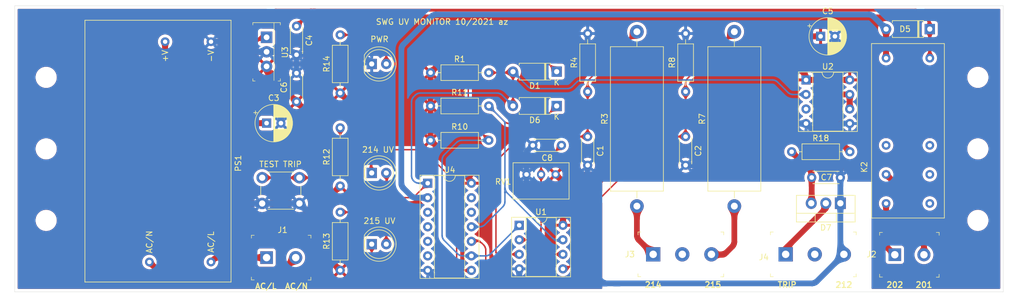
<source format=kicad_pcb>
(kicad_pcb (version 20171130) (host pcbnew "(5.1.10)-1")

  (general
    (thickness 1.6)
    (drawings 17)
    (tracks 2372)
    (zones 0)
    (modules 44)
    (nets 38)
  )

  (page A4)
  (layers
    (0 F.Cu signal)
    (31 B.Cu signal)
    (32 B.Adhes user)
    (33 F.Adhes user)
    (34 B.Paste user)
    (35 F.Paste user)
    (36 B.SilkS user)
    (37 F.SilkS user)
    (38 B.Mask user)
    (39 F.Mask user)
    (40 Dwgs.User user)
    (41 Cmts.User user)
    (42 Eco1.User user)
    (43 Eco2.User user)
    (44 Edge.Cuts user)
    (45 Margin user)
    (46 B.CrtYd user)
    (47 F.CrtYd user)
    (48 B.Fab user)
    (49 F.Fab user)
  )

  (setup
    (last_trace_width 0.25)
    (user_trace_width 0.5)
    (user_trace_width 1)
    (trace_clearance 0.2)
    (zone_clearance 0.508)
    (zone_45_only no)
    (trace_min 0.2)
    (via_size 0.8)
    (via_drill 0.4)
    (via_min_size 0.4)
    (via_min_drill 0.3)
    (uvia_size 0.3)
    (uvia_drill 0.1)
    (uvias_allowed no)
    (uvia_min_size 0.2)
    (uvia_min_drill 0.1)
    (edge_width 0.05)
    (segment_width 0.2)
    (pcb_text_width 0.3)
    (pcb_text_size 1.5 1.5)
    (mod_edge_width 0.12)
    (mod_text_size 1 1)
    (mod_text_width 0.15)
    (pad_size 1.524 1.524)
    (pad_drill 0.762)
    (pad_to_mask_clearance 0)
    (aux_axis_origin 0 0)
    (visible_elements 7FFFFFFF)
    (pcbplotparams
      (layerselection 0x010fc_ffffffff)
      (usegerberextensions false)
      (usegerberattributes true)
      (usegerberadvancedattributes true)
      (creategerberjobfile true)
      (excludeedgelayer true)
      (linewidth 0.100000)
      (plotframeref false)
      (viasonmask false)
      (mode 1)
      (useauxorigin false)
      (hpglpennumber 1)
      (hpglpenspeed 20)
      (hpglpendiameter 15.000000)
      (psnegative false)
      (psa4output false)
      (plotreference true)
      (plotvalue true)
      (plotinvisibletext false)
      (padsonsilk false)
      (subtractmaskfromsilk false)
      (outputformat 1)
      (mirror false)
      (drillshape 1)
      (scaleselection 1)
      (outputdirectory ""))
  )

  (net 0 "")
  (net 1 GND)
  (net 2 "Net-(C1-Pad1)")
  (net 3 "Net-(C2-Pad1)")
  (net 4 +24V)
  (net 5 +5V)
  (net 6 "Net-(C7-Pad1)")
  (net 7 "Net-(D1-Pad2)")
  (net 8 "Net-(D1-Pad1)")
  (net 9 "Net-(D2-Pad2)")
  (net 10 "Net-(D2-Pad1)")
  (net 11 "Net-(D3-Pad2)")
  (net 12 "Net-(D3-Pad1)")
  (net 13 "Net-(D4-Pad2)")
  (net 14 "Net-(D5-Pad2)")
  (net 15 "Net-(D6-Pad1)")
  (net 16 /trip_coil_low_side)
  (net 17 /215)
  (net 18 "Net-(J1-Pad2)")
  (net 19 /214)
  (net 20 /201)
  (net 21 /202)
  (net 22 "Net-(J3-Pad2)")
  (net 23 "Net-(K2-Pad14)")
  (net 24 "Net-(K2-Pad11)")
  (net 25 "Net-(K2-Pad22)")
  (net 26 "Net-(K2-Pad12)")
  (net 27 "Net-(R18-Pad2)")
  (net 28 "Net-(U2-Pad3)")
  (net 29 "Net-(U4-Pad13)")
  (net 30 "Net-(U4-Pad6)")
  (net 31 "Net-(U4-Pad12)")
  (net 32 "Net-(U4-Pad5)")
  (net 33 "Net-(U4-Pad4)")
  (net 34 "Net-(U4-Pad3)")
  (net 35 "Net-(C8-Pad1)")
  (net 36 "Net-(J1-Pad1)")
  (net 37 "Net-(J4-Pad2)")

  (net_class Default "This is the default net class."
    (clearance 0.2)
    (trace_width 0.25)
    (via_dia 0.8)
    (via_drill 0.4)
    (uvia_dia 0.3)
    (uvia_drill 0.1)
    (add_net +24V)
    (add_net +5V)
    (add_net /201)
    (add_net /202)
    (add_net /214)
    (add_net /215)
    (add_net /trip_coil_low_side)
    (add_net GND)
    (add_net "Net-(C1-Pad1)")
    (add_net "Net-(C2-Pad1)")
    (add_net "Net-(C7-Pad1)")
    (add_net "Net-(C8-Pad1)")
    (add_net "Net-(D1-Pad1)")
    (add_net "Net-(D1-Pad2)")
    (add_net "Net-(D2-Pad1)")
    (add_net "Net-(D2-Pad2)")
    (add_net "Net-(D3-Pad1)")
    (add_net "Net-(D3-Pad2)")
    (add_net "Net-(D4-Pad2)")
    (add_net "Net-(D5-Pad2)")
    (add_net "Net-(D6-Pad1)")
    (add_net "Net-(J1-Pad1)")
    (add_net "Net-(J1-Pad2)")
    (add_net "Net-(J3-Pad2)")
    (add_net "Net-(J4-Pad2)")
    (add_net "Net-(K2-Pad11)")
    (add_net "Net-(K2-Pad12)")
    (add_net "Net-(K2-Pad14)")
    (add_net "Net-(K2-Pad22)")
    (add_net "Net-(R18-Pad2)")
    (add_net "Net-(U2-Pad3)")
    (add_net "Net-(U4-Pad12)")
    (add_net "Net-(U4-Pad13)")
    (add_net "Net-(U4-Pad3)")
    (add_net "Net-(U4-Pad4)")
    (add_net "Net-(U4-Pad5)")
    (add_net "Net-(U4-Pad6)")
  )

  (module my_library:IRM-10-24 (layer F.Cu) (tedit 617829AF) (tstamp 6178518D)
    (at 100.838 121.158 270)
    (path /6110D765)
    (fp_text reference PS1 (at 1.36 4.33 90) (layer F.SilkS)
      (effects (font (size 1 1) (thickness 0.15)))
    )
    (fp_text value IRM-10-24 (at -8.89 4.58 90) (layer F.Fab)
      (effects (font (size 1 1) (thickness 0.15)))
    )
    (fp_line (start -23.64 5.58) (end -23.64 31.08) (layer F.SilkS) (width 0.12))
    (fp_line (start -23.64 31.08) (end 22.11 31.08) (layer F.SilkS) (width 0.12))
    (fp_line (start 22.11 31.08) (end 22.11 5.58) (layer F.SilkS) (width 0.12))
    (fp_line (start 22.11 5.58) (end -23.64 5.58) (layer F.SilkS) (width 0.12))
    (fp_text user AC/N (at 15.11 19.83 90) (layer F.SilkS)
      (effects (font (size 1 1) (thickness 0.15)))
    )
    (fp_text user AC/L (at 15.11 9.08 90) (layer F.SilkS)
      (effects (font (size 1 1) (thickness 0.15)))
    )
    (fp_text user +V (at -17.39 17.08 90) (layer F.SilkS)
      (effects (font (size 1 1) (thickness 0.15)))
    )
    (fp_text user -V (at -17.39 9.08 90) (layer F.SilkS)
      (effects (font (size 1 1) (thickness 0.15)))
    )
    (pad 2 thru_hole circle (at 18.61 19.83 270) (size 1.524 1.524) (drill 0.762) (layers *.Cu *.Mask)
      (net 18 "Net-(J1-Pad2)"))
    (pad 1 thru_hole circle (at 18.61 9.08 270) (size 1.524 1.524) (drill 0.762) (layers *.Cu *.Mask)
      (net 36 "Net-(J1-Pad1)"))
    (pad 3 thru_hole circle (at -19.89 17.08 270) (size 1.524 1.524) (drill 0.762) (layers *.Cu *.Mask)
      (net 4 +24V))
    (pad 4 thru_hole circle (at -19.89 9.08 270) (size 1.524 1.524) (drill 0.762) (layers *.Cu *.Mask)
      (net 1 GND))
  )

  (module digikey-footprints:TERM_BLOCK_1x3_P5.08MM (layer F.Cu) (tedit 5D4199C5) (tstamp 617837A8)
    (at 192.024 138.43)
    (descr http://www.on-shore.com/wp-content/uploads/2015/09/osttcxx2162.pdf)
    (path /617BD068)
    (fp_text reference J4 (at -3.81 0.508) (layer F.SilkS)
      (effects (font (size 1 1) (thickness 0.15)))
    )
    (fp_text value OSTTC032162 (at 4.53 5.09) (layer F.Fab)
      (effects (font (size 1 1) (thickness 0.15)))
    )
    (fp_line (start -2.54 -3.8) (end -2.54 3.8) (layer F.Fab) (width 0.1))
    (fp_line (start -2.54 -3.8) (end 12.2 -3.8) (layer F.Fab) (width 0.1))
    (fp_line (start 12.2 -3.8) (end 12.2 3.8) (layer F.Fab) (width 0.1))
    (fp_line (start -2.54 3.8) (end 12.2 3.8) (layer F.Fab) (width 0.1))
    (fp_line (start -2.65 -3.9) (end -2.15 -3.9) (layer F.SilkS) (width 0.1))
    (fp_line (start -2.65 -3.9) (end -2.65 -3.4) (layer F.SilkS) (width 0.1))
    (fp_line (start -2.65 3.4) (end -2.65 3.9) (layer F.SilkS) (width 0.1))
    (fp_line (start -2.65 3.9) (end -2.15 3.9) (layer F.SilkS) (width 0.1))
    (fp_line (start 12.3 3.42) (end 12.3 3.92) (layer F.SilkS) (width 0.1))
    (fp_line (start 12.3 3.92) (end 11.8 3.92) (layer F.SilkS) (width 0.1))
    (fp_line (start 12.31 -3.9) (end 12.31 -3.4) (layer F.SilkS) (width 0.1))
    (fp_line (start 12.31 -3.9) (end 11.81 -3.9) (layer F.SilkS) (width 0.1))
    (fp_line (start 12.45 -4.05) (end -2.75 -4.05) (layer F.CrtYd) (width 0.05))
    (fp_line (start 12.45 -4.05) (end 12.45 4.05) (layer F.CrtYd) (width 0.05))
    (fp_line (start 12.45 4.05) (end -2.75 4.05) (layer F.CrtYd) (width 0.05))
    (fp_line (start -2.75 -4.05) (end -2.75 4.05) (layer F.CrtYd) (width 0.05))
    (pad 3 thru_hole circle (at 10.16 0) (size 2.5 2.5) (drill 1.3) (layers *.Cu *.Mask)
      (net 1 GND))
    (pad 2 thru_hole circle (at 5.08 0) (size 2.5 2.5) (drill 1.3) (layers *.Cu *.Mask)
      (net 37 "Net-(J4-Pad2)"))
    (pad 1 thru_hole rect (at 0 0) (size 2.5 2.5) (drill 1.3) (layers *.Cu *.Mask)
      (net 16 /trip_coil_low_side))
  )

  (module digikey-footprints:TERM_BLOCK_1x3_P5.08MM (layer F.Cu) (tedit 5D4199C5) (tstamp 61783399)
    (at 168.91 138.43)
    (descr http://www.on-shore.com/wp-content/uploads/2015/09/osttcxx2162.pdf)
    (path /617B30B4)
    (fp_text reference J3 (at -4.064 0) (layer F.SilkS)
      (effects (font (size 1 1) (thickness 0.15)))
    )
    (fp_text value OSTTC032162 (at 4.53 5.09) (layer F.Fab)
      (effects (font (size 1 1) (thickness 0.15)))
    )
    (fp_line (start -2.54 -3.8) (end -2.54 3.8) (layer F.Fab) (width 0.1))
    (fp_line (start -2.54 -3.8) (end 12.2 -3.8) (layer F.Fab) (width 0.1))
    (fp_line (start 12.2 -3.8) (end 12.2 3.8) (layer F.Fab) (width 0.1))
    (fp_line (start -2.54 3.8) (end 12.2 3.8) (layer F.Fab) (width 0.1))
    (fp_line (start -2.65 -3.9) (end -2.15 -3.9) (layer F.SilkS) (width 0.1))
    (fp_line (start -2.65 -3.9) (end -2.65 -3.4) (layer F.SilkS) (width 0.1))
    (fp_line (start -2.65 3.4) (end -2.65 3.9) (layer F.SilkS) (width 0.1))
    (fp_line (start -2.65 3.9) (end -2.15 3.9) (layer F.SilkS) (width 0.1))
    (fp_line (start 12.3 3.42) (end 12.3 3.92) (layer F.SilkS) (width 0.1))
    (fp_line (start 12.3 3.92) (end 11.8 3.92) (layer F.SilkS) (width 0.1))
    (fp_line (start 12.31 -3.9) (end 12.31 -3.4) (layer F.SilkS) (width 0.1))
    (fp_line (start 12.31 -3.9) (end 11.81 -3.9) (layer F.SilkS) (width 0.1))
    (fp_line (start 12.45 -4.05) (end -2.75 -4.05) (layer F.CrtYd) (width 0.05))
    (fp_line (start 12.45 -4.05) (end 12.45 4.05) (layer F.CrtYd) (width 0.05))
    (fp_line (start 12.45 4.05) (end -2.75 4.05) (layer F.CrtYd) (width 0.05))
    (fp_line (start -2.75 -4.05) (end -2.75 4.05) (layer F.CrtYd) (width 0.05))
    (pad 3 thru_hole circle (at 10.16 0) (size 2.5 2.5) (drill 1.3) (layers *.Cu *.Mask)
      (net 17 /215))
    (pad 2 thru_hole circle (at 5.08 0) (size 2.5 2.5) (drill 1.3) (layers *.Cu *.Mask)
      (net 22 "Net-(J3-Pad2)"))
    (pad 1 thru_hole rect (at 0 0) (size 2.5 2.5) (drill 1.3) (layers *.Cu *.Mask)
      (net 19 /214))
  )

  (module MountingHole:MountingHole_2.7mm (layer F.Cu) (tedit 56D1B4CB) (tstamp 61783173)
    (at 225.56 107.5)
    (descr "Mounting Hole 2.7mm, no annular")
    (tags "mounting hole 2.7mm no annular")
    (attr virtual)
    (fp_text reference REF** (at 0 -3.7) (layer F.SilkS) hide
      (effects (font (size 1 1) (thickness 0.15)))
    )
    (fp_text value MountingHole_2.7mm (at 0 3.7) (layer F.Fab)
      (effects (font (size 1 1) (thickness 0.15)))
    )
    (fp_circle (center 0 0) (end 2.95 0) (layer F.CrtYd) (width 0.05))
    (fp_circle (center 0 0) (end 2.7 0) (layer Cmts.User) (width 0.15))
    (fp_text user %R (at 0.3 0) (layer F.Fab)
      (effects (font (size 1 1) (thickness 0.15)))
    )
    (pad 1 np_thru_hole circle (at 0 0) (size 2.7 2.7) (drill 2.7) (layers *.Cu *.Mask))
  )

  (module MountingHole:MountingHole_2.7mm (layer F.Cu) (tedit 56D1B4CB) (tstamp 6178316C)
    (at 225.56 132.5)
    (descr "Mounting Hole 2.7mm, no annular")
    (tags "mounting hole 2.7mm no annular")
    (attr virtual)
    (fp_text reference REF** (at 0 -3.7) (layer F.SilkS) hide
      (effects (font (size 1 1) (thickness 0.15)))
    )
    (fp_text value MountingHole_2.7mm (at 0 3.7) (layer F.Fab)
      (effects (font (size 1 1) (thickness 0.15)))
    )
    (fp_circle (center 0 0) (end 2.95 0) (layer F.CrtYd) (width 0.05))
    (fp_circle (center 0 0) (end 2.7 0) (layer Cmts.User) (width 0.15))
    (fp_text user %R (at 0.3 0) (layer F.Fab)
      (effects (font (size 1 1) (thickness 0.15)))
    )
    (pad 1 np_thru_hole circle (at 0 0) (size 2.7 2.7) (drill 2.7) (layers *.Cu *.Mask))
  )

  (module MountingHole:MountingHole_2.7mm (layer F.Cu) (tedit 56D1B4CB) (tstamp 61783165)
    (at 225.56 120)
    (descr "Mounting Hole 2.7mm, no annular")
    (tags "mounting hole 2.7mm no annular")
    (attr virtual)
    (fp_text reference REF** (at 0 -3.7) (layer F.SilkS) hide
      (effects (font (size 1 1) (thickness 0.15)))
    )
    (fp_text value MountingHole_2.7mm (at 0 3.7) (layer F.Fab)
      (effects (font (size 1 1) (thickness 0.15)))
    )
    (fp_circle (center 0 0) (end 2.7 0) (layer Cmts.User) (width 0.15))
    (fp_circle (center 0 0) (end 2.95 0) (layer F.CrtYd) (width 0.05))
    (fp_text user %R (at 0.3 0) (layer F.Fab)
      (effects (font (size 1 1) (thickness 0.15)))
    )
    (pad 1 np_thru_hole circle (at 0 0) (size 2.7 2.7) (drill 2.7) (layers *.Cu *.Mask))
  )

  (module Capacitor_THT:C_Disc_D4.3mm_W1.9mm_P5.00mm (layer F.Cu) (tedit 5AE50EF0) (tstamp 61781524)
    (at 152.908 119.38 180)
    (descr "C, Disc series, Radial, pin pitch=5.00mm, , diameter*width=4.3*1.9mm^2, Capacitor, http://www.vishay.com/docs/45233/krseries.pdf")
    (tags "C Disc series Radial pin pitch 5.00mm  diameter 4.3mm width 1.9mm Capacitor")
    (path /6187AFE4)
    (fp_text reference C8 (at 2.5 -2.2) (layer F.SilkS)
      (effects (font (size 1 1) (thickness 0.15)))
    )
    (fp_text value 0.1u (at 2.5 2.2) (layer F.Fab)
      (effects (font (size 1 1) (thickness 0.15)))
    )
    (fp_line (start 0.35 -0.95) (end 0.35 0.95) (layer F.Fab) (width 0.1))
    (fp_line (start 0.35 0.95) (end 4.65 0.95) (layer F.Fab) (width 0.1))
    (fp_line (start 4.65 0.95) (end 4.65 -0.95) (layer F.Fab) (width 0.1))
    (fp_line (start 4.65 -0.95) (end 0.35 -0.95) (layer F.Fab) (width 0.1))
    (fp_line (start 0.23 -1.07) (end 4.77 -1.07) (layer F.SilkS) (width 0.12))
    (fp_line (start 0.23 1.07) (end 4.77 1.07) (layer F.SilkS) (width 0.12))
    (fp_line (start 0.23 -1.07) (end 0.23 -1.055) (layer F.SilkS) (width 0.12))
    (fp_line (start 0.23 1.055) (end 0.23 1.07) (layer F.SilkS) (width 0.12))
    (fp_line (start 4.77 -1.07) (end 4.77 -1.055) (layer F.SilkS) (width 0.12))
    (fp_line (start 4.77 1.055) (end 4.77 1.07) (layer F.SilkS) (width 0.12))
    (fp_line (start -1.05 -1.2) (end -1.05 1.2) (layer F.CrtYd) (width 0.05))
    (fp_line (start -1.05 1.2) (end 6.05 1.2) (layer F.CrtYd) (width 0.05))
    (fp_line (start 6.05 1.2) (end 6.05 -1.2) (layer F.CrtYd) (width 0.05))
    (fp_line (start 6.05 -1.2) (end -1.05 -1.2) (layer F.CrtYd) (width 0.05))
    (fp_text user %R (at 2.5 0) (layer F.Fab)
      (effects (font (size 0.86 0.86) (thickness 0.129)))
    )
    (pad 2 thru_hole circle (at 5 0 180) (size 1.6 1.6) (drill 0.8) (layers *.Cu *.Mask)
      (net 1 GND))
    (pad 1 thru_hole circle (at 0 0 180) (size 1.6 1.6) (drill 0.8) (layers *.Cu *.Mask)
      (net 35 "Net-(C8-Pad1)"))
    (model ${KISYS3DMOD}/Capacitor_THT.3dshapes/C_Disc_D4.3mm_W1.9mm_P5.00mm.wrl
      (at (xyz 0 0 0))
      (scale (xyz 1 1 1))
      (rotate (xyz 0 0 0))
    )
  )

  (module MountingHole:MountingHole_2.7mm (layer F.Cu) (tedit 56D1B4CB) (tstamp 6177F7D3)
    (at 63 132.5)
    (descr "Mounting Hole 2.7mm, no annular")
    (tags "mounting hole 2.7mm no annular")
    (attr virtual)
    (fp_text reference REF** (at 0 -3.7) (layer F.SilkS) hide
      (effects (font (size 1 1) (thickness 0.15)))
    )
    (fp_text value MountingHole_2.7mm (at 0 3.7) (layer F.Fab)
      (effects (font (size 1 1) (thickness 0.15)))
    )
    (fp_circle (center 0 0) (end 2.7 0) (layer Cmts.User) (width 0.15))
    (fp_circle (center 0 0) (end 2.95 0) (layer F.CrtYd) (width 0.05))
    (fp_text user %R (at 0.3 0) (layer F.Fab)
      (effects (font (size 1 1) (thickness 0.15)))
    )
    (pad 1 np_thru_hole circle (at 0 0) (size 2.7 2.7) (drill 2.7) (layers *.Cu *.Mask))
  )

  (module MountingHole:MountingHole_2.7mm (layer F.Cu) (tedit 56D1B4CB) (tstamp 6177F7C5)
    (at 63 120)
    (descr "Mounting Hole 2.7mm, no annular")
    (tags "mounting hole 2.7mm no annular")
    (attr virtual)
    (fp_text reference REF** (at 0 -3.7) (layer F.SilkS) hide
      (effects (font (size 1 1) (thickness 0.15)))
    )
    (fp_text value MountingHole_2.7mm (at 0 3.7) (layer F.Fab)
      (effects (font (size 1 1) (thickness 0.15)))
    )
    (fp_circle (center 0 0) (end 2.95 0) (layer F.CrtYd) (width 0.05))
    (fp_circle (center 0 0) (end 2.7 0) (layer Cmts.User) (width 0.15))
    (fp_text user %R (at 0.3 0) (layer F.Fab)
      (effects (font (size 1 1) (thickness 0.15)))
    )
    (pad 1 np_thru_hole circle (at 0 0) (size 2.7 2.7) (drill 2.7) (layers *.Cu *.Mask))
  )

  (module MountingHole:MountingHole_2.7mm (layer F.Cu) (tedit 56D1B4CB) (tstamp 6177F7A8)
    (at 63 107.5)
    (descr "Mounting Hole 2.7mm, no annular")
    (tags "mounting hole 2.7mm no annular")
    (attr virtual)
    (fp_text reference REF** (at 0 -3.7) (layer F.SilkS) hide
      (effects (font (size 1 1) (thickness 0.15)))
    )
    (fp_text value MountingHole_2.7mm (at 0 3.7) (layer F.Fab)
      (effects (font (size 1 1) (thickness 0.15)))
    )
    (fp_circle (center 0 0) (end 2.7 0) (layer Cmts.User) (width 0.15))
    (fp_circle (center 0 0) (end 2.95 0) (layer F.CrtYd) (width 0.05))
    (fp_text user %R (at 0.3 0) (layer F.Fab)
      (effects (font (size 1 1) (thickness 0.15)))
    )
    (pad 1 np_thru_hole circle (at 0 0) (size 2.7 2.7) (drill 2.7) (layers *.Cu *.Mask))
  )

  (module Package_DIP:DIP-14_W7.62mm_Socket (layer F.Cu) (tedit 5A02E8C5) (tstamp 6177F294)
    (at 129.57 126)
    (descr "14-lead though-hole mounted DIP package, row spacing 7.62 mm (300 mils), Socket")
    (tags "THT DIP DIL PDIP 2.54mm 7.62mm 300mil Socket")
    (path /618FA3A8)
    (fp_text reference U4 (at 3.81 -2.33) (layer F.SilkS)
      (effects (font (size 1 1) (thickness 0.15)))
    )
    (fp_text value 7406 (at 3.81 17.57) (layer F.Fab)
      (effects (font (size 1 1) (thickness 0.15)))
    )
    (fp_line (start 1.635 -1.27) (end 6.985 -1.27) (layer F.Fab) (width 0.1))
    (fp_line (start 6.985 -1.27) (end 6.985 16.51) (layer F.Fab) (width 0.1))
    (fp_line (start 6.985 16.51) (end 0.635 16.51) (layer F.Fab) (width 0.1))
    (fp_line (start 0.635 16.51) (end 0.635 -0.27) (layer F.Fab) (width 0.1))
    (fp_line (start 0.635 -0.27) (end 1.635 -1.27) (layer F.Fab) (width 0.1))
    (fp_line (start -1.27 -1.33) (end -1.27 16.57) (layer F.Fab) (width 0.1))
    (fp_line (start -1.27 16.57) (end 8.89 16.57) (layer F.Fab) (width 0.1))
    (fp_line (start 8.89 16.57) (end 8.89 -1.33) (layer F.Fab) (width 0.1))
    (fp_line (start 8.89 -1.33) (end -1.27 -1.33) (layer F.Fab) (width 0.1))
    (fp_line (start 2.81 -1.33) (end 1.16 -1.33) (layer F.SilkS) (width 0.12))
    (fp_line (start 1.16 -1.33) (end 1.16 16.57) (layer F.SilkS) (width 0.12))
    (fp_line (start 1.16 16.57) (end 6.46 16.57) (layer F.SilkS) (width 0.12))
    (fp_line (start 6.46 16.57) (end 6.46 -1.33) (layer F.SilkS) (width 0.12))
    (fp_line (start 6.46 -1.33) (end 4.81 -1.33) (layer F.SilkS) (width 0.12))
    (fp_line (start -1.33 -1.39) (end -1.33 16.63) (layer F.SilkS) (width 0.12))
    (fp_line (start -1.33 16.63) (end 8.95 16.63) (layer F.SilkS) (width 0.12))
    (fp_line (start 8.95 16.63) (end 8.95 -1.39) (layer F.SilkS) (width 0.12))
    (fp_line (start 8.95 -1.39) (end -1.33 -1.39) (layer F.SilkS) (width 0.12))
    (fp_line (start -1.55 -1.6) (end -1.55 16.85) (layer F.CrtYd) (width 0.05))
    (fp_line (start -1.55 16.85) (end 9.15 16.85) (layer F.CrtYd) (width 0.05))
    (fp_line (start 9.15 16.85) (end 9.15 -1.6) (layer F.CrtYd) (width 0.05))
    (fp_line (start 9.15 -1.6) (end -1.55 -1.6) (layer F.CrtYd) (width 0.05))
    (fp_text user %R (at 3.81 7.62) (layer F.Fab)
      (effects (font (size 1 1) (thickness 0.15)))
    )
    (fp_arc (start 3.81 -1.33) (end 2.81 -1.33) (angle -180) (layer F.SilkS) (width 0.12))
    (pad 14 thru_hole oval (at 7.62 0) (size 1.6 1.6) (drill 0.8) (layers *.Cu *.Mask)
      (net 5 +5V))
    (pad 7 thru_hole oval (at 0 15.24) (size 1.6 1.6) (drill 0.8) (layers *.Cu *.Mask)
      (net 1 GND))
    (pad 13 thru_hole oval (at 7.62 2.54) (size 1.6 1.6) (drill 0.8) (layers *.Cu *.Mask)
      (net 29 "Net-(U4-Pad13)"))
    (pad 6 thru_hole oval (at 0 12.7) (size 1.6 1.6) (drill 0.8) (layers *.Cu *.Mask)
      (net 30 "Net-(U4-Pad6)"))
    (pad 12 thru_hole oval (at 7.62 5.08) (size 1.6 1.6) (drill 0.8) (layers *.Cu *.Mask)
      (net 31 "Net-(U4-Pad12)"))
    (pad 5 thru_hole oval (at 0 10.16) (size 1.6 1.6) (drill 0.8) (layers *.Cu *.Mask)
      (net 32 "Net-(U4-Pad5)"))
    (pad 11 thru_hole oval (at 7.62 7.62) (size 1.6 1.6) (drill 0.8) (layers *.Cu *.Mask)
      (net 15 "Net-(D6-Pad1)"))
    (pad 4 thru_hole oval (at 0 7.62) (size 1.6 1.6) (drill 0.8) (layers *.Cu *.Mask)
      (net 33 "Net-(U4-Pad4)"))
    (pad 10 thru_hole oval (at 7.62 10.16) (size 1.6 1.6) (drill 0.8) (layers *.Cu *.Mask)
      (net 12 "Net-(D3-Pad1)"))
    (pad 3 thru_hole oval (at 0 5.08) (size 1.6 1.6) (drill 0.8) (layers *.Cu *.Mask)
      (net 34 "Net-(U4-Pad3)"))
    (pad 9 thru_hole oval (at 7.62 12.7) (size 1.6 1.6) (drill 0.8) (layers *.Cu *.Mask)
      (net 8 "Net-(D1-Pad1)"))
    (pad 2 thru_hole oval (at 0 2.54) (size 1.6 1.6) (drill 0.8) (layers *.Cu *.Mask)
      (net 14 "Net-(D5-Pad2)"))
    (pad 8 thru_hole oval (at 7.62 15.24) (size 1.6 1.6) (drill 0.8) (layers *.Cu *.Mask)
      (net 10 "Net-(D2-Pad1)"))
    (pad 1 thru_hole rect (at 0 0) (size 1.6 1.6) (drill 0.8) (layers *.Cu *.Mask)
      (net 7 "Net-(D1-Pad2)"))
    (model ${KISYS3DMOD}/Package_DIP.3dshapes/DIP-14_W7.62mm_Socket.wrl
      (at (xyz 0 0 0))
      (scale (xyz 1 1 1))
      (rotate (xyz 0 0 0))
    )
  )

  (module digikey-footprints:TO-220-3 (layer F.Cu) (tedit 5AFA02CB) (tstamp 6177F26A)
    (at 101.46 100.5 270)
    (descr http://www.st.com/content/ccc/resource/technical/document/datasheet/f9/ed/f5/44/26/b9/43/a4/CD00000911.pdf/files/CD00000911.pdf/jcr:content/translations/en.CD00000911.pdf)
    (path /6181605F)
    (fp_text reference U3 (at 2.62 -3.22 90) (layer F.SilkS)
      (effects (font (size 1 1) (thickness 0.15)))
    )
    (fp_text value L7805CV (at 2.27 3.63 90) (layer F.Fab)
      (effects (font (size 1 1) (thickness 0.15)))
    )
    (fp_line (start -2.56 -1.29) (end 7.54 -1.29) (layer F.SilkS) (width 0.1))
    (fp_line (start -2.45 -1.3) (end 7.54 -1.3) (layer F.Fab) (width 0.1))
    (fp_line (start -2.71 2.5) (end 7.79 2.5) (layer F.CrtYd) (width 0.05))
    (fp_line (start -2.71 -2.5) (end 7.79 -2.5) (layer F.CrtYd) (width 0.05))
    (fp_line (start -2.71 -2.5) (end -2.71 2.5) (layer F.CrtYd) (width 0.05))
    (fp_line (start 7.79 -2.5) (end 7.79 2.5) (layer F.CrtYd) (width 0.05))
    (fp_line (start 7.64 2.4) (end 7.64 2) (layer F.SilkS) (width 0.1))
    (fp_line (start 7.64 2.4) (end 7.24 2.4) (layer F.SilkS) (width 0.1))
    (fp_line (start -2.56 2.4) (end -2.56 -2) (layer F.SilkS) (width 0.1))
    (fp_line (start -2.56 2.4) (end -2.16 2.4) (layer F.SilkS) (width 0.1))
    (fp_line (start -2.56 -2.4) (end -2.56 -2) (layer F.SilkS) (width 0.1))
    (fp_line (start -2.56 -2.4) (end -2.16 -2.4) (layer F.SilkS) (width 0.1))
    (fp_line (start 7.24 -2.4) (end 7.64 -2.4) (layer F.SilkS) (width 0.1))
    (fp_line (start 7.64 -2.4) (end 7.64 -2) (layer F.SilkS) (width 0.1))
    (fp_line (start 7.54 2.25) (end 7.54 -2.25) (layer F.Fab) (width 0.1))
    (fp_line (start -2.46 -2.25) (end -2.46 2.25) (layer F.Fab) (width 0.1))
    (fp_line (start -2.46 -2.25) (end 7.54 -2.25) (layer F.Fab) (width 0.1))
    (fp_line (start -2.46 2.25) (end 7.54 2.25) (layer F.Fab) (width 0.1))
    (fp_text user %R (at 2.52 -0.01 90) (layer F.Fab)
      (effects (font (size 1 1) (thickness 0.15)))
    )
    (pad 3 thru_hole circle (at 5.08 0 270) (size 2 2) (drill 1) (layers *.Cu *.Mask)
      (net 5 +5V))
    (pad 2 thru_hole circle (at 2.54 0 270) (size 2 2) (drill 1) (layers *.Cu *.Mask)
      (net 1 GND))
    (pad 1 thru_hole rect (at 0 0 270) (size 2 2) (drill 1) (layers *.Cu *.Mask)
      (net 4 +24V))
  )

  (module Package_DIP:DIP-8_W7.62mm_Socket (layer F.Cu) (tedit 5A02E8C5) (tstamp 6177F250)
    (at 195.58 107.95)
    (descr "8-lead though-hole mounted DIP package, row spacing 7.62 mm (300 mils), Socket")
    (tags "THT DIP DIL PDIP 2.54mm 7.62mm 300mil Socket")
    (path /6183F0F4)
    (fp_text reference U2 (at 3.81 -2.33) (layer F.SilkS)
      (effects (font (size 1 1) (thickness 0.15)))
    )
    (fp_text value TC4429 (at 3.81 9.95) (layer F.Fab)
      (effects (font (size 1 1) (thickness 0.15)))
    )
    (fp_line (start 1.635 -1.27) (end 6.985 -1.27) (layer F.Fab) (width 0.1))
    (fp_line (start 6.985 -1.27) (end 6.985 8.89) (layer F.Fab) (width 0.1))
    (fp_line (start 6.985 8.89) (end 0.635 8.89) (layer F.Fab) (width 0.1))
    (fp_line (start 0.635 8.89) (end 0.635 -0.27) (layer F.Fab) (width 0.1))
    (fp_line (start 0.635 -0.27) (end 1.635 -1.27) (layer F.Fab) (width 0.1))
    (fp_line (start -1.27 -1.33) (end -1.27 8.95) (layer F.Fab) (width 0.1))
    (fp_line (start -1.27 8.95) (end 8.89 8.95) (layer F.Fab) (width 0.1))
    (fp_line (start 8.89 8.95) (end 8.89 -1.33) (layer F.Fab) (width 0.1))
    (fp_line (start 8.89 -1.33) (end -1.27 -1.33) (layer F.Fab) (width 0.1))
    (fp_line (start 2.81 -1.33) (end 1.16 -1.33) (layer F.SilkS) (width 0.12))
    (fp_line (start 1.16 -1.33) (end 1.16 8.95) (layer F.SilkS) (width 0.12))
    (fp_line (start 1.16 8.95) (end 6.46 8.95) (layer F.SilkS) (width 0.12))
    (fp_line (start 6.46 8.95) (end 6.46 -1.33) (layer F.SilkS) (width 0.12))
    (fp_line (start 6.46 -1.33) (end 4.81 -1.33) (layer F.SilkS) (width 0.12))
    (fp_line (start -1.33 -1.39) (end -1.33 9.01) (layer F.SilkS) (width 0.12))
    (fp_line (start -1.33 9.01) (end 8.95 9.01) (layer F.SilkS) (width 0.12))
    (fp_line (start 8.95 9.01) (end 8.95 -1.39) (layer F.SilkS) (width 0.12))
    (fp_line (start 8.95 -1.39) (end -1.33 -1.39) (layer F.SilkS) (width 0.12))
    (fp_line (start -1.55 -1.6) (end -1.55 9.2) (layer F.CrtYd) (width 0.05))
    (fp_line (start -1.55 9.2) (end 9.15 9.2) (layer F.CrtYd) (width 0.05))
    (fp_line (start 9.15 9.2) (end 9.15 -1.6) (layer F.CrtYd) (width 0.05))
    (fp_line (start 9.15 -1.6) (end -1.55 -1.6) (layer F.CrtYd) (width 0.05))
    (fp_text user %R (at 3.81 3.81) (layer F.Fab)
      (effects (font (size 1 1) (thickness 0.15)))
    )
    (fp_arc (start 3.81 -1.33) (end 2.81 -1.33) (angle -180) (layer F.SilkS) (width 0.12))
    (pad 8 thru_hole oval (at 7.62 0) (size 1.6 1.6) (drill 0.8) (layers *.Cu *.Mask)
      (net 5 +5V))
    (pad 4 thru_hole oval (at 0 7.62) (size 1.6 1.6) (drill 0.8) (layers *.Cu *.Mask)
      (net 1 GND))
    (pad 7 thru_hole oval (at 7.62 2.54) (size 1.6 1.6) (drill 0.8) (layers *.Cu *.Mask)
      (net 27 "Net-(R18-Pad2)"))
    (pad 3 thru_hole oval (at 0 5.08) (size 1.6 1.6) (drill 0.8) (layers *.Cu *.Mask)
      (net 28 "Net-(U2-Pad3)"))
    (pad 6 thru_hole oval (at 7.62 5.08) (size 1.6 1.6) (drill 0.8) (layers *.Cu *.Mask)
      (net 27 "Net-(R18-Pad2)"))
    (pad 2 thru_hole oval (at 0 2.54) (size 1.6 1.6) (drill 0.8) (layers *.Cu *.Mask)
      (net 7 "Net-(D1-Pad2)"))
    (pad 5 thru_hole oval (at 7.62 7.62) (size 1.6 1.6) (drill 0.8) (layers *.Cu *.Mask)
      (net 1 GND))
    (pad 1 thru_hole rect (at 0 0) (size 1.6 1.6) (drill 0.8) (layers *.Cu *.Mask)
      (net 5 +5V))
    (model ${KISYS3DMOD}/Package_DIP.3dshapes/DIP-8_W7.62mm_Socket.wrl
      (at (xyz 0 0 0))
      (scale (xyz 1 1 1))
      (rotate (xyz 0 0 0))
    )
  )

  (module Package_DIP:DIP-8_W7.62mm_Socket (layer F.Cu) (tedit 5A02E8C5) (tstamp 6177F22C)
    (at 145.542 133.35)
    (descr "8-lead though-hole mounted DIP package, row spacing 7.62 mm (300 mils), Socket")
    (tags "THT DIP DIL PDIP 2.54mm 7.62mm 300mil Socket")
    (path /618548B5)
    (fp_text reference U1 (at 3.81 -2.33) (layer F.SilkS)
      (effects (font (size 1 1) (thickness 0.15)))
    )
    (fp_text value LM393 (at 3.81 9.95) (layer F.Fab)
      (effects (font (size 1 1) (thickness 0.15)))
    )
    (fp_line (start 1.635 -1.27) (end 6.985 -1.27) (layer F.Fab) (width 0.1))
    (fp_line (start 6.985 -1.27) (end 6.985 8.89) (layer F.Fab) (width 0.1))
    (fp_line (start 6.985 8.89) (end 0.635 8.89) (layer F.Fab) (width 0.1))
    (fp_line (start 0.635 8.89) (end 0.635 -0.27) (layer F.Fab) (width 0.1))
    (fp_line (start 0.635 -0.27) (end 1.635 -1.27) (layer F.Fab) (width 0.1))
    (fp_line (start -1.27 -1.33) (end -1.27 8.95) (layer F.Fab) (width 0.1))
    (fp_line (start -1.27 8.95) (end 8.89 8.95) (layer F.Fab) (width 0.1))
    (fp_line (start 8.89 8.95) (end 8.89 -1.33) (layer F.Fab) (width 0.1))
    (fp_line (start 8.89 -1.33) (end -1.27 -1.33) (layer F.Fab) (width 0.1))
    (fp_line (start 2.81 -1.33) (end 1.16 -1.33) (layer F.SilkS) (width 0.12))
    (fp_line (start 1.16 -1.33) (end 1.16 8.95) (layer F.SilkS) (width 0.12))
    (fp_line (start 1.16 8.95) (end 6.46 8.95) (layer F.SilkS) (width 0.12))
    (fp_line (start 6.46 8.95) (end 6.46 -1.33) (layer F.SilkS) (width 0.12))
    (fp_line (start 6.46 -1.33) (end 4.81 -1.33) (layer F.SilkS) (width 0.12))
    (fp_line (start -1.33 -1.39) (end -1.33 9.01) (layer F.SilkS) (width 0.12))
    (fp_line (start -1.33 9.01) (end 8.95 9.01) (layer F.SilkS) (width 0.12))
    (fp_line (start 8.95 9.01) (end 8.95 -1.39) (layer F.SilkS) (width 0.12))
    (fp_line (start 8.95 -1.39) (end -1.33 -1.39) (layer F.SilkS) (width 0.12))
    (fp_line (start -1.55 -1.6) (end -1.55 9.2) (layer F.CrtYd) (width 0.05))
    (fp_line (start -1.55 9.2) (end 9.15 9.2) (layer F.CrtYd) (width 0.05))
    (fp_line (start 9.15 9.2) (end 9.15 -1.6) (layer F.CrtYd) (width 0.05))
    (fp_line (start 9.15 -1.6) (end -1.55 -1.6) (layer F.CrtYd) (width 0.05))
    (fp_text user %R (at 3.81 3.81) (layer F.Fab)
      (effects (font (size 1 1) (thickness 0.15)))
    )
    (fp_arc (start 3.81 -1.33) (end 2.81 -1.33) (angle -180) (layer F.SilkS) (width 0.12))
    (pad 8 thru_hole oval (at 7.62 0) (size 1.6 1.6) (drill 0.8) (layers *.Cu *.Mask)
      (net 5 +5V))
    (pad 4 thru_hole oval (at 0 7.62) (size 1.6 1.6) (drill 0.8) (layers *.Cu *.Mask)
      (net 1 GND))
    (pad 7 thru_hole oval (at 7.62 2.54) (size 1.6 1.6) (drill 0.8) (layers *.Cu *.Mask)
      (net 15 "Net-(D6-Pad1)"))
    (pad 3 thru_hole oval (at 0 5.08) (size 1.6 1.6) (drill 0.8) (layers *.Cu *.Mask)
      (net 2 "Net-(C1-Pad1)"))
    (pad 6 thru_hole oval (at 7.62 5.08) (size 1.6 1.6) (drill 0.8) (layers *.Cu *.Mask)
      (net 35 "Net-(C8-Pad1)"))
    (pad 2 thru_hole oval (at 0 2.54) (size 1.6 1.6) (drill 0.8) (layers *.Cu *.Mask)
      (net 35 "Net-(C8-Pad1)"))
    (pad 5 thru_hole oval (at 7.62 7.62) (size 1.6 1.6) (drill 0.8) (layers *.Cu *.Mask)
      (net 3 "Net-(C2-Pad1)"))
    (pad 1 thru_hole rect (at 0 0) (size 1.6 1.6) (drill 0.8) (layers *.Cu *.Mask)
      (net 8 "Net-(D1-Pad1)"))
    (model ${KISYS3DMOD}/Package_DIP.3dshapes/DIP-8_W7.62mm_Socket.wrl
      (at (xyz 0 0 0))
      (scale (xyz 1 1 1))
      (rotate (xyz 0 0 0))
    )
  )

  (module Button_Switch_THT:SW_PUSH_6mm (layer F.Cu) (tedit 5A02FE31) (tstamp 6177F208)
    (at 107.188 129.54 180)
    (descr https://www.omron.com/ecb/products/pdf/en-b3f.pdf)
    (tags "tact sw push 6mm")
    (path /61AD59C7)
    (fp_text reference SW1 (at 3.25 -2) (layer F.SilkS) hide
      (effects (font (size 1 1) (thickness 0.15)))
    )
    (fp_text value SW_Push (at 3.75 6.7) (layer F.Fab)
      (effects (font (size 1 1) (thickness 0.15)))
    )
    (fp_line (start 3.25 -0.75) (end 6.25 -0.75) (layer F.Fab) (width 0.1))
    (fp_line (start 6.25 -0.75) (end 6.25 5.25) (layer F.Fab) (width 0.1))
    (fp_line (start 6.25 5.25) (end 0.25 5.25) (layer F.Fab) (width 0.1))
    (fp_line (start 0.25 5.25) (end 0.25 -0.75) (layer F.Fab) (width 0.1))
    (fp_line (start 0.25 -0.75) (end 3.25 -0.75) (layer F.Fab) (width 0.1))
    (fp_line (start 7.75 6) (end 8 6) (layer F.CrtYd) (width 0.05))
    (fp_line (start 8 6) (end 8 5.75) (layer F.CrtYd) (width 0.05))
    (fp_line (start 7.75 -1.5) (end 8 -1.5) (layer F.CrtYd) (width 0.05))
    (fp_line (start 8 -1.5) (end 8 -1.25) (layer F.CrtYd) (width 0.05))
    (fp_line (start -1.5 -1.25) (end -1.5 -1.5) (layer F.CrtYd) (width 0.05))
    (fp_line (start -1.5 -1.5) (end -1.25 -1.5) (layer F.CrtYd) (width 0.05))
    (fp_line (start -1.5 5.75) (end -1.5 6) (layer F.CrtYd) (width 0.05))
    (fp_line (start -1.5 6) (end -1.25 6) (layer F.CrtYd) (width 0.05))
    (fp_line (start -1.25 -1.5) (end 7.75 -1.5) (layer F.CrtYd) (width 0.05))
    (fp_line (start -1.5 5.75) (end -1.5 -1.25) (layer F.CrtYd) (width 0.05))
    (fp_line (start 7.75 6) (end -1.25 6) (layer F.CrtYd) (width 0.05))
    (fp_line (start 8 -1.25) (end 8 5.75) (layer F.CrtYd) (width 0.05))
    (fp_line (start 1 5.5) (end 5.5 5.5) (layer F.SilkS) (width 0.12))
    (fp_line (start -0.25 1.5) (end -0.25 3) (layer F.SilkS) (width 0.12))
    (fp_line (start 5.5 -1) (end 1 -1) (layer F.SilkS) (width 0.12))
    (fp_line (start 6.75 3) (end 6.75 1.5) (layer F.SilkS) (width 0.12))
    (fp_circle (center 3.25 2.25) (end 1.25 2.5) (layer F.Fab) (width 0.1))
    (fp_text user %R (at 3.25 2.25) (layer F.Fab)
      (effects (font (size 1 1) (thickness 0.15)))
    )
    (pad 1 thru_hole circle (at 6.5 0 270) (size 2 2) (drill 1.1) (layers *.Cu *.Mask)
      (net 1 GND))
    (pad 2 thru_hole circle (at 6.5 4.5 270) (size 2 2) (drill 1.1) (layers *.Cu *.Mask)
      (net 7 "Net-(D1-Pad2)"))
    (pad 1 thru_hole circle (at 0 0 270) (size 2 2) (drill 1.1) (layers *.Cu *.Mask)
      (net 1 GND))
    (pad 2 thru_hole circle (at 0 4.5 270) (size 2 2) (drill 1.1) (layers *.Cu *.Mask)
      (net 7 "Net-(D1-Pad2)"))
    (model ${KISYS3DMOD}/Button_Switch_THT.3dshapes/SW_PUSH_6mm.wrl
      (at (xyz 0 0 0))
      (scale (xyz 1 1 1))
      (rotate (xyz 0 0 0))
    )
  )

  (module Potentiometer_THT:Potentiometer_Bourns_3299W_Vertical (layer F.Cu) (tedit 5A3D4994) (tstamp 6177F1E9)
    (at 151.892 124.46)
    (descr "Potentiometer, vertical, Bourns 3299W, https://www.bourns.com/pdfs/3299.pdf")
    (tags "Potentiometer vertical Bourns 3299W")
    (path /618085C9)
    (fp_text reference RV1 (at -9.144 1.27) (layer F.SilkS)
      (effects (font (size 1 1) (thickness 0.15)))
    )
    (fp_text value 10k (at -2.54 5.44) (layer F.Fab)
      (effects (font (size 1 1) (thickness 0.15)))
    )
    (fp_circle (center 0.955 2.92) (end 2.05 2.92) (layer F.Fab) (width 0.1))
    (fp_line (start -7.305 -1.91) (end -7.305 4.19) (layer F.Fab) (width 0.1))
    (fp_line (start -7.305 4.19) (end 2.225 4.19) (layer F.Fab) (width 0.1))
    (fp_line (start 2.225 4.19) (end 2.225 -1.91) (layer F.Fab) (width 0.1))
    (fp_line (start 2.225 -1.91) (end -7.305 -1.91) (layer F.Fab) (width 0.1))
    (fp_line (start 0.955 4.005) (end 0.956 1.836) (layer F.Fab) (width 0.1))
    (fp_line (start 0.955 4.005) (end 0.956 1.836) (layer F.Fab) (width 0.1))
    (fp_line (start -7.425 -2.03) (end 2.345 -2.03) (layer F.SilkS) (width 0.12))
    (fp_line (start -7.425 4.31) (end 2.345 4.31) (layer F.SilkS) (width 0.12))
    (fp_line (start -7.425 -2.03) (end -7.425 4.31) (layer F.SilkS) (width 0.12))
    (fp_line (start 2.345 -2.03) (end 2.345 4.31) (layer F.SilkS) (width 0.12))
    (fp_line (start -7.6 -2.2) (end -7.6 4.45) (layer F.CrtYd) (width 0.05))
    (fp_line (start -7.6 4.45) (end 2.5 4.45) (layer F.CrtYd) (width 0.05))
    (fp_line (start 2.5 4.45) (end 2.5 -2.2) (layer F.CrtYd) (width 0.05))
    (fp_line (start 2.5 -2.2) (end -7.6 -2.2) (layer F.CrtYd) (width 0.05))
    (fp_text user %R (at -3.175 1.14) (layer F.Fab)
      (effects (font (size 1 1) (thickness 0.15)))
    )
    (pad 3 thru_hole circle (at -5.08 0) (size 1.44 1.44) (drill 0.8) (layers *.Cu *.Mask)
      (net 1 GND))
    (pad 2 thru_hole circle (at -2.54 0) (size 1.44 1.44) (drill 0.8) (layers *.Cu *.Mask)
      (net 35 "Net-(C8-Pad1)"))
    (pad 1 thru_hole circle (at 0 0) (size 1.44 1.44) (drill 0.8) (layers *.Cu *.Mask)
      (net 5 +5V))
    (model ${KISYS3DMOD}/Potentiometer_THT.3dshapes/Potentiometer_Bourns_3299W_Vertical.wrl
      (at (xyz 0 0 0))
      (scale (xyz 1 1 1))
      (rotate (xyz 0 0 0))
    )
  )

  (module Resistor_THT:R_Axial_DIN0207_L6.3mm_D2.5mm_P10.16mm_Horizontal (layer F.Cu) (tedit 5AE5139B) (tstamp 6177F1D2)
    (at 193.07 120.5)
    (descr "Resistor, Axial_DIN0207 series, Axial, Horizontal, pin pitch=10.16mm, 0.25W = 1/4W, length*diameter=6.3*2.5mm^2, http://cdn-reichelt.de/documents/datenblatt/B400/1_4W%23YAG.pdf")
    (tags "Resistor Axial_DIN0207 series Axial Horizontal pin pitch 10.16mm 0.25W = 1/4W length 6.3mm diameter 2.5mm")
    (path /617E7A7C)
    (fp_text reference R18 (at 5.08 -2.37) (layer F.SilkS)
      (effects (font (size 1 1) (thickness 0.15)))
    )
    (fp_text value 47 (at 5.08 2.37) (layer F.Fab)
      (effects (font (size 1 1) (thickness 0.15)))
    )
    (fp_line (start 1.93 -1.25) (end 1.93 1.25) (layer F.Fab) (width 0.1))
    (fp_line (start 1.93 1.25) (end 8.23 1.25) (layer F.Fab) (width 0.1))
    (fp_line (start 8.23 1.25) (end 8.23 -1.25) (layer F.Fab) (width 0.1))
    (fp_line (start 8.23 -1.25) (end 1.93 -1.25) (layer F.Fab) (width 0.1))
    (fp_line (start 0 0) (end 1.93 0) (layer F.Fab) (width 0.1))
    (fp_line (start 10.16 0) (end 8.23 0) (layer F.Fab) (width 0.1))
    (fp_line (start 1.81 -1.37) (end 1.81 1.37) (layer F.SilkS) (width 0.12))
    (fp_line (start 1.81 1.37) (end 8.35 1.37) (layer F.SilkS) (width 0.12))
    (fp_line (start 8.35 1.37) (end 8.35 -1.37) (layer F.SilkS) (width 0.12))
    (fp_line (start 8.35 -1.37) (end 1.81 -1.37) (layer F.SilkS) (width 0.12))
    (fp_line (start 1.04 0) (end 1.81 0) (layer F.SilkS) (width 0.12))
    (fp_line (start 9.12 0) (end 8.35 0) (layer F.SilkS) (width 0.12))
    (fp_line (start -1.05 -1.5) (end -1.05 1.5) (layer F.CrtYd) (width 0.05))
    (fp_line (start -1.05 1.5) (end 11.21 1.5) (layer F.CrtYd) (width 0.05))
    (fp_line (start 11.21 1.5) (end 11.21 -1.5) (layer F.CrtYd) (width 0.05))
    (fp_line (start 11.21 -1.5) (end -1.05 -1.5) (layer F.CrtYd) (width 0.05))
    (fp_text user %R (at 5 0) (layer F.Fab)
      (effects (font (size 1 1) (thickness 0.15)))
    )
    (pad 2 thru_hole oval (at 10.16 0) (size 1.6 1.6) (drill 0.8) (layers *.Cu *.Mask)
      (net 27 "Net-(R18-Pad2)"))
    (pad 1 thru_hole circle (at 0 0) (size 1.6 1.6) (drill 0.8) (layers *.Cu *.Mask)
      (net 6 "Net-(C7-Pad1)"))
    (model ${KISYS3DMOD}/Resistor_THT.3dshapes/R_Axial_DIN0207_L6.3mm_D2.5mm_P10.16mm_Horizontal.wrl
      (at (xyz 0 0 0))
      (scale (xyz 1 1 1))
      (rotate (xyz 0 0 0))
    )
  )

  (module Resistor_THT:R_Axial_DIN0207_L6.3mm_D2.5mm_P10.16mm_Horizontal (layer F.Cu) (tedit 5AE5139B) (tstamp 6177F1BB)
    (at 114.3 110.236 90)
    (descr "Resistor, Axial_DIN0207 series, Axial, Horizontal, pin pitch=10.16mm, 0.25W = 1/4W, length*diameter=6.3*2.5mm^2, http://cdn-reichelt.de/documents/datenblatt/B400/1_4W%23YAG.pdf")
    (tags "Resistor Axial_DIN0207 series Axial Horizontal pin pitch 10.16mm 0.25W = 1/4W length 6.3mm diameter 2.5mm")
    (path /611A6ED2)
    (fp_text reference R14 (at 5.08 -2.37 90) (layer F.SilkS)
      (effects (font (size 1 1) (thickness 0.15)))
    )
    (fp_text value 330 (at 5.08 2.37 90) (layer F.Fab)
      (effects (font (size 1 1) (thickness 0.15)))
    )
    (fp_line (start 1.93 -1.25) (end 1.93 1.25) (layer F.Fab) (width 0.1))
    (fp_line (start 1.93 1.25) (end 8.23 1.25) (layer F.Fab) (width 0.1))
    (fp_line (start 8.23 1.25) (end 8.23 -1.25) (layer F.Fab) (width 0.1))
    (fp_line (start 8.23 -1.25) (end 1.93 -1.25) (layer F.Fab) (width 0.1))
    (fp_line (start 0 0) (end 1.93 0) (layer F.Fab) (width 0.1))
    (fp_line (start 10.16 0) (end 8.23 0) (layer F.Fab) (width 0.1))
    (fp_line (start 1.81 -1.37) (end 1.81 1.37) (layer F.SilkS) (width 0.12))
    (fp_line (start 1.81 1.37) (end 8.35 1.37) (layer F.SilkS) (width 0.12))
    (fp_line (start 8.35 1.37) (end 8.35 -1.37) (layer F.SilkS) (width 0.12))
    (fp_line (start 8.35 -1.37) (end 1.81 -1.37) (layer F.SilkS) (width 0.12))
    (fp_line (start 1.04 0) (end 1.81 0) (layer F.SilkS) (width 0.12))
    (fp_line (start 9.12 0) (end 8.35 0) (layer F.SilkS) (width 0.12))
    (fp_line (start -1.05 -1.5) (end -1.05 1.5) (layer F.CrtYd) (width 0.05))
    (fp_line (start -1.05 1.5) (end 11.21 1.5) (layer F.CrtYd) (width 0.05))
    (fp_line (start 11.21 1.5) (end 11.21 -1.5) (layer F.CrtYd) (width 0.05))
    (fp_line (start 11.21 -1.5) (end -1.05 -1.5) (layer F.CrtYd) (width 0.05))
    (fp_text user %R (at 5.08 0 90) (layer F.Fab)
      (effects (font (size 1 1) (thickness 0.15)))
    )
    (pad 2 thru_hole oval (at 10.16 0 90) (size 1.6 1.6) (drill 0.8) (layers *.Cu *.Mask)
      (net 13 "Net-(D4-Pad2)"))
    (pad 1 thru_hole circle (at 0 0 90) (size 1.6 1.6) (drill 0.8) (layers *.Cu *.Mask)
      (net 5 +5V))
    (model ${KISYS3DMOD}/Resistor_THT.3dshapes/R_Axial_DIN0207_L6.3mm_D2.5mm_P10.16mm_Horizontal.wrl
      (at (xyz 0 0 0))
      (scale (xyz 1 1 1))
      (rotate (xyz 0 0 0))
    )
  )

  (module Resistor_THT:R_Axial_DIN0207_L6.3mm_D2.5mm_P10.16mm_Horizontal (layer F.Cu) (tedit 5AE5139B) (tstamp 6177F1A4)
    (at 114.3 141.224 90)
    (descr "Resistor, Axial_DIN0207 series, Axial, Horizontal, pin pitch=10.16mm, 0.25W = 1/4W, length*diameter=6.3*2.5mm^2, http://cdn-reichelt.de/documents/datenblatt/B400/1_4W%23YAG.pdf")
    (tags "Resistor Axial_DIN0207 series Axial Horizontal pin pitch 10.16mm 0.25W = 1/4W length 6.3mm diameter 2.5mm")
    (path /61141544)
    (fp_text reference R13 (at 5.08 -2.37 90) (layer F.SilkS)
      (effects (font (size 1 1) (thickness 0.15)))
    )
    (fp_text value 330 (at 5.08 2.37 90) (layer F.Fab)
      (effects (font (size 1 1) (thickness 0.15)))
    )
    (fp_line (start 1.93 -1.25) (end 1.93 1.25) (layer F.Fab) (width 0.1))
    (fp_line (start 1.93 1.25) (end 8.23 1.25) (layer F.Fab) (width 0.1))
    (fp_line (start 8.23 1.25) (end 8.23 -1.25) (layer F.Fab) (width 0.1))
    (fp_line (start 8.23 -1.25) (end 1.93 -1.25) (layer F.Fab) (width 0.1))
    (fp_line (start 0 0) (end 1.93 0) (layer F.Fab) (width 0.1))
    (fp_line (start 10.16 0) (end 8.23 0) (layer F.Fab) (width 0.1))
    (fp_line (start 1.81 -1.37) (end 1.81 1.37) (layer F.SilkS) (width 0.12))
    (fp_line (start 1.81 1.37) (end 8.35 1.37) (layer F.SilkS) (width 0.12))
    (fp_line (start 8.35 1.37) (end 8.35 -1.37) (layer F.SilkS) (width 0.12))
    (fp_line (start 8.35 -1.37) (end 1.81 -1.37) (layer F.SilkS) (width 0.12))
    (fp_line (start 1.04 0) (end 1.81 0) (layer F.SilkS) (width 0.12))
    (fp_line (start 9.12 0) (end 8.35 0) (layer F.SilkS) (width 0.12))
    (fp_line (start -1.05 -1.5) (end -1.05 1.5) (layer F.CrtYd) (width 0.05))
    (fp_line (start -1.05 1.5) (end 11.21 1.5) (layer F.CrtYd) (width 0.05))
    (fp_line (start 11.21 1.5) (end 11.21 -1.5) (layer F.CrtYd) (width 0.05))
    (fp_line (start 11.21 -1.5) (end -1.05 -1.5) (layer F.CrtYd) (width 0.05))
    (fp_text user %R (at 5.08 0 90) (layer F.Fab)
      (effects (font (size 1 1) (thickness 0.15)))
    )
    (pad 2 thru_hole oval (at 10.16 0 90) (size 1.6 1.6) (drill 0.8) (layers *.Cu *.Mask)
      (net 11 "Net-(D3-Pad2)"))
    (pad 1 thru_hole circle (at 0 0 90) (size 1.6 1.6) (drill 0.8) (layers *.Cu *.Mask)
      (net 5 +5V))
    (model ${KISYS3DMOD}/Resistor_THT.3dshapes/R_Axial_DIN0207_L6.3mm_D2.5mm_P10.16mm_Horizontal.wrl
      (at (xyz 0 0 0))
      (scale (xyz 1 1 1))
      (rotate (xyz 0 0 0))
    )
  )

  (module Resistor_THT:R_Axial_DIN0207_L6.3mm_D2.5mm_P10.16mm_Horizontal (layer F.Cu) (tedit 5AE5139B) (tstamp 6177F18D)
    (at 114.3 126.492 90)
    (descr "Resistor, Axial_DIN0207 series, Axial, Horizontal, pin pitch=10.16mm, 0.25W = 1/4W, length*diameter=6.3*2.5mm^2, http://cdn-reichelt.de/documents/datenblatt/B400/1_4W%23YAG.pdf")
    (tags "Resistor Axial_DIN0207 series Axial Horizontal pin pitch 10.16mm 0.25W = 1/4W length 6.3mm diameter 2.5mm")
    (path /6113B86B)
    (fp_text reference R12 (at 5.08 -2.37 90) (layer F.SilkS)
      (effects (font (size 1 1) (thickness 0.15)))
    )
    (fp_text value 330 (at 5.08 2.37 90) (layer F.Fab)
      (effects (font (size 1 1) (thickness 0.15)))
    )
    (fp_line (start 1.93 -1.25) (end 1.93 1.25) (layer F.Fab) (width 0.1))
    (fp_line (start 1.93 1.25) (end 8.23 1.25) (layer F.Fab) (width 0.1))
    (fp_line (start 8.23 1.25) (end 8.23 -1.25) (layer F.Fab) (width 0.1))
    (fp_line (start 8.23 -1.25) (end 1.93 -1.25) (layer F.Fab) (width 0.1))
    (fp_line (start 0 0) (end 1.93 0) (layer F.Fab) (width 0.1))
    (fp_line (start 10.16 0) (end 8.23 0) (layer F.Fab) (width 0.1))
    (fp_line (start 1.81 -1.37) (end 1.81 1.37) (layer F.SilkS) (width 0.12))
    (fp_line (start 1.81 1.37) (end 8.35 1.37) (layer F.SilkS) (width 0.12))
    (fp_line (start 8.35 1.37) (end 8.35 -1.37) (layer F.SilkS) (width 0.12))
    (fp_line (start 8.35 -1.37) (end 1.81 -1.37) (layer F.SilkS) (width 0.12))
    (fp_line (start 1.04 0) (end 1.81 0) (layer F.SilkS) (width 0.12))
    (fp_line (start 9.12 0) (end 8.35 0) (layer F.SilkS) (width 0.12))
    (fp_line (start -1.05 -1.5) (end -1.05 1.5) (layer F.CrtYd) (width 0.05))
    (fp_line (start -1.05 1.5) (end 11.21 1.5) (layer F.CrtYd) (width 0.05))
    (fp_line (start 11.21 1.5) (end 11.21 -1.5) (layer F.CrtYd) (width 0.05))
    (fp_line (start 11.21 -1.5) (end -1.05 -1.5) (layer F.CrtYd) (width 0.05))
    (fp_text user %R (at 5.08 0 90) (layer F.Fab)
      (effects (font (size 1 1) (thickness 0.15)))
    )
    (pad 2 thru_hole oval (at 10.16 0 90) (size 1.6 1.6) (drill 0.8) (layers *.Cu *.Mask)
      (net 9 "Net-(D2-Pad2)"))
    (pad 1 thru_hole circle (at 0 0 90) (size 1.6 1.6) (drill 0.8) (layers *.Cu *.Mask)
      (net 5 +5V))
    (model ${KISYS3DMOD}/Resistor_THT.3dshapes/R_Axial_DIN0207_L6.3mm_D2.5mm_P10.16mm_Horizontal.wrl
      (at (xyz 0 0 0))
      (scale (xyz 1 1 1))
      (rotate (xyz 0 0 0))
    )
  )

  (module Resistor_THT:R_Axial_DIN0207_L6.3mm_D2.5mm_P10.16mm_Horizontal (layer F.Cu) (tedit 5AE5139B) (tstamp 6177F176)
    (at 130.07 112.5)
    (descr "Resistor, Axial_DIN0207 series, Axial, Horizontal, pin pitch=10.16mm, 0.25W = 1/4W, length*diameter=6.3*2.5mm^2, http://cdn-reichelt.de/documents/datenblatt/B400/1_4W%23YAG.pdf")
    (tags "Resistor Axial_DIN0207 series Axial Horizontal pin pitch 10.16mm 0.25W = 1/4W length 6.3mm diameter 2.5mm")
    (path /611143AA)
    (fp_text reference R11 (at 5.08 -2.37) (layer F.SilkS)
      (effects (font (size 1 1) (thickness 0.15)))
    )
    (fp_text value 10k (at 5.08 2.37) (layer F.Fab)
      (effects (font (size 1 1) (thickness 0.15)))
    )
    (fp_line (start 1.93 -1.25) (end 1.93 1.25) (layer F.Fab) (width 0.1))
    (fp_line (start 1.93 1.25) (end 8.23 1.25) (layer F.Fab) (width 0.1))
    (fp_line (start 8.23 1.25) (end 8.23 -1.25) (layer F.Fab) (width 0.1))
    (fp_line (start 8.23 -1.25) (end 1.93 -1.25) (layer F.Fab) (width 0.1))
    (fp_line (start 0 0) (end 1.93 0) (layer F.Fab) (width 0.1))
    (fp_line (start 10.16 0) (end 8.23 0) (layer F.Fab) (width 0.1))
    (fp_line (start 1.81 -1.37) (end 1.81 1.37) (layer F.SilkS) (width 0.12))
    (fp_line (start 1.81 1.37) (end 8.35 1.37) (layer F.SilkS) (width 0.12))
    (fp_line (start 8.35 1.37) (end 8.35 -1.37) (layer F.SilkS) (width 0.12))
    (fp_line (start 8.35 -1.37) (end 1.81 -1.37) (layer F.SilkS) (width 0.12))
    (fp_line (start 1.04 0) (end 1.81 0) (layer F.SilkS) (width 0.12))
    (fp_line (start 9.12 0) (end 8.35 0) (layer F.SilkS) (width 0.12))
    (fp_line (start -1.05 -1.5) (end -1.05 1.5) (layer F.CrtYd) (width 0.05))
    (fp_line (start -1.05 1.5) (end 11.21 1.5) (layer F.CrtYd) (width 0.05))
    (fp_line (start 11.21 1.5) (end 11.21 -1.5) (layer F.CrtYd) (width 0.05))
    (fp_line (start 11.21 -1.5) (end -1.05 -1.5) (layer F.CrtYd) (width 0.05))
    (fp_text user %R (at 5.08 0) (layer F.Fab)
      (effects (font (size 1 1) (thickness 0.15)))
    )
    (pad 2 thru_hole oval (at 10.16 0) (size 1.6 1.6) (drill 0.8) (layers *.Cu *.Mask)
      (net 15 "Net-(D6-Pad1)"))
    (pad 1 thru_hole circle (at 0 0) (size 1.6 1.6) (drill 0.8) (layers *.Cu *.Mask)
      (net 5 +5V))
    (model ${KISYS3DMOD}/Resistor_THT.3dshapes/R_Axial_DIN0207_L6.3mm_D2.5mm_P10.16mm_Horizontal.wrl
      (at (xyz 0 0 0))
      (scale (xyz 1 1 1))
      (rotate (xyz 0 0 0))
    )
  )

  (module Resistor_THT:R_Axial_DIN0207_L6.3mm_D2.5mm_P10.16mm_Horizontal (layer F.Cu) (tedit 5AE5139B) (tstamp 6177F15F)
    (at 130.07 118.5)
    (descr "Resistor, Axial_DIN0207 series, Axial, Horizontal, pin pitch=10.16mm, 0.25W = 1/4W, length*diameter=6.3*2.5mm^2, http://cdn-reichelt.de/documents/datenblatt/B400/1_4W%23YAG.pdf")
    (tags "Resistor Axial_DIN0207 series Axial Horizontal pin pitch 10.16mm 0.25W = 1/4W length 6.3mm diameter 2.5mm")
    (path /61113FC1)
    (fp_text reference R10 (at 5.08 -2.37) (layer F.SilkS)
      (effects (font (size 1 1) (thickness 0.15)))
    )
    (fp_text value 10k (at 5.08 2.37) (layer F.Fab)
      (effects (font (size 1 1) (thickness 0.15)))
    )
    (fp_line (start 1.93 -1.25) (end 1.93 1.25) (layer F.Fab) (width 0.1))
    (fp_line (start 1.93 1.25) (end 8.23 1.25) (layer F.Fab) (width 0.1))
    (fp_line (start 8.23 1.25) (end 8.23 -1.25) (layer F.Fab) (width 0.1))
    (fp_line (start 8.23 -1.25) (end 1.93 -1.25) (layer F.Fab) (width 0.1))
    (fp_line (start 0 0) (end 1.93 0) (layer F.Fab) (width 0.1))
    (fp_line (start 10.16 0) (end 8.23 0) (layer F.Fab) (width 0.1))
    (fp_line (start 1.81 -1.37) (end 1.81 1.37) (layer F.SilkS) (width 0.12))
    (fp_line (start 1.81 1.37) (end 8.35 1.37) (layer F.SilkS) (width 0.12))
    (fp_line (start 8.35 1.37) (end 8.35 -1.37) (layer F.SilkS) (width 0.12))
    (fp_line (start 8.35 -1.37) (end 1.81 -1.37) (layer F.SilkS) (width 0.12))
    (fp_line (start 1.04 0) (end 1.81 0) (layer F.SilkS) (width 0.12))
    (fp_line (start 9.12 0) (end 8.35 0) (layer F.SilkS) (width 0.12))
    (fp_line (start -1.05 -1.5) (end -1.05 1.5) (layer F.CrtYd) (width 0.05))
    (fp_line (start -1.05 1.5) (end 11.21 1.5) (layer F.CrtYd) (width 0.05))
    (fp_line (start 11.21 1.5) (end 11.21 -1.5) (layer F.CrtYd) (width 0.05))
    (fp_line (start 11.21 -1.5) (end -1.05 -1.5) (layer F.CrtYd) (width 0.05))
    (fp_text user %R (at 5.08 0) (layer F.Fab)
      (effects (font (size 1 1) (thickness 0.15)))
    )
    (pad 2 thru_hole oval (at 10.16 0) (size 1.6 1.6) (drill 0.8) (layers *.Cu *.Mask)
      (net 8 "Net-(D1-Pad1)"))
    (pad 1 thru_hole circle (at 0 0) (size 1.6 1.6) (drill 0.8) (layers *.Cu *.Mask)
      (net 5 +5V))
    (model ${KISYS3DMOD}/Resistor_THT.3dshapes/R_Axial_DIN0207_L6.3mm_D2.5mm_P10.16mm_Horizontal.wrl
      (at (xyz 0 0 0))
      (scale (xyz 1 1 1))
      (rotate (xyz 0 0 0))
    )
  )

  (module Resistor_THT:R_Axial_DIN0207_L6.3mm_D2.5mm_P10.16mm_Horizontal (layer F.Cu) (tedit 5AE5139B) (tstamp 6177F148)
    (at 174.57 110 90)
    (descr "Resistor, Axial_DIN0207 series, Axial, Horizontal, pin pitch=10.16mm, 0.25W = 1/4W, length*diameter=6.3*2.5mm^2, http://cdn-reichelt.de/documents/datenblatt/B400/1_4W%23YAG.pdf")
    (tags "Resistor Axial_DIN0207 series Axial Horizontal pin pitch 10.16mm 0.25W = 1/4W length 6.3mm diameter 2.5mm")
    (path /611096CB)
    (fp_text reference R8 (at 5.08 -2.37 90) (layer F.SilkS)
      (effects (font (size 1 1) (thickness 0.15)))
    )
    (fp_text value 4k7 (at 5.08 2.37 90) (layer F.Fab)
      (effects (font (size 1 1) (thickness 0.15)))
    )
    (fp_line (start 1.93 -1.25) (end 1.93 1.25) (layer F.Fab) (width 0.1))
    (fp_line (start 1.93 1.25) (end 8.23 1.25) (layer F.Fab) (width 0.1))
    (fp_line (start 8.23 1.25) (end 8.23 -1.25) (layer F.Fab) (width 0.1))
    (fp_line (start 8.23 -1.25) (end 1.93 -1.25) (layer F.Fab) (width 0.1))
    (fp_line (start 0 0) (end 1.93 0) (layer F.Fab) (width 0.1))
    (fp_line (start 10.16 0) (end 8.23 0) (layer F.Fab) (width 0.1))
    (fp_line (start 1.81 -1.37) (end 1.81 1.37) (layer F.SilkS) (width 0.12))
    (fp_line (start 1.81 1.37) (end 8.35 1.37) (layer F.SilkS) (width 0.12))
    (fp_line (start 8.35 1.37) (end 8.35 -1.37) (layer F.SilkS) (width 0.12))
    (fp_line (start 8.35 -1.37) (end 1.81 -1.37) (layer F.SilkS) (width 0.12))
    (fp_line (start 1.04 0) (end 1.81 0) (layer F.SilkS) (width 0.12))
    (fp_line (start 9.12 0) (end 8.35 0) (layer F.SilkS) (width 0.12))
    (fp_line (start -1.05 -1.5) (end -1.05 1.5) (layer F.CrtYd) (width 0.05))
    (fp_line (start -1.05 1.5) (end 11.21 1.5) (layer F.CrtYd) (width 0.05))
    (fp_line (start 11.21 1.5) (end 11.21 -1.5) (layer F.CrtYd) (width 0.05))
    (fp_line (start 11.21 -1.5) (end -1.05 -1.5) (layer F.CrtYd) (width 0.05))
    (fp_text user %R (at 5.08 0 90) (layer F.Fab)
      (effects (font (size 1 1) (thickness 0.15)))
    )
    (pad 2 thru_hole oval (at 10.16 0 90) (size 1.6 1.6) (drill 0.8) (layers *.Cu *.Mask)
      (net 1 GND))
    (pad 1 thru_hole circle (at 0 0 90) (size 1.6 1.6) (drill 0.8) (layers *.Cu *.Mask)
      (net 3 "Net-(C2-Pad1)"))
    (model ${KISYS3DMOD}/Resistor_THT.3dshapes/R_Axial_DIN0207_L6.3mm_D2.5mm_P10.16mm_Horizontal.wrl
      (at (xyz 0 0 0))
      (scale (xyz 1 1 1))
      (rotate (xyz 0 0 0))
    )
  )

  (module Resistor_THT:R_Axial_Power_L25.0mm_W9.0mm_P30.48mm (layer F.Cu) (tedit 5AE5139B) (tstamp 6177F131)
    (at 183.07 130 90)
    (descr "Resistor, Axial_Power series, Box, pin pitch=30.48mm, 7W, length*width*height=25*9*9mm^3, http://cdn-reichelt.de/documents/datenblatt/B400/5WAXIAL_9WAXIAL_11WAXIAL_17WAXIAL%23YAG.pdf")
    (tags "Resistor Axial_Power series Box pin pitch 30.48mm 7W length 25mm width 9mm height 9mm")
    (path /611096C1)
    (fp_text reference R7 (at 15.24 -5.62 90) (layer F.SilkS)
      (effects (font (size 1 1) (thickness 0.15)))
    )
    (fp_text value ROX5SJ510K (at 15.24 5.62 90) (layer F.Fab)
      (effects (font (size 1 1) (thickness 0.15)))
    )
    (fp_line (start 2.74 -4.5) (end 2.74 4.5) (layer F.Fab) (width 0.1))
    (fp_line (start 2.74 4.5) (end 27.74 4.5) (layer F.Fab) (width 0.1))
    (fp_line (start 27.74 4.5) (end 27.74 -4.5) (layer F.Fab) (width 0.1))
    (fp_line (start 27.74 -4.5) (end 2.74 -4.5) (layer F.Fab) (width 0.1))
    (fp_line (start 0 0) (end 2.74 0) (layer F.Fab) (width 0.1))
    (fp_line (start 30.48 0) (end 27.74 0) (layer F.Fab) (width 0.1))
    (fp_line (start 2.62 -4.62) (end 2.62 4.62) (layer F.SilkS) (width 0.12))
    (fp_line (start 2.62 4.62) (end 27.86 4.62) (layer F.SilkS) (width 0.12))
    (fp_line (start 27.86 4.62) (end 27.86 -4.62) (layer F.SilkS) (width 0.12))
    (fp_line (start 27.86 -4.62) (end 2.62 -4.62) (layer F.SilkS) (width 0.12))
    (fp_line (start 1.44 0) (end 2.62 0) (layer F.SilkS) (width 0.12))
    (fp_line (start 29.04 0) (end 27.86 0) (layer F.SilkS) (width 0.12))
    (fp_line (start -1.45 -4.75) (end -1.45 4.75) (layer F.CrtYd) (width 0.05))
    (fp_line (start -1.45 4.75) (end 31.94 4.75) (layer F.CrtYd) (width 0.05))
    (fp_line (start 31.94 4.75) (end 31.94 -4.75) (layer F.CrtYd) (width 0.05))
    (fp_line (start 31.94 -4.75) (end -1.45 -4.75) (layer F.CrtYd) (width 0.05))
    (fp_text user %R (at 15.24 0 90) (layer F.Fab)
      (effects (font (size 1 1) (thickness 0.15)))
    )
    (pad 2 thru_hole oval (at 30.48 0 90) (size 2.4 2.4) (drill 1.2) (layers *.Cu *.Mask)
      (net 3 "Net-(C2-Pad1)"))
    (pad 1 thru_hole circle (at 0 0 90) (size 2.4 2.4) (drill 1.2) (layers *.Cu *.Mask)
      (net 17 /215))
    (model ${KISYS3DMOD}/Resistor_THT.3dshapes/R_Axial_Power_L25.0mm_W9.0mm_P30.48mm.wrl
      (at (xyz 0 0 0))
      (scale (xyz 1 1 1))
      (rotate (xyz 0 0 0))
    )
  )

  (module Resistor_THT:R_Axial_DIN0207_L6.3mm_D2.5mm_P10.16mm_Horizontal (layer F.Cu) (tedit 5AE5139B) (tstamp 6177F11A)
    (at 157.48 110 90)
    (descr "Resistor, Axial_DIN0207 series, Axial, Horizontal, pin pitch=10.16mm, 0.25W = 1/4W, length*diameter=6.3*2.5mm^2, http://cdn-reichelt.de/documents/datenblatt/B400/1_4W%23YAG.pdf")
    (tags "Resistor Axial_DIN0207 series Axial Horizontal pin pitch 10.16mm 0.25W = 1/4W length 6.3mm diameter 2.5mm")
    (path /61106A01)
    (fp_text reference R4 (at 5.08 -2.37 90) (layer F.SilkS)
      (effects (font (size 1 1) (thickness 0.15)))
    )
    (fp_text value 4k7 (at 5.08 2.37 90) (layer F.Fab)
      (effects (font (size 1 1) (thickness 0.15)))
    )
    (fp_line (start 1.93 -1.25) (end 1.93 1.25) (layer F.Fab) (width 0.1))
    (fp_line (start 1.93 1.25) (end 8.23 1.25) (layer F.Fab) (width 0.1))
    (fp_line (start 8.23 1.25) (end 8.23 -1.25) (layer F.Fab) (width 0.1))
    (fp_line (start 8.23 -1.25) (end 1.93 -1.25) (layer F.Fab) (width 0.1))
    (fp_line (start 0 0) (end 1.93 0) (layer F.Fab) (width 0.1))
    (fp_line (start 10.16 0) (end 8.23 0) (layer F.Fab) (width 0.1))
    (fp_line (start 1.81 -1.37) (end 1.81 1.37) (layer F.SilkS) (width 0.12))
    (fp_line (start 1.81 1.37) (end 8.35 1.37) (layer F.SilkS) (width 0.12))
    (fp_line (start 8.35 1.37) (end 8.35 -1.37) (layer F.SilkS) (width 0.12))
    (fp_line (start 8.35 -1.37) (end 1.81 -1.37) (layer F.SilkS) (width 0.12))
    (fp_line (start 1.04 0) (end 1.81 0) (layer F.SilkS) (width 0.12))
    (fp_line (start 9.12 0) (end 8.35 0) (layer F.SilkS) (width 0.12))
    (fp_line (start -1.05 -1.5) (end -1.05 1.5) (layer F.CrtYd) (width 0.05))
    (fp_line (start -1.05 1.5) (end 11.21 1.5) (layer F.CrtYd) (width 0.05))
    (fp_line (start 11.21 1.5) (end 11.21 -1.5) (layer F.CrtYd) (width 0.05))
    (fp_line (start 11.21 -1.5) (end -1.05 -1.5) (layer F.CrtYd) (width 0.05))
    (fp_text user %R (at 5.08 0 90) (layer F.Fab)
      (effects (font (size 1 1) (thickness 0.15)))
    )
    (pad 2 thru_hole oval (at 10.16 0 90) (size 1.6 1.6) (drill 0.8) (layers *.Cu *.Mask)
      (net 1 GND))
    (pad 1 thru_hole circle (at 0 0 90) (size 1.6 1.6) (drill 0.8) (layers *.Cu *.Mask)
      (net 2 "Net-(C1-Pad1)"))
    (model ${KISYS3DMOD}/Resistor_THT.3dshapes/R_Axial_DIN0207_L6.3mm_D2.5mm_P10.16mm_Horizontal.wrl
      (at (xyz 0 0 0))
      (scale (xyz 1 1 1))
      (rotate (xyz 0 0 0))
    )
  )

  (module Resistor_THT:R_Axial_Power_L25.0mm_W9.0mm_P30.48mm (layer F.Cu) (tedit 5AE5139B) (tstamp 6177F103)
    (at 166.07 130 90)
    (descr "Resistor, Axial_Power series, Box, pin pitch=30.48mm, 7W, length*width*height=25*9*9mm^3, http://cdn-reichelt.de/documents/datenblatt/B400/5WAXIAL_9WAXIAL_11WAXIAL_17WAXIAL%23YAG.pdf")
    (tags "Resistor Axial_Power series Box pin pitch 30.48mm 7W length 25mm width 9mm height 9mm")
    (path /611066B3)
    (fp_text reference R3 (at 15.24 -5.62 90) (layer F.SilkS)
      (effects (font (size 1 1) (thickness 0.15)))
    )
    (fp_text value ROX5SJ510K (at 15.24 5.62 90) (layer F.Fab)
      (effects (font (size 1 1) (thickness 0.15)))
    )
    (fp_line (start 2.74 -4.5) (end 2.74 4.5) (layer F.Fab) (width 0.1))
    (fp_line (start 2.74 4.5) (end 27.74 4.5) (layer F.Fab) (width 0.1))
    (fp_line (start 27.74 4.5) (end 27.74 -4.5) (layer F.Fab) (width 0.1))
    (fp_line (start 27.74 -4.5) (end 2.74 -4.5) (layer F.Fab) (width 0.1))
    (fp_line (start 0 0) (end 2.74 0) (layer F.Fab) (width 0.1))
    (fp_line (start 30.48 0) (end 27.74 0) (layer F.Fab) (width 0.1))
    (fp_line (start 2.62 -4.62) (end 2.62 4.62) (layer F.SilkS) (width 0.12))
    (fp_line (start 2.62 4.62) (end 27.86 4.62) (layer F.SilkS) (width 0.12))
    (fp_line (start 27.86 4.62) (end 27.86 -4.62) (layer F.SilkS) (width 0.12))
    (fp_line (start 27.86 -4.62) (end 2.62 -4.62) (layer F.SilkS) (width 0.12))
    (fp_line (start 1.44 0) (end 2.62 0) (layer F.SilkS) (width 0.12))
    (fp_line (start 29.04 0) (end 27.86 0) (layer F.SilkS) (width 0.12))
    (fp_line (start -1.45 -4.75) (end -1.45 4.75) (layer F.CrtYd) (width 0.05))
    (fp_line (start -1.45 4.75) (end 31.94 4.75) (layer F.CrtYd) (width 0.05))
    (fp_line (start 31.94 4.75) (end 31.94 -4.75) (layer F.CrtYd) (width 0.05))
    (fp_line (start 31.94 -4.75) (end -1.45 -4.75) (layer F.CrtYd) (width 0.05))
    (fp_text user %R (at 15.24 0 90) (layer F.Fab)
      (effects (font (size 1 1) (thickness 0.15)))
    )
    (pad 2 thru_hole oval (at 30.48 0 90) (size 2.4 2.4) (drill 1.2) (layers *.Cu *.Mask)
      (net 2 "Net-(C1-Pad1)"))
    (pad 1 thru_hole circle (at 0 0 90) (size 2.4 2.4) (drill 1.2) (layers *.Cu *.Mask)
      (net 19 /214))
    (model ${KISYS3DMOD}/Resistor_THT.3dshapes/R_Axial_Power_L25.0mm_W9.0mm_P30.48mm.wrl
      (at (xyz 0 0 0))
      (scale (xyz 1 1 1))
      (rotate (xyz 0 0 0))
    )
  )

  (module Resistor_THT:R_Axial_DIN0207_L6.3mm_D2.5mm_P10.16mm_Horizontal (layer F.Cu) (tedit 5AE5139B) (tstamp 6177F0EC)
    (at 130.07 106.68)
    (descr "Resistor, Axial_DIN0207 series, Axial, Horizontal, pin pitch=10.16mm, 0.25W = 1/4W, length*diameter=6.3*2.5mm^2, http://cdn-reichelt.de/documents/datenblatt/B400/1_4W%23YAG.pdf")
    (tags "Resistor Axial_DIN0207 series Axial Horizontal pin pitch 10.16mm 0.25W = 1/4W length 6.3mm diameter 2.5mm")
    (path /61A15010)
    (fp_text reference R1 (at 5.08 -2.37) (layer F.SilkS)
      (effects (font (size 1 1) (thickness 0.15)))
    )
    (fp_text value 10k (at 5.08 2.37) (layer F.Fab)
      (effects (font (size 1 1) (thickness 0.15)))
    )
    (fp_line (start 1.93 -1.25) (end 1.93 1.25) (layer F.Fab) (width 0.1))
    (fp_line (start 1.93 1.25) (end 8.23 1.25) (layer F.Fab) (width 0.1))
    (fp_line (start 8.23 1.25) (end 8.23 -1.25) (layer F.Fab) (width 0.1))
    (fp_line (start 8.23 -1.25) (end 1.93 -1.25) (layer F.Fab) (width 0.1))
    (fp_line (start 0 0) (end 1.93 0) (layer F.Fab) (width 0.1))
    (fp_line (start 10.16 0) (end 8.23 0) (layer F.Fab) (width 0.1))
    (fp_line (start 1.81 -1.37) (end 1.81 1.37) (layer F.SilkS) (width 0.12))
    (fp_line (start 1.81 1.37) (end 8.35 1.37) (layer F.SilkS) (width 0.12))
    (fp_line (start 8.35 1.37) (end 8.35 -1.37) (layer F.SilkS) (width 0.12))
    (fp_line (start 8.35 -1.37) (end 1.81 -1.37) (layer F.SilkS) (width 0.12))
    (fp_line (start 1.04 0) (end 1.81 0) (layer F.SilkS) (width 0.12))
    (fp_line (start 9.12 0) (end 8.35 0) (layer F.SilkS) (width 0.12))
    (fp_line (start -1.05 -1.5) (end -1.05 1.5) (layer F.CrtYd) (width 0.05))
    (fp_line (start -1.05 1.5) (end 11.21 1.5) (layer F.CrtYd) (width 0.05))
    (fp_line (start 11.21 1.5) (end 11.21 -1.5) (layer F.CrtYd) (width 0.05))
    (fp_line (start 11.21 -1.5) (end -1.05 -1.5) (layer F.CrtYd) (width 0.05))
    (fp_text user %R (at 5.08 0) (layer F.Fab)
      (effects (font (size 1 1) (thickness 0.15)))
    )
    (pad 2 thru_hole oval (at 10.16 0) (size 1.6 1.6) (drill 0.8) (layers *.Cu *.Mask)
      (net 7 "Net-(D1-Pad2)"))
    (pad 1 thru_hole circle (at 0 0) (size 1.6 1.6) (drill 0.8) (layers *.Cu *.Mask)
      (net 5 +5V))
    (model ${KISYS3DMOD}/Resistor_THT.3dshapes/R_Axial_DIN0207_L6.3mm_D2.5mm_P10.16mm_Horizontal.wrl
      (at (xyz 0 0 0))
      (scale (xyz 1 1 1))
      (rotate (xyz 0 0 0))
    )
  )

  (module my_library:RT2_PCB_RLY (layer F.Cu) (tedit 617704FE) (tstamp 6177F0C5)
    (at 222.25 114.3 270)
    (path /6111E90F)
    (fp_text reference K2 (at 8.89 16.51 90) (layer F.SilkS)
      (effects (font (size 1 1) (thickness 0.15)))
    )
    (fp_text value RTE24024 (at 0 -0.5 90) (layer F.Fab)
      (effects (font (size 1 1) (thickness 0.15)))
    )
    (fp_line (start -12.7 2.54) (end 17.78 2.54) (layer F.SilkS) (width 0.12))
    (fp_line (start 17.78 2.54) (end 17.78 15.24) (layer F.SilkS) (width 0.12))
    (fp_line (start 17.78 15.24) (end -12.7 15.24) (layer F.SilkS) (width 0.12))
    (fp_line (start -12.7 15.24) (end -12.7 2.54) (layer F.SilkS) (width 0.12))
    (pad 21 thru_hole circle (at 10.16 12.7 270) (size 1.524 1.524) (drill 0.762) (layers *.Cu *.Mask)
      (net 20 /201))
    (pad 24 thru_hole circle (at 15.24 12.7 270) (size 1.524 1.524) (drill 0.762) (layers *.Cu *.Mask)
      (net 21 /202))
    (pad 14 thru_hole circle (at 15.24 5.08 270) (size 1.524 1.524) (drill 0.762) (layers *.Cu *.Mask)
      (net 23 "Net-(K2-Pad14)"))
    (pad 11 thru_hole circle (at 10.16 5.08 270) (size 1.524 1.524) (drill 0.762) (layers *.Cu *.Mask)
      (net 24 "Net-(K2-Pad11)"))
    (pad 22 thru_hole circle (at 5.08 12.7 270) (size 1.524 1.524) (drill 0.762) (layers *.Cu *.Mask)
      (net 25 "Net-(K2-Pad22)"))
    (pad 12 thru_hole circle (at 5.08 5.08 270) (size 1.524 1.524) (drill 0.762) (layers *.Cu *.Mask)
      (net 26 "Net-(K2-Pad12)"))
    (pad A2 thru_hole circle (at -10.16 12.7 270) (size 1.524 1.524) (drill 0.762) (layers *.Cu *.Mask)
      (net 14 "Net-(D5-Pad2)"))
    (pad A1 thru_hole circle (at -10.16 5.08 270) (size 1.524 1.524) (drill 0.762) (layers *.Cu *.Mask)
      (net 4 +24V))
  )

  (module digikey-footprints:Term_Block_1x2_P5.08MM (layer F.Cu) (tedit 5D4199A2) (tstamp 6177F0B5)
    (at 101.46 139)
    (descr http://www.on-shore.com/wp-content/uploads/2015/09/osttcxx2162.pdf)
    (path /6116B072)
    (fp_text reference J1 (at 2.794 -4.826) (layer F.SilkS)
      (effects (font (size 1 1) (thickness 0.15)))
    )
    (fp_text value OSTTC022162 (at 2.032 5.09) (layer F.Fab)
      (effects (font (size 1 1) (thickness 0.15)))
    )
    (fp_line (start -2.75 -4.05) (end -2.75 4.05) (layer F.CrtYd) (width 0.05))
    (fp_line (start 7.874 4.064) (end -2.75 4.05) (layer F.CrtYd) (width 0.05))
    (fp_line (start 7.874 -4.05) (end 7.874 4.05) (layer F.CrtYd) (width 0.05))
    (fp_line (start 7.874 -4.064) (end -2.75 -4.05) (layer F.CrtYd) (width 0.05))
    (fp_line (start 7.738 -3.9) (end 7.238 -3.9) (layer F.SilkS) (width 0.1))
    (fp_line (start 7.738 -3.9) (end 7.738 -3.4) (layer F.SilkS) (width 0.1))
    (fp_line (start 7.728 3.92) (end 7.228 3.92) (layer F.SilkS) (width 0.1))
    (fp_line (start 7.728 3.42) (end 7.728 3.92) (layer F.SilkS) (width 0.1))
    (fp_line (start -2.65 3.9) (end -2.15 3.9) (layer F.SilkS) (width 0.1))
    (fp_line (start -2.65 3.4) (end -2.65 3.9) (layer F.SilkS) (width 0.1))
    (fp_line (start -2.65 -3.9) (end -2.65 -3.4) (layer F.SilkS) (width 0.1))
    (fp_line (start -2.65 -3.9) (end -2.15 -3.9) (layer F.SilkS) (width 0.1))
    (fp_line (start -2.54 3.8) (end 7.62 3.8) (layer F.Fab) (width 0.1))
    (fp_line (start 7.62 -3.8) (end 7.62 3.8) (layer F.Fab) (width 0.1))
    (fp_line (start -2.54 -3.8) (end 7.62 -3.8) (layer F.Fab) (width 0.1))
    (fp_line (start -2.54 -3.8) (end -2.54 3.8) (layer F.Fab) (width 0.1))
    (pad 2 thru_hole circle (at 5.08 0) (size 2.3 2.3) (drill 1.3) (layers *.Cu *.Mask)
      (net 18 "Net-(J1-Pad2)"))
    (pad 1 thru_hole rect (at 0 0) (size 2.2 2.2) (drill 1.3) (layers *.Cu *.Mask)
      (net 36 "Net-(J1-Pad1)"))
  )

  (module digikey-footprints:Term_Block_1x2_P5.08MM (layer F.Cu) (tedit 5D4199A2) (tstamp 6177F09F)
    (at 211.07 138.5)
    (descr http://www.on-shore.com/wp-content/uploads/2015/09/osttcxx2162.pdf)
    (path /611762A2)
    (fp_text reference J2 (at -4.06 -0.07) (layer F.SilkS)
      (effects (font (size 1 1) (thickness 0.15)))
    )
    (fp_text value OSTTC022162 (at 2.032 5.09) (layer F.Fab)
      (effects (font (size 1 1) (thickness 0.15)))
    )
    (fp_line (start -2.75 -4.05) (end -2.75 4.05) (layer F.CrtYd) (width 0.05))
    (fp_line (start 7.874 4.064) (end -2.75 4.05) (layer F.CrtYd) (width 0.05))
    (fp_line (start 7.874 -4.05) (end 7.874 4.05) (layer F.CrtYd) (width 0.05))
    (fp_line (start 7.874 -4.064) (end -2.75 -4.05) (layer F.CrtYd) (width 0.05))
    (fp_line (start 7.738 -3.9) (end 7.238 -3.9) (layer F.SilkS) (width 0.1))
    (fp_line (start 7.738 -3.9) (end 7.738 -3.4) (layer F.SilkS) (width 0.1))
    (fp_line (start 7.728 3.92) (end 7.228 3.92) (layer F.SilkS) (width 0.1))
    (fp_line (start 7.728 3.42) (end 7.728 3.92) (layer F.SilkS) (width 0.1))
    (fp_line (start -2.65 3.9) (end -2.15 3.9) (layer F.SilkS) (width 0.1))
    (fp_line (start -2.65 3.4) (end -2.65 3.9) (layer F.SilkS) (width 0.1))
    (fp_line (start -2.65 -3.9) (end -2.65 -3.4) (layer F.SilkS) (width 0.1))
    (fp_line (start -2.65 -3.9) (end -2.15 -3.9) (layer F.SilkS) (width 0.1))
    (fp_line (start -2.54 3.8) (end 7.62 3.8) (layer F.Fab) (width 0.1))
    (fp_line (start 7.62 -3.8) (end 7.62 3.8) (layer F.Fab) (width 0.1))
    (fp_line (start -2.54 -3.8) (end 7.62 -3.8) (layer F.Fab) (width 0.1))
    (fp_line (start -2.54 -3.8) (end -2.54 3.8) (layer F.Fab) (width 0.1))
    (pad 2 thru_hole circle (at 5.08 0) (size 2.3 2.3) (drill 1.3) (layers *.Cu *.Mask)
      (net 20 /201))
    (pad 1 thru_hole rect (at 0 0) (size 2.2 2.2) (drill 1.3) (layers *.Cu *.Mask)
      (net 21 /202))
  )

  (module Package_TO_SOT_THT:TO-220-3_Vertical (layer F.Cu) (tedit 5AC8BA0D) (tstamp 6177F06C)
    (at 201.57 129.5 180)
    (descr "TO-220-3, Vertical, RM 2.54mm, see https://www.vishay.com/docs/66542/to-220-1.pdf")
    (tags "TO-220-3 Vertical RM 2.54mm")
    (path /617F57CB)
    (fp_text reference D7 (at 2.54 -4.27) (layer F.SilkS)
      (effects (font (size 1 1) (thickness 0.15)))
    )
    (fp_text value Q_SCR_KAG (at 2.54 2.5) (layer F.Fab)
      (effects (font (size 1 1) (thickness 0.15)))
    )
    (fp_line (start -2.46 -3.15) (end -2.46 1.25) (layer F.Fab) (width 0.1))
    (fp_line (start -2.46 1.25) (end 7.54 1.25) (layer F.Fab) (width 0.1))
    (fp_line (start 7.54 1.25) (end 7.54 -3.15) (layer F.Fab) (width 0.1))
    (fp_line (start 7.54 -3.15) (end -2.46 -3.15) (layer F.Fab) (width 0.1))
    (fp_line (start -2.46 -1.88) (end 7.54 -1.88) (layer F.Fab) (width 0.1))
    (fp_line (start 0.69 -3.15) (end 0.69 -1.88) (layer F.Fab) (width 0.1))
    (fp_line (start 4.39 -3.15) (end 4.39 -1.88) (layer F.Fab) (width 0.1))
    (fp_line (start -2.58 -3.27) (end 7.66 -3.27) (layer F.SilkS) (width 0.12))
    (fp_line (start -2.58 1.371) (end 7.66 1.371) (layer F.SilkS) (width 0.12))
    (fp_line (start -2.58 -3.27) (end -2.58 1.371) (layer F.SilkS) (width 0.12))
    (fp_line (start 7.66 -3.27) (end 7.66 1.371) (layer F.SilkS) (width 0.12))
    (fp_line (start -2.58 -1.76) (end 7.66 -1.76) (layer F.SilkS) (width 0.12))
    (fp_line (start 0.69 -3.27) (end 0.69 -1.76) (layer F.SilkS) (width 0.12))
    (fp_line (start 4.391 -3.27) (end 4.391 -1.76) (layer F.SilkS) (width 0.12))
    (fp_line (start -2.71 -3.4) (end -2.71 1.51) (layer F.CrtYd) (width 0.05))
    (fp_line (start -2.71 1.51) (end 7.79 1.51) (layer F.CrtYd) (width 0.05))
    (fp_line (start 7.79 1.51) (end 7.79 -3.4) (layer F.CrtYd) (width 0.05))
    (fp_line (start 7.79 -3.4) (end -2.71 -3.4) (layer F.CrtYd) (width 0.05))
    (fp_text user %R (at 2.54 -4.27) (layer F.Fab)
      (effects (font (size 1 1) (thickness 0.15)))
    )
    (pad 3 thru_hole oval (at 5.08 0 180) (size 1.905 2) (drill 1.1) (layers *.Cu *.Mask)
      (net 6 "Net-(C7-Pad1)"))
    (pad 2 thru_hole oval (at 2.54 0 180) (size 1.905 2) (drill 1.1) (layers *.Cu *.Mask)
      (net 16 /trip_coil_low_side))
    (pad 1 thru_hole rect (at 0 0 180) (size 1.905 2) (drill 1.1) (layers *.Cu *.Mask)
      (net 1 GND))
    (model ${KISYS3DMOD}/Package_TO_SOT_THT.3dshapes/TO-220-3_Vertical.wrl
      (at (xyz 0 0 0))
      (scale (xyz 1 1 1))
      (rotate (xyz 0 0 0))
    )
  )

  (module Diode_THT:D_A-405_P7.62mm_Horizontal (layer F.Cu) (tedit 5AE50CD5) (tstamp 6177F052)
    (at 152.07 112.5 180)
    (descr "Diode, A-405 series, Axial, Horizontal, pin pitch=7.62mm, , length*diameter=5.2*2.7mm^2, , http://www.diodes.com/_files/packages/A-405.pdf")
    (tags "Diode A-405 series Axial Horizontal pin pitch 7.62mm  length 5.2mm diameter 2.7mm")
    (path /61A002BF)
    (fp_text reference D6 (at 3.81 -2.47) (layer F.SilkS)
      (effects (font (size 1 1) (thickness 0.15)))
    )
    (fp_text value 1N4149 (at 3.81 2.47) (layer F.Fab)
      (effects (font (size 1 1) (thickness 0.15)))
    )
    (fp_line (start 1.21 -1.35) (end 1.21 1.35) (layer F.Fab) (width 0.1))
    (fp_line (start 1.21 1.35) (end 6.41 1.35) (layer F.Fab) (width 0.1))
    (fp_line (start 6.41 1.35) (end 6.41 -1.35) (layer F.Fab) (width 0.1))
    (fp_line (start 6.41 -1.35) (end 1.21 -1.35) (layer F.Fab) (width 0.1))
    (fp_line (start 0 0) (end 1.21 0) (layer F.Fab) (width 0.1))
    (fp_line (start 7.62 0) (end 6.41 0) (layer F.Fab) (width 0.1))
    (fp_line (start 1.99 -1.35) (end 1.99 1.35) (layer F.Fab) (width 0.1))
    (fp_line (start 2.09 -1.35) (end 2.09 1.35) (layer F.Fab) (width 0.1))
    (fp_line (start 1.89 -1.35) (end 1.89 1.35) (layer F.Fab) (width 0.1))
    (fp_line (start 1.09 -1.14) (end 1.09 -1.47) (layer F.SilkS) (width 0.12))
    (fp_line (start 1.09 -1.47) (end 6.53 -1.47) (layer F.SilkS) (width 0.12))
    (fp_line (start 6.53 -1.47) (end 6.53 -1.14) (layer F.SilkS) (width 0.12))
    (fp_line (start 1.09 1.14) (end 1.09 1.47) (layer F.SilkS) (width 0.12))
    (fp_line (start 1.09 1.47) (end 6.53 1.47) (layer F.SilkS) (width 0.12))
    (fp_line (start 6.53 1.47) (end 6.53 1.14) (layer F.SilkS) (width 0.12))
    (fp_line (start 1.99 -1.47) (end 1.99 1.47) (layer F.SilkS) (width 0.12))
    (fp_line (start 2.11 -1.47) (end 2.11 1.47) (layer F.SilkS) (width 0.12))
    (fp_line (start 1.87 -1.47) (end 1.87 1.47) (layer F.SilkS) (width 0.12))
    (fp_line (start -1.15 -1.6) (end -1.15 1.6) (layer F.CrtYd) (width 0.05))
    (fp_line (start -1.15 1.6) (end 8.77 1.6) (layer F.CrtYd) (width 0.05))
    (fp_line (start 8.77 1.6) (end 8.77 -1.6) (layer F.CrtYd) (width 0.05))
    (fp_line (start 8.77 -1.6) (end -1.15 -1.6) (layer F.CrtYd) (width 0.05))
    (fp_text user K (at 0 -1.9) (layer F.SilkS)
      (effects (font (size 1 1) (thickness 0.15)))
    )
    (fp_text user K (at 0 -1.9) (layer F.Fab)
      (effects (font (size 1 1) (thickness 0.15)))
    )
    (fp_text user %R (at 4.2 0) (layer F.Fab)
      (effects (font (size 1 1) (thickness 0.15)))
    )
    (pad 2 thru_hole oval (at 7.62 0 180) (size 1.8 1.8) (drill 0.9) (layers *.Cu *.Mask)
      (net 7 "Net-(D1-Pad2)"))
    (pad 1 thru_hole rect (at 0 0 180) (size 1.8 1.8) (drill 0.9) (layers *.Cu *.Mask)
      (net 15 "Net-(D6-Pad1)"))
    (model ${KISYS3DMOD}/Diode_THT.3dshapes/D_A-405_P7.62mm_Horizontal.wrl
      (at (xyz 0 0 0))
      (scale (xyz 1 1 1))
      (rotate (xyz 0 0 0))
    )
  )

  (module Diode_THT:D_A-405_P7.62mm_Horizontal (layer F.Cu) (tedit 5AE50CD5) (tstamp 6177F033)
    (at 217.17 99.06 180)
    (descr "Diode, A-405 series, Axial, Horizontal, pin pitch=7.62mm, , length*diameter=5.2*2.7mm^2, , http://www.diodes.com/_files/packages/A-405.pdf")
    (tags "Diode A-405 series Axial Horizontal pin pitch 7.62mm  length 5.2mm diameter 2.7mm")
    (path /61130028)
    (fp_text reference D5 (at 4.318 0) (layer F.SilkS)
      (effects (font (size 1 1) (thickness 0.15)))
    )
    (fp_text value 1N4149 (at 3.81 2.47) (layer F.Fab)
      (effects (font (size 1 1) (thickness 0.15)))
    )
    (fp_line (start 1.21 -1.35) (end 1.21 1.35) (layer F.Fab) (width 0.1))
    (fp_line (start 1.21 1.35) (end 6.41 1.35) (layer F.Fab) (width 0.1))
    (fp_line (start 6.41 1.35) (end 6.41 -1.35) (layer F.Fab) (width 0.1))
    (fp_line (start 6.41 -1.35) (end 1.21 -1.35) (layer F.Fab) (width 0.1))
    (fp_line (start 0 0) (end 1.21 0) (layer F.Fab) (width 0.1))
    (fp_line (start 7.62 0) (end 6.41 0) (layer F.Fab) (width 0.1))
    (fp_line (start 1.99 -1.35) (end 1.99 1.35) (layer F.Fab) (width 0.1))
    (fp_line (start 2.09 -1.35) (end 2.09 1.35) (layer F.Fab) (width 0.1))
    (fp_line (start 1.89 -1.35) (end 1.89 1.35) (layer F.Fab) (width 0.1))
    (fp_line (start 1.09 -1.14) (end 1.09 -1.47) (layer F.SilkS) (width 0.12))
    (fp_line (start 1.09 -1.47) (end 6.53 -1.47) (layer F.SilkS) (width 0.12))
    (fp_line (start 6.53 -1.47) (end 6.53 -1.14) (layer F.SilkS) (width 0.12))
    (fp_line (start 1.09 1.14) (end 1.09 1.47) (layer F.SilkS) (width 0.12))
    (fp_line (start 1.09 1.47) (end 6.53 1.47) (layer F.SilkS) (width 0.12))
    (fp_line (start 6.53 1.47) (end 6.53 1.14) (layer F.SilkS) (width 0.12))
    (fp_line (start 1.99 -1.47) (end 1.99 1.47) (layer F.SilkS) (width 0.12))
    (fp_line (start 2.11 -1.47) (end 2.11 1.47) (layer F.SilkS) (width 0.12))
    (fp_line (start 1.87 -1.47) (end 1.87 1.47) (layer F.SilkS) (width 0.12))
    (fp_line (start -1.15 -1.6) (end -1.15 1.6) (layer F.CrtYd) (width 0.05))
    (fp_line (start -1.15 1.6) (end 8.77 1.6) (layer F.CrtYd) (width 0.05))
    (fp_line (start 8.77 1.6) (end 8.77 -1.6) (layer F.CrtYd) (width 0.05))
    (fp_line (start 8.77 -1.6) (end -1.15 -1.6) (layer F.CrtYd) (width 0.05))
    (fp_text user K (at 0 -1.9) (layer F.Fab)
      (effects (font (size 1 1) (thickness 0.15)))
    )
    (fp_text user %R (at 4.2 0) (layer F.Fab)
      (effects (font (size 1 1) (thickness 0.15)))
    )
    (pad 2 thru_hole oval (at 7.62 0 180) (size 1.8 1.8) (drill 0.9) (layers *.Cu *.Mask)
      (net 14 "Net-(D5-Pad2)"))
    (pad 1 thru_hole rect (at 0 0 180) (size 1.8 1.8) (drill 0.9) (layers *.Cu *.Mask)
      (net 4 +24V))
    (model ${KISYS3DMOD}/Diode_THT.3dshapes/D_A-405_P7.62mm_Horizontal.wrl
      (at (xyz 0 0 0))
      (scale (xyz 1 1 1))
      (rotate (xyz 0 0 0))
    )
  )

  (module LED_THT:LED_D5.0mm (layer F.Cu) (tedit 5995936A) (tstamp 6177F014)
    (at 119.8 105.156)
    (descr "LED, diameter 5.0mm, 2 pins, http://cdn-reichelt.de/documents/datenblatt/A500/LL-504BC2E-009.pdf")
    (tags "LED diameter 5.0mm 2 pins")
    (path /611A6AD1)
    (fp_text reference D4 (at 1.27 -3.96) (layer F.SilkS) hide
      (effects (font (size 1 1) (thickness 0.15)))
    )
    (fp_text value LED (at 1.27 3.96) (layer F.Fab)
      (effects (font (size 1 1) (thickness 0.15)))
    )
    (fp_circle (center 1.27 0) (end 3.77 0) (layer F.Fab) (width 0.1))
    (fp_circle (center 1.27 0) (end 3.77 0) (layer F.SilkS) (width 0.12))
    (fp_line (start -1.23 -1.469694) (end -1.23 1.469694) (layer F.Fab) (width 0.1))
    (fp_line (start -1.29 -1.545) (end -1.29 1.545) (layer F.SilkS) (width 0.12))
    (fp_line (start -1.95 -3.25) (end -1.95 3.25) (layer F.CrtYd) (width 0.05))
    (fp_line (start -1.95 3.25) (end 4.5 3.25) (layer F.CrtYd) (width 0.05))
    (fp_line (start 4.5 3.25) (end 4.5 -3.25) (layer F.CrtYd) (width 0.05))
    (fp_line (start 4.5 -3.25) (end -1.95 -3.25) (layer F.CrtYd) (width 0.05))
    (fp_text user %R (at 1.25 0) (layer F.Fab)
      (effects (font (size 0.8 0.8) (thickness 0.2)))
    )
    (fp_arc (start 1.27 0) (end -1.29 1.54483) (angle -148.9) (layer F.SilkS) (width 0.12))
    (fp_arc (start 1.27 0) (end -1.29 -1.54483) (angle 148.9) (layer F.SilkS) (width 0.12))
    (fp_arc (start 1.27 0) (end -1.23 -1.469694) (angle 299.1) (layer F.Fab) (width 0.1))
    (pad 2 thru_hole circle (at 2.54 0) (size 1.8 1.8) (drill 0.9) (layers *.Cu *.Mask)
      (net 13 "Net-(D4-Pad2)"))
    (pad 1 thru_hole rect (at 0 0) (size 1.8 1.8) (drill 0.9) (layers *.Cu *.Mask)
      (net 1 GND))
    (model ${KISYS3DMOD}/LED_THT.3dshapes/LED_D5.0mm.wrl
      (at (xyz 0 0 0))
      (scale (xyz 1 1 1))
      (rotate (xyz 0 0 0))
    )
  )

  (module LED_THT:LED_D5.0mm (layer F.Cu) (tedit 5995936A) (tstamp 6177F002)
    (at 119.8 136.652)
    (descr "LED, diameter 5.0mm, 2 pins, http://cdn-reichelt.de/documents/datenblatt/A500/LL-504BC2E-009.pdf")
    (tags "LED diameter 5.0mm 2 pins")
    (path /61141258)
    (fp_text reference D3 (at 1.27 -3.96) (layer F.SilkS) hide
      (effects (font (size 1 1) (thickness 0.15)))
    )
    (fp_text value LED (at 1.27 3.96) (layer F.Fab)
      (effects (font (size 1 1) (thickness 0.15)))
    )
    (fp_circle (center 1.27 0) (end 3.77 0) (layer F.Fab) (width 0.1))
    (fp_circle (center 1.27 0) (end 3.77 0) (layer F.SilkS) (width 0.12))
    (fp_line (start -1.23 -1.469694) (end -1.23 1.469694) (layer F.Fab) (width 0.1))
    (fp_line (start -1.29 -1.545) (end -1.29 1.545) (layer F.SilkS) (width 0.12))
    (fp_line (start -1.95 -3.25) (end -1.95 3.25) (layer F.CrtYd) (width 0.05))
    (fp_line (start -1.95 3.25) (end 4.5 3.25) (layer F.CrtYd) (width 0.05))
    (fp_line (start 4.5 3.25) (end 4.5 -3.25) (layer F.CrtYd) (width 0.05))
    (fp_line (start 4.5 -3.25) (end -1.95 -3.25) (layer F.CrtYd) (width 0.05))
    (fp_text user %R (at 1.25 0) (layer F.Fab)
      (effects (font (size 0.8 0.8) (thickness 0.2)))
    )
    (fp_arc (start 1.27 0) (end -1.29 1.54483) (angle -148.9) (layer F.SilkS) (width 0.12))
    (fp_arc (start 1.27 0) (end -1.29 -1.54483) (angle 148.9) (layer F.SilkS) (width 0.12))
    (fp_arc (start 1.27 0) (end -1.23 -1.469694) (angle 299.1) (layer F.Fab) (width 0.1))
    (pad 2 thru_hole circle (at 2.54 0) (size 1.8 1.8) (drill 0.9) (layers *.Cu *.Mask)
      (net 11 "Net-(D3-Pad2)"))
    (pad 1 thru_hole rect (at 0 0) (size 1.8 1.8) (drill 0.9) (layers *.Cu *.Mask)
      (net 12 "Net-(D3-Pad1)"))
    (model ${KISYS3DMOD}/LED_THT.3dshapes/LED_D5.0mm.wrl
      (at (xyz 0 0 0))
      (scale (xyz 1 1 1))
      (rotate (xyz 0 0 0))
    )
  )

  (module LED_THT:LED_D5.0mm (layer F.Cu) (tedit 5995936A) (tstamp 6177EFF0)
    (at 119.8 124.206)
    (descr "LED, diameter 5.0mm, 2 pins, http://cdn-reichelt.de/documents/datenblatt/A500/LL-504BC2E-009.pdf")
    (tags "LED diameter 5.0mm 2 pins")
    (path /6113A605)
    (fp_text reference D2 (at 1.27 -3.96) (layer F.SilkS) hide
      (effects (font (size 1 1) (thickness 0.15)))
    )
    (fp_text value LED (at 1.27 3.96) (layer F.Fab)
      (effects (font (size 1 1) (thickness 0.15)))
    )
    (fp_circle (center 1.27 0) (end 3.77 0) (layer F.Fab) (width 0.1))
    (fp_circle (center 1.27 0) (end 3.77 0) (layer F.SilkS) (width 0.12))
    (fp_line (start -1.23 -1.469694) (end -1.23 1.469694) (layer F.Fab) (width 0.1))
    (fp_line (start -1.29 -1.545) (end -1.29 1.545) (layer F.SilkS) (width 0.12))
    (fp_line (start -1.95 -3.25) (end -1.95 3.25) (layer F.CrtYd) (width 0.05))
    (fp_line (start -1.95 3.25) (end 4.5 3.25) (layer F.CrtYd) (width 0.05))
    (fp_line (start 4.5 3.25) (end 4.5 -3.25) (layer F.CrtYd) (width 0.05))
    (fp_line (start 4.5 -3.25) (end -1.95 -3.25) (layer F.CrtYd) (width 0.05))
    (fp_text user %R (at 1.25 0) (layer F.Fab)
      (effects (font (size 0.8 0.8) (thickness 0.2)))
    )
    (fp_arc (start 1.27 0) (end -1.29 1.54483) (angle -148.9) (layer F.SilkS) (width 0.12))
    (fp_arc (start 1.27 0) (end -1.29 -1.54483) (angle 148.9) (layer F.SilkS) (width 0.12))
    (fp_arc (start 1.27 0) (end -1.23 -1.469694) (angle 299.1) (layer F.Fab) (width 0.1))
    (pad 2 thru_hole circle (at 2.54 0) (size 1.8 1.8) (drill 0.9) (layers *.Cu *.Mask)
      (net 9 "Net-(D2-Pad2)"))
    (pad 1 thru_hole rect (at 0 0) (size 1.8 1.8) (drill 0.9) (layers *.Cu *.Mask)
      (net 10 "Net-(D2-Pad1)"))
    (model ${KISYS3DMOD}/LED_THT.3dshapes/LED_D5.0mm.wrl
      (at (xyz 0 0 0))
      (scale (xyz 1 1 1))
      (rotate (xyz 0 0 0))
    )
  )

  (module Diode_THT:D_A-405_P7.62mm_Horizontal (layer F.Cu) (tedit 5AE50CD5) (tstamp 6177EFDE)
    (at 152.07 106.5 180)
    (descr "Diode, A-405 series, Axial, Horizontal, pin pitch=7.62mm, , length*diameter=5.2*2.7mm^2, , http://www.diodes.com/_files/packages/A-405.pdf")
    (tags "Diode A-405 series Axial Horizontal pin pitch 7.62mm  length 5.2mm diameter 2.7mm")
    (path /619FF9C3)
    (fp_text reference D1 (at 3.81 -2.47) (layer F.SilkS)
      (effects (font (size 1 1) (thickness 0.15)))
    )
    (fp_text value 1N4149 (at 3.81 2.47) (layer F.Fab)
      (effects (font (size 1 1) (thickness 0.15)))
    )
    (fp_line (start 1.21 -1.35) (end 1.21 1.35) (layer F.Fab) (width 0.1))
    (fp_line (start 1.21 1.35) (end 6.41 1.35) (layer F.Fab) (width 0.1))
    (fp_line (start 6.41 1.35) (end 6.41 -1.35) (layer F.Fab) (width 0.1))
    (fp_line (start 6.41 -1.35) (end 1.21 -1.35) (layer F.Fab) (width 0.1))
    (fp_line (start 0 0) (end 1.21 0) (layer F.Fab) (width 0.1))
    (fp_line (start 7.62 0) (end 6.41 0) (layer F.Fab) (width 0.1))
    (fp_line (start 1.99 -1.35) (end 1.99 1.35) (layer F.Fab) (width 0.1))
    (fp_line (start 2.09 -1.35) (end 2.09 1.35) (layer F.Fab) (width 0.1))
    (fp_line (start 1.89 -1.35) (end 1.89 1.35) (layer F.Fab) (width 0.1))
    (fp_line (start 1.09 -1.14) (end 1.09 -1.47) (layer F.SilkS) (width 0.12))
    (fp_line (start 1.09 -1.47) (end 6.53 -1.47) (layer F.SilkS) (width 0.12))
    (fp_line (start 6.53 -1.47) (end 6.53 -1.14) (layer F.SilkS) (width 0.12))
    (fp_line (start 1.09 1.14) (end 1.09 1.47) (layer F.SilkS) (width 0.12))
    (fp_line (start 1.09 1.47) (end 6.53 1.47) (layer F.SilkS) (width 0.12))
    (fp_line (start 6.53 1.47) (end 6.53 1.14) (layer F.SilkS) (width 0.12))
    (fp_line (start 1.99 -1.47) (end 1.99 1.47) (layer F.SilkS) (width 0.12))
    (fp_line (start 2.11 -1.47) (end 2.11 1.47) (layer F.SilkS) (width 0.12))
    (fp_line (start 1.87 -1.47) (end 1.87 1.47) (layer F.SilkS) (width 0.12))
    (fp_line (start -1.15 -1.6) (end -1.15 1.6) (layer F.CrtYd) (width 0.05))
    (fp_line (start -1.15 1.6) (end 8.77 1.6) (layer F.CrtYd) (width 0.05))
    (fp_line (start 8.77 1.6) (end 8.77 -1.6) (layer F.CrtYd) (width 0.05))
    (fp_line (start 8.77 -1.6) (end -1.15 -1.6) (layer F.CrtYd) (width 0.05))
    (fp_text user K (at 0 -1.9) (layer F.SilkS)
      (effects (font (size 1 1) (thickness 0.15)))
    )
    (fp_text user K (at 0 -1.9) (layer F.Fab)
      (effects (font (size 1 1) (thickness 0.15)))
    )
    (fp_text user %R (at 4.2 0) (layer F.Fab)
      (effects (font (size 1 1) (thickness 0.15)))
    )
    (pad 2 thru_hole oval (at 7.62 0 180) (size 1.8 1.8) (drill 0.9) (layers *.Cu *.Mask)
      (net 7 "Net-(D1-Pad2)"))
    (pad 1 thru_hole rect (at 0 0 180) (size 1.8 1.8) (drill 0.9) (layers *.Cu *.Mask)
      (net 8 "Net-(D1-Pad1)"))
    (model ${KISYS3DMOD}/Diode_THT.3dshapes/D_A-405_P7.62mm_Horizontal.wrl
      (at (xyz 0 0 0))
      (scale (xyz 1 1 1))
      (rotate (xyz 0 0 0))
    )
  )

  (module Capacitor_THT:C_Disc_D4.3mm_W1.9mm_P5.00mm (layer F.Cu) (tedit 5AE50EF0) (tstamp 6177EFBF)
    (at 196.57 125)
    (descr "C, Disc series, Radial, pin pitch=5.00mm, , diameter*width=4.3*1.9mm^2, Capacitor, http://www.vishay.com/docs/45233/krseries.pdf")
    (tags "C Disc series Radial pin pitch 5.00mm  diameter 4.3mm width 1.9mm Capacitor")
    (path /6183E495)
    (fp_text reference C7 (at 2.566 -0.032) (layer F.SilkS)
      (effects (font (size 1 1) (thickness 0.15)))
    )
    (fp_text value 0.1u (at 2.5 2.2) (layer F.Fab)
      (effects (font (size 1 1) (thickness 0.15)))
    )
    (fp_line (start 0.35 -0.95) (end 0.35 0.95) (layer F.Fab) (width 0.1))
    (fp_line (start 0.35 0.95) (end 4.65 0.95) (layer F.Fab) (width 0.1))
    (fp_line (start 4.65 0.95) (end 4.65 -0.95) (layer F.Fab) (width 0.1))
    (fp_line (start 4.65 -0.95) (end 0.35 -0.95) (layer F.Fab) (width 0.1))
    (fp_line (start 0.23 -1.07) (end 4.77 -1.07) (layer F.SilkS) (width 0.12))
    (fp_line (start 0.23 1.07) (end 4.77 1.07) (layer F.SilkS) (width 0.12))
    (fp_line (start 0.23 -1.07) (end 0.23 -1.055) (layer F.SilkS) (width 0.12))
    (fp_line (start 0.23 1.055) (end 0.23 1.07) (layer F.SilkS) (width 0.12))
    (fp_line (start 4.77 -1.07) (end 4.77 -1.055) (layer F.SilkS) (width 0.12))
    (fp_line (start 4.77 1.055) (end 4.77 1.07) (layer F.SilkS) (width 0.12))
    (fp_line (start -1.05 -1.2) (end -1.05 1.2) (layer F.CrtYd) (width 0.05))
    (fp_line (start -1.05 1.2) (end 6.05 1.2) (layer F.CrtYd) (width 0.05))
    (fp_line (start 6.05 1.2) (end 6.05 -1.2) (layer F.CrtYd) (width 0.05))
    (fp_line (start 6.05 -1.2) (end -1.05 -1.2) (layer F.CrtYd) (width 0.05))
    (fp_text user %R (at 2.5 0) (layer F.Fab)
      (effects (font (size 0.86 0.86) (thickness 0.129)))
    )
    (pad 2 thru_hole circle (at 5 0) (size 1.6 1.6) (drill 0.8) (layers *.Cu *.Mask)
      (net 1 GND))
    (pad 1 thru_hole circle (at 0 0) (size 1.6 1.6) (drill 0.8) (layers *.Cu *.Mask)
      (net 6 "Net-(C7-Pad1)"))
    (model ${KISYS3DMOD}/Capacitor_THT.3dshapes/C_Disc_D4.3mm_W1.9mm_P5.00mm.wrl
      (at (xyz 0 0 0))
      (scale (xyz 1 1 1))
      (rotate (xyz 0 0 0))
    )
  )

  (module Capacitor_THT:C_Disc_D4.3mm_W1.9mm_P5.00mm (layer F.Cu) (tedit 5AE50EF0) (tstamp 617806A7)
    (at 106.68 111.76 90)
    (descr "C, Disc series, Radial, pin pitch=5.00mm, , diameter*width=4.3*1.9mm^2, Capacitor, http://www.vishay.com/docs/45233/krseries.pdf")
    (tags "C Disc series Radial pin pitch 5.00mm  diameter 4.3mm width 1.9mm Capacitor")
    (path /618296C1)
    (fp_text reference C6 (at 2.5 -2.2 90) (layer F.SilkS)
      (effects (font (size 1 1) (thickness 0.15)))
    )
    (fp_text value 0.1u (at 2.5 2.2 90) (layer F.Fab)
      (effects (font (size 1 1) (thickness 0.15)))
    )
    (fp_line (start 0.35 -0.95) (end 0.35 0.95) (layer F.Fab) (width 0.1))
    (fp_line (start 0.35 0.95) (end 4.65 0.95) (layer F.Fab) (width 0.1))
    (fp_line (start 4.65 0.95) (end 4.65 -0.95) (layer F.Fab) (width 0.1))
    (fp_line (start 4.65 -0.95) (end 0.35 -0.95) (layer F.Fab) (width 0.1))
    (fp_line (start 0.23 -1.07) (end 4.77 -1.07) (layer F.SilkS) (width 0.12))
    (fp_line (start 0.23 1.07) (end 4.77 1.07) (layer F.SilkS) (width 0.12))
    (fp_line (start 0.23 -1.07) (end 0.23 -1.055) (layer F.SilkS) (width 0.12))
    (fp_line (start 0.23 1.055) (end 0.23 1.07) (layer F.SilkS) (width 0.12))
    (fp_line (start 4.77 -1.07) (end 4.77 -1.055) (layer F.SilkS) (width 0.12))
    (fp_line (start 4.77 1.055) (end 4.77 1.07) (layer F.SilkS) (width 0.12))
    (fp_line (start -1.05 -1.2) (end -1.05 1.2) (layer F.CrtYd) (width 0.05))
    (fp_line (start -1.05 1.2) (end 6.05 1.2) (layer F.CrtYd) (width 0.05))
    (fp_line (start 6.05 1.2) (end 6.05 -1.2) (layer F.CrtYd) (width 0.05))
    (fp_line (start 6.05 -1.2) (end -1.05 -1.2) (layer F.CrtYd) (width 0.05))
    (fp_text user %R (at 2.5 0 90) (layer F.Fab)
      (effects (font (size 0.86 0.86) (thickness 0.129)))
    )
    (pad 2 thru_hole circle (at 5 0 90) (size 1.6 1.6) (drill 0.8) (layers *.Cu *.Mask)
      (net 1 GND))
    (pad 1 thru_hole circle (at 0 0 90) (size 1.6 1.6) (drill 0.8) (layers *.Cu *.Mask)
      (net 5 +5V))
    (model ${KISYS3DMOD}/Capacitor_THT.3dshapes/C_Disc_D4.3mm_W1.9mm_P5.00mm.wrl
      (at (xyz 0 0 0))
      (scale (xyz 1 1 1))
      (rotate (xyz 0 0 0))
    )
  )

  (module Capacitor_THT:CP_Radial_D6.3mm_P2.50mm (layer F.Cu) (tedit 5AE50EF0) (tstamp 6177EF95)
    (at 198.12 100.33)
    (descr "CP, Radial series, Radial, pin pitch=2.50mm, , diameter=6.3mm, Electrolytic Capacitor")
    (tags "CP Radial series Radial pin pitch 2.50mm  diameter 6.3mm Electrolytic Capacitor")
    (path /61889B00)
    (fp_text reference C5 (at 1.25 -4.4) (layer F.SilkS)
      (effects (font (size 1 1) (thickness 0.15)))
    )
    (fp_text value 10u (at 1.25 4.4) (layer F.Fab)
      (effects (font (size 1 1) (thickness 0.15)))
    )
    (fp_circle (center 1.25 0) (end 4.4 0) (layer F.Fab) (width 0.1))
    (fp_circle (center 1.25 0) (end 4.52 0) (layer F.SilkS) (width 0.12))
    (fp_circle (center 1.25 0) (end 4.65 0) (layer F.CrtYd) (width 0.05))
    (fp_line (start -1.443972 -1.3735) (end -0.813972 -1.3735) (layer F.Fab) (width 0.1))
    (fp_line (start -1.128972 -1.6885) (end -1.128972 -1.0585) (layer F.Fab) (width 0.1))
    (fp_line (start 1.25 -3.23) (end 1.25 3.23) (layer F.SilkS) (width 0.12))
    (fp_line (start 1.29 -3.23) (end 1.29 3.23) (layer F.SilkS) (width 0.12))
    (fp_line (start 1.33 -3.23) (end 1.33 3.23) (layer F.SilkS) (width 0.12))
    (fp_line (start 1.37 -3.228) (end 1.37 3.228) (layer F.SilkS) (width 0.12))
    (fp_line (start 1.41 -3.227) (end 1.41 3.227) (layer F.SilkS) (width 0.12))
    (fp_line (start 1.45 -3.224) (end 1.45 3.224) (layer F.SilkS) (width 0.12))
    (fp_line (start 1.49 -3.222) (end 1.49 -1.04) (layer F.SilkS) (width 0.12))
    (fp_line (start 1.49 1.04) (end 1.49 3.222) (layer F.SilkS) (width 0.12))
    (fp_line (start 1.53 -3.218) (end 1.53 -1.04) (layer F.SilkS) (width 0.12))
    (fp_line (start 1.53 1.04) (end 1.53 3.218) (layer F.SilkS) (width 0.12))
    (fp_line (start 1.57 -3.215) (end 1.57 -1.04) (layer F.SilkS) (width 0.12))
    (fp_line (start 1.57 1.04) (end 1.57 3.215) (layer F.SilkS) (width 0.12))
    (fp_line (start 1.61 -3.211) (end 1.61 -1.04) (layer F.SilkS) (width 0.12))
    (fp_line (start 1.61 1.04) (end 1.61 3.211) (layer F.SilkS) (width 0.12))
    (fp_line (start 1.65 -3.206) (end 1.65 -1.04) (layer F.SilkS) (width 0.12))
    (fp_line (start 1.65 1.04) (end 1.65 3.206) (layer F.SilkS) (width 0.12))
    (fp_line (start 1.69 -3.201) (end 1.69 -1.04) (layer F.SilkS) (width 0.12))
    (fp_line (start 1.69 1.04) (end 1.69 3.201) (layer F.SilkS) (width 0.12))
    (fp_line (start 1.73 -3.195) (end 1.73 -1.04) (layer F.SilkS) (width 0.12))
    (fp_line (start 1.73 1.04) (end 1.73 3.195) (layer F.SilkS) (width 0.12))
    (fp_line (start 1.77 -3.189) (end 1.77 -1.04) (layer F.SilkS) (width 0.12))
    (fp_line (start 1.77 1.04) (end 1.77 3.189) (layer F.SilkS) (width 0.12))
    (fp_line (start 1.81 -3.182) (end 1.81 -1.04) (layer F.SilkS) (width 0.12))
    (fp_line (start 1.81 1.04) (end 1.81 3.182) (layer F.SilkS) (width 0.12))
    (fp_line (start 1.85 -3.175) (end 1.85 -1.04) (layer F.SilkS) (width 0.12))
    (fp_line (start 1.85 1.04) (end 1.85 3.175) (layer F.SilkS) (width 0.12))
    (fp_line (start 1.89 -3.167) (end 1.89 -1.04) (layer F.SilkS) (width 0.12))
    (fp_line (start 1.89 1.04) (end 1.89 3.167) (layer F.SilkS) (width 0.12))
    (fp_line (start 1.93 -3.159) (end 1.93 -1.04) (layer F.SilkS) (width 0.12))
    (fp_line (start 1.93 1.04) (end 1.93 3.159) (layer F.SilkS) (width 0.12))
    (fp_line (start 1.971 -3.15) (end 1.971 -1.04) (layer F.SilkS) (width 0.12))
    (fp_line (start 1.971 1.04) (end 1.971 3.15) (layer F.SilkS) (width 0.12))
    (fp_line (start 2.011 -3.141) (end 2.011 -1.04) (layer F.SilkS) (width 0.12))
    (fp_line (start 2.011 1.04) (end 2.011 3.141) (layer F.SilkS) (width 0.12))
    (fp_line (start 2.051 -3.131) (end 2.051 -1.04) (layer F.SilkS) (width 0.12))
    (fp_line (start 2.051 1.04) (end 2.051 3.131) (layer F.SilkS) (width 0.12))
    (fp_line (start 2.091 -3.121) (end 2.091 -1.04) (layer F.SilkS) (width 0.12))
    (fp_line (start 2.091 1.04) (end 2.091 3.121) (layer F.SilkS) (width 0.12))
    (fp_line (start 2.131 -3.11) (end 2.131 -1.04) (layer F.SilkS) (width 0.12))
    (fp_line (start 2.131 1.04) (end 2.131 3.11) (layer F.SilkS) (width 0.12))
    (fp_line (start 2.171 -3.098) (end 2.171 -1.04) (layer F.SilkS) (width 0.12))
    (fp_line (start 2.171 1.04) (end 2.171 3.098) (layer F.SilkS) (width 0.12))
    (fp_line (start 2.211 -3.086) (end 2.211 -1.04) (layer F.SilkS) (width 0.12))
    (fp_line (start 2.211 1.04) (end 2.211 3.086) (layer F.SilkS) (width 0.12))
    (fp_line (start 2.251 -3.074) (end 2.251 -1.04) (layer F.SilkS) (width 0.12))
    (fp_line (start 2.251 1.04) (end 2.251 3.074) (layer F.SilkS) (width 0.12))
    (fp_line (start 2.291 -3.061) (end 2.291 -1.04) (layer F.SilkS) (width 0.12))
    (fp_line (start 2.291 1.04) (end 2.291 3.061) (layer F.SilkS) (width 0.12))
    (fp_line (start 2.331 -3.047) (end 2.331 -1.04) (layer F.SilkS) (width 0.12))
    (fp_line (start 2.331 1.04) (end 2.331 3.047) (layer F.SilkS) (width 0.12))
    (fp_line (start 2.371 -3.033) (end 2.371 -1.04) (layer F.SilkS) (width 0.12))
    (fp_line (start 2.371 1.04) (end 2.371 3.033) (layer F.SilkS) (width 0.12))
    (fp_line (start 2.411 -3.018) (end 2.411 -1.04) (layer F.SilkS) (width 0.12))
    (fp_line (start 2.411 1.04) (end 2.411 3.018) (layer F.SilkS) (width 0.12))
    (fp_line (start 2.451 -3.002) (end 2.451 -1.04) (layer F.SilkS) (width 0.12))
    (fp_line (start 2.451 1.04) (end 2.451 3.002) (layer F.SilkS) (width 0.12))
    (fp_line (start 2.491 -2.986) (end 2.491 -1.04) (layer F.SilkS) (width 0.12))
    (fp_line (start 2.491 1.04) (end 2.491 2.986) (layer F.SilkS) (width 0.12))
    (fp_line (start 2.531 -2.97) (end 2.531 -1.04) (layer F.SilkS) (width 0.12))
    (fp_line (start 2.531 1.04) (end 2.531 2.97) (layer F.SilkS) (width 0.12))
    (fp_line (start 2.571 -2.952) (end 2.571 -1.04) (layer F.SilkS) (width 0.12))
    (fp_line (start 2.571 1.04) (end 2.571 2.952) (layer F.SilkS) (width 0.12))
    (fp_line (start 2.611 -2.934) (end 2.611 -1.04) (layer F.SilkS) (width 0.12))
    (fp_line (start 2.611 1.04) (end 2.611 2.934) (layer F.SilkS) (width 0.12))
    (fp_line (start 2.651 -2.916) (end 2.651 -1.04) (layer F.SilkS) (width 0.12))
    (fp_line (start 2.651 1.04) (end 2.651 2.916) (layer F.SilkS) (width 0.12))
    (fp_line (start 2.691 -2.896) (end 2.691 -1.04) (layer F.SilkS) (width 0.12))
    (fp_line (start 2.691 1.04) (end 2.691 2.896) (layer F.SilkS) (width 0.12))
    (fp_line (start 2.731 -2.876) (end 2.731 -1.04) (layer F.SilkS) (width 0.12))
    (fp_line (start 2.731 1.04) (end 2.731 2.876) (layer F.SilkS) (width 0.12))
    (fp_line (start 2.771 -2.856) (end 2.771 -1.04) (layer F.SilkS) (width 0.12))
    (fp_line (start 2.771 1.04) (end 2.771 2.856) (layer F.SilkS) (width 0.12))
    (fp_line (start 2.811 -2.834) (end 2.811 -1.04) (layer F.SilkS) (width 0.12))
    (fp_line (start 2.811 1.04) (end 2.811 2.834) (layer F.SilkS) (width 0.12))
    (fp_line (start 2.851 -2.812) (end 2.851 -1.04) (layer F.SilkS) (width 0.12))
    (fp_line (start 2.851 1.04) (end 2.851 2.812) (layer F.SilkS) (width 0.12))
    (fp_line (start 2.891 -2.79) (end 2.891 -1.04) (layer F.SilkS) (width 0.12))
    (fp_line (start 2.891 1.04) (end 2.891 2.79) (layer F.SilkS) (width 0.12))
    (fp_line (start 2.931 -2.766) (end 2.931 -1.04) (layer F.SilkS) (width 0.12))
    (fp_line (start 2.931 1.04) (end 2.931 2.766) (layer F.SilkS) (width 0.12))
    (fp_line (start 2.971 -2.742) (end 2.971 -1.04) (layer F.SilkS) (width 0.12))
    (fp_line (start 2.971 1.04) (end 2.971 2.742) (layer F.SilkS) (width 0.12))
    (fp_line (start 3.011 -2.716) (end 3.011 -1.04) (layer F.SilkS) (width 0.12))
    (fp_line (start 3.011 1.04) (end 3.011 2.716) (layer F.SilkS) (width 0.12))
    (fp_line (start 3.051 -2.69) (end 3.051 -1.04) (layer F.SilkS) (width 0.12))
    (fp_line (start 3.051 1.04) (end 3.051 2.69) (layer F.SilkS) (width 0.12))
    (fp_line (start 3.091 -2.664) (end 3.091 -1.04) (layer F.SilkS) (width 0.12))
    (fp_line (start 3.091 1.04) (end 3.091 2.664) (layer F.SilkS) (width 0.12))
    (fp_line (start 3.131 -2.636) (end 3.131 -1.04) (layer F.SilkS) (width 0.12))
    (fp_line (start 3.131 1.04) (end 3.131 2.636) (layer F.SilkS) (width 0.12))
    (fp_line (start 3.171 -2.607) (end 3.171 -1.04) (layer F.SilkS) (width 0.12))
    (fp_line (start 3.171 1.04) (end 3.171 2.607) (layer F.SilkS) (width 0.12))
    (fp_line (start 3.211 -2.578) (end 3.211 -1.04) (layer F.SilkS) (width 0.12))
    (fp_line (start 3.211 1.04) (end 3.211 2.578) (layer F.SilkS) (width 0.12))
    (fp_line (start 3.251 -2.548) (end 3.251 -1.04) (layer F.SilkS) (width 0.12))
    (fp_line (start 3.251 1.04) (end 3.251 2.548) (layer F.SilkS) (width 0.12))
    (fp_line (start 3.291 -2.516) (end 3.291 -1.04) (layer F.SilkS) (width 0.12))
    (fp_line (start 3.291 1.04) (end 3.291 2.516) (layer F.SilkS) (width 0.12))
    (fp_line (start 3.331 -2.484) (end 3.331 -1.04) (layer F.SilkS) (width 0.12))
    (fp_line (start 3.331 1.04) (end 3.331 2.484) (layer F.SilkS) (width 0.12))
    (fp_line (start 3.371 -2.45) (end 3.371 -1.04) (layer F.SilkS) (width 0.12))
    (fp_line (start 3.371 1.04) (end 3.371 2.45) (layer F.SilkS) (width 0.12))
    (fp_line (start 3.411 -2.416) (end 3.411 -1.04) (layer F.SilkS) (width 0.12))
    (fp_line (start 3.411 1.04) (end 3.411 2.416) (layer F.SilkS) (width 0.12))
    (fp_line (start 3.451 -2.38) (end 3.451 -1.04) (layer F.SilkS) (width 0.12))
    (fp_line (start 3.451 1.04) (end 3.451 2.38) (layer F.SilkS) (width 0.12))
    (fp_line (start 3.491 -2.343) (end 3.491 -1.04) (layer F.SilkS) (width 0.12))
    (fp_line (start 3.491 1.04) (end 3.491 2.343) (layer F.SilkS) (width 0.12))
    (fp_line (start 3.531 -2.305) (end 3.531 -1.04) (layer F.SilkS) (width 0.12))
    (fp_line (start 3.531 1.04) (end 3.531 2.305) (layer F.SilkS) (width 0.12))
    (fp_line (start 3.571 -2.265) (end 3.571 2.265) (layer F.SilkS) (width 0.12))
    (fp_line (start 3.611 -2.224) (end 3.611 2.224) (layer F.SilkS) (width 0.12))
    (fp_line (start 3.651 -2.182) (end 3.651 2.182) (layer F.SilkS) (width 0.12))
    (fp_line (start 3.691 -2.137) (end 3.691 2.137) (layer F.SilkS) (width 0.12))
    (fp_line (start 3.731 -2.092) (end 3.731 2.092) (layer F.SilkS) (width 0.12))
    (fp_line (start 3.771 -2.044) (end 3.771 2.044) (layer F.SilkS) (width 0.12))
    (fp_line (start 3.811 -1.995) (end 3.811 1.995) (layer F.SilkS) (width 0.12))
    (fp_line (start 3.851 -1.944) (end 3.851 1.944) (layer F.SilkS) (width 0.12))
    (fp_line (start 3.891 -1.89) (end 3.891 1.89) (layer F.SilkS) (width 0.12))
    (fp_line (start 3.931 -1.834) (end 3.931 1.834) (layer F.SilkS) (width 0.12))
    (fp_line (start 3.971 -1.776) (end 3.971 1.776) (layer F.SilkS) (width 0.12))
    (fp_line (start 4.011 -1.714) (end 4.011 1.714) (layer F.SilkS) (width 0.12))
    (fp_line (start 4.051 -1.65) (end 4.051 1.65) (layer F.SilkS) (width 0.12))
    (fp_line (start 4.091 -1.581) (end 4.091 1.581) (layer F.SilkS) (width 0.12))
    (fp_line (start 4.131 -1.509) (end 4.131 1.509) (layer F.SilkS) (width 0.12))
    (fp_line (start 4.171 -1.432) (end 4.171 1.432) (layer F.SilkS) (width 0.12))
    (fp_line (start 4.211 -1.35) (end 4.211 1.35) (layer F.SilkS) (width 0.12))
    (fp_line (start 4.251 -1.262) (end 4.251 1.262) (layer F.SilkS) (width 0.12))
    (fp_line (start 4.291 -1.165) (end 4.291 1.165) (layer F.SilkS) (width 0.12))
    (fp_line (start 4.331 -1.059) (end 4.331 1.059) (layer F.SilkS) (width 0.12))
    (fp_line (start 4.371 -0.94) (end 4.371 0.94) (layer F.SilkS) (width 0.12))
    (fp_line (start 4.411 -0.802) (end 4.411 0.802) (layer F.SilkS) (width 0.12))
    (fp_line (start 4.451 -0.633) (end 4.451 0.633) (layer F.SilkS) (width 0.12))
    (fp_line (start 4.491 -0.402) (end 4.491 0.402) (layer F.SilkS) (width 0.12))
    (fp_line (start -2.250241 -1.839) (end -1.620241 -1.839) (layer F.SilkS) (width 0.12))
    (fp_line (start -1.935241 -2.154) (end -1.935241 -1.524) (layer F.SilkS) (width 0.12))
    (fp_text user %R (at 1.25 0) (layer F.Fab)
      (effects (font (size 1 1) (thickness 0.15)))
    )
    (pad 2 thru_hole circle (at 2.5 0) (size 1.6 1.6) (drill 0.8) (layers *.Cu *.Mask)
      (net 1 GND))
    (pad 1 thru_hole rect (at 0 0) (size 1.6 1.6) (drill 0.8) (layers *.Cu *.Mask)
      (net 5 +5V))
    (model ${KISYS3DMOD}/Capacitor_THT.3dshapes/CP_Radial_D6.3mm_P2.50mm.wrl
      (at (xyz 0 0 0))
      (scale (xyz 1 1 1))
      (rotate (xyz 0 0 0))
    )
  )

  (module Capacitor_THT:C_Disc_D4.3mm_W1.9mm_P5.00mm (layer F.Cu) (tedit 5AE50EF0) (tstamp 6177EF01)
    (at 106.68 98.552 270)
    (descr "C, Disc series, Radial, pin pitch=5.00mm, , diameter*width=4.3*1.9mm^2, Capacitor, http://www.vishay.com/docs/45233/krseries.pdf")
    (tags "C Disc series Radial pin pitch 5.00mm  diameter 4.3mm width 1.9mm Capacitor")
    (path /611E26FD)
    (fp_text reference C4 (at 2.5 -2.2 90) (layer F.SilkS)
      (effects (font (size 1 1) (thickness 0.15)))
    )
    (fp_text value 0.1u (at 2.5 2.2 90) (layer F.Fab)
      (effects (font (size 1 1) (thickness 0.15)))
    )
    (fp_line (start 0.35 -0.95) (end 0.35 0.95) (layer F.Fab) (width 0.1))
    (fp_line (start 0.35 0.95) (end 4.65 0.95) (layer F.Fab) (width 0.1))
    (fp_line (start 4.65 0.95) (end 4.65 -0.95) (layer F.Fab) (width 0.1))
    (fp_line (start 4.65 -0.95) (end 0.35 -0.95) (layer F.Fab) (width 0.1))
    (fp_line (start 0.23 -1.07) (end 4.77 -1.07) (layer F.SilkS) (width 0.12))
    (fp_line (start 0.23 1.07) (end 4.77 1.07) (layer F.SilkS) (width 0.12))
    (fp_line (start 0.23 -1.07) (end 0.23 -1.055) (layer F.SilkS) (width 0.12))
    (fp_line (start 0.23 1.055) (end 0.23 1.07) (layer F.SilkS) (width 0.12))
    (fp_line (start 4.77 -1.07) (end 4.77 -1.055) (layer F.SilkS) (width 0.12))
    (fp_line (start 4.77 1.055) (end 4.77 1.07) (layer F.SilkS) (width 0.12))
    (fp_line (start -1.05 -1.2) (end -1.05 1.2) (layer F.CrtYd) (width 0.05))
    (fp_line (start -1.05 1.2) (end 6.05 1.2) (layer F.CrtYd) (width 0.05))
    (fp_line (start 6.05 1.2) (end 6.05 -1.2) (layer F.CrtYd) (width 0.05))
    (fp_line (start 6.05 -1.2) (end -1.05 -1.2) (layer F.CrtYd) (width 0.05))
    (fp_text user %R (at 2.5 0 90) (layer F.Fab)
      (effects (font (size 0.86 0.86) (thickness 0.129)))
    )
    (pad 2 thru_hole circle (at 5 0 270) (size 1.6 1.6) (drill 0.8) (layers *.Cu *.Mask)
      (net 1 GND))
    (pad 1 thru_hole circle (at 0 0 270) (size 1.6 1.6) (drill 0.8) (layers *.Cu *.Mask)
      (net 4 +24V))
    (model ${KISYS3DMOD}/Capacitor_THT.3dshapes/C_Disc_D4.3mm_W1.9mm_P5.00mm.wrl
      (at (xyz 0 0 0))
      (scale (xyz 1 1 1))
      (rotate (xyz 0 0 0))
    )
  )

  (module Capacitor_THT:CP_Radial_D6.3mm_P2.50mm (layer F.Cu) (tedit 5AE50EF0) (tstamp 6177EEEC)
    (at 101.46 115.5)
    (descr "CP, Radial series, Radial, pin pitch=2.50mm, , diameter=6.3mm, Electrolytic Capacitor")
    (tags "CP Radial series Radial pin pitch 2.50mm  diameter 6.3mm Electrolytic Capacitor")
    (path /611E21C4)
    (fp_text reference C3 (at 1.25 -4.4) (layer F.SilkS)
      (effects (font (size 1 1) (thickness 0.15)))
    )
    (fp_text value 100u (at 1.25 4.4) (layer F.Fab)
      (effects (font (size 1 1) (thickness 0.15)))
    )
    (fp_circle (center 1.25 0) (end 4.4 0) (layer F.Fab) (width 0.1))
    (fp_circle (center 1.25 0) (end 4.52 0) (layer F.SilkS) (width 0.12))
    (fp_circle (center 1.25 0) (end 4.65 0) (layer F.CrtYd) (width 0.05))
    (fp_line (start -1.443972 -1.3735) (end -0.813972 -1.3735) (layer F.Fab) (width 0.1))
    (fp_line (start -1.128972 -1.6885) (end -1.128972 -1.0585) (layer F.Fab) (width 0.1))
    (fp_line (start 1.25 -3.23) (end 1.25 3.23) (layer F.SilkS) (width 0.12))
    (fp_line (start 1.29 -3.23) (end 1.29 3.23) (layer F.SilkS) (width 0.12))
    (fp_line (start 1.33 -3.23) (end 1.33 3.23) (layer F.SilkS) (width 0.12))
    (fp_line (start 1.37 -3.228) (end 1.37 3.228) (layer F.SilkS) (width 0.12))
    (fp_line (start 1.41 -3.227) (end 1.41 3.227) (layer F.SilkS) (width 0.12))
    (fp_line (start 1.45 -3.224) (end 1.45 3.224) (layer F.SilkS) (width 0.12))
    (fp_line (start 1.49 -3.222) (end 1.49 -1.04) (layer F.SilkS) (width 0.12))
    (fp_line (start 1.49 1.04) (end 1.49 3.222) (layer F.SilkS) (width 0.12))
    (fp_line (start 1.53 -3.218) (end 1.53 -1.04) (layer F.SilkS) (width 0.12))
    (fp_line (start 1.53 1.04) (end 1.53 3.218) (layer F.SilkS) (width 0.12))
    (fp_line (start 1.57 -3.215) (end 1.57 -1.04) (layer F.SilkS) (width 0.12))
    (fp_line (start 1.57 1.04) (end 1.57 3.215) (layer F.SilkS) (width 0.12))
    (fp_line (start 1.61 -3.211) (end 1.61 -1.04) (layer F.SilkS) (width 0.12))
    (fp_line (start 1.61 1.04) (end 1.61 3.211) (layer F.SilkS) (width 0.12))
    (fp_line (start 1.65 -3.206) (end 1.65 -1.04) (layer F.SilkS) (width 0.12))
    (fp_line (start 1.65 1.04) (end 1.65 3.206) (layer F.SilkS) (width 0.12))
    (fp_line (start 1.69 -3.201) (end 1.69 -1.04) (layer F.SilkS) (width 0.12))
    (fp_line (start 1.69 1.04) (end 1.69 3.201) (layer F.SilkS) (width 0.12))
    (fp_line (start 1.73 -3.195) (end 1.73 -1.04) (layer F.SilkS) (width 0.12))
    (fp_line (start 1.73 1.04) (end 1.73 3.195) (layer F.SilkS) (width 0.12))
    (fp_line (start 1.77 -3.189) (end 1.77 -1.04) (layer F.SilkS) (width 0.12))
    (fp_line (start 1.77 1.04) (end 1.77 3.189) (layer F.SilkS) (width 0.12))
    (fp_line (start 1.81 -3.182) (end 1.81 -1.04) (layer F.SilkS) (width 0.12))
    (fp_line (start 1.81 1.04) (end 1.81 3.182) (layer F.SilkS) (width 0.12))
    (fp_line (start 1.85 -3.175) (end 1.85 -1.04) (layer F.SilkS) (width 0.12))
    (fp_line (start 1.85 1.04) (end 1.85 3.175) (layer F.SilkS) (width 0.12))
    (fp_line (start 1.89 -3.167) (end 1.89 -1.04) (layer F.SilkS) (width 0.12))
    (fp_line (start 1.89 1.04) (end 1.89 3.167) (layer F.SilkS) (width 0.12))
    (fp_line (start 1.93 -3.159) (end 1.93 -1.04) (layer F.SilkS) (width 0.12))
    (fp_line (start 1.93 1.04) (end 1.93 3.159) (layer F.SilkS) (width 0.12))
    (fp_line (start 1.971 -3.15) (end 1.971 -1.04) (layer F.SilkS) (width 0.12))
    (fp_line (start 1.971 1.04) (end 1.971 3.15) (layer F.SilkS) (width 0.12))
    (fp_line (start 2.011 -3.141) (end 2.011 -1.04) (layer F.SilkS) (width 0.12))
    (fp_line (start 2.011 1.04) (end 2.011 3.141) (layer F.SilkS) (width 0.12))
    (fp_line (start 2.051 -3.131) (end 2.051 -1.04) (layer F.SilkS) (width 0.12))
    (fp_line (start 2.051 1.04) (end 2.051 3.131) (layer F.SilkS) (width 0.12))
    (fp_line (start 2.091 -3.121) (end 2.091 -1.04) (layer F.SilkS) (width 0.12))
    (fp_line (start 2.091 1.04) (end 2.091 3.121) (layer F.SilkS) (width 0.12))
    (fp_line (start 2.131 -3.11) (end 2.131 -1.04) (layer F.SilkS) (width 0.12))
    (fp_line (start 2.131 1.04) (end 2.131 3.11) (layer F.SilkS) (width 0.12))
    (fp_line (start 2.171 -3.098) (end 2.171 -1.04) (layer F.SilkS) (width 0.12))
    (fp_line (start 2.171 1.04) (end 2.171 3.098) (layer F.SilkS) (width 0.12))
    (fp_line (start 2.211 -3.086) (end 2.211 -1.04) (layer F.SilkS) (width 0.12))
    (fp_line (start 2.211 1.04) (end 2.211 3.086) (layer F.SilkS) (width 0.12))
    (fp_line (start 2.251 -3.074) (end 2.251 -1.04) (layer F.SilkS) (width 0.12))
    (fp_line (start 2.251 1.04) (end 2.251 3.074) (layer F.SilkS) (width 0.12))
    (fp_line (start 2.291 -3.061) (end 2.291 -1.04) (layer F.SilkS) (width 0.12))
    (fp_line (start 2.291 1.04) (end 2.291 3.061) (layer F.SilkS) (width 0.12))
    (fp_line (start 2.331 -3.047) (end 2.331 -1.04) (layer F.SilkS) (width 0.12))
    (fp_line (start 2.331 1.04) (end 2.331 3.047) (layer F.SilkS) (width 0.12))
    (fp_line (start 2.371 -3.033) (end 2.371 -1.04) (layer F.SilkS) (width 0.12))
    (fp_line (start 2.371 1.04) (end 2.371 3.033) (layer F.SilkS) (width 0.12))
    (fp_line (start 2.411 -3.018) (end 2.411 -1.04) (layer F.SilkS) (width 0.12))
    (fp_line (start 2.411 1.04) (end 2.411 3.018) (layer F.SilkS) (width 0.12))
    (fp_line (start 2.451 -3.002) (end 2.451 -1.04) (layer F.SilkS) (width 0.12))
    (fp_line (start 2.451 1.04) (end 2.451 3.002) (layer F.SilkS) (width 0.12))
    (fp_line (start 2.491 -2.986) (end 2.491 -1.04) (layer F.SilkS) (width 0.12))
    (fp_line (start 2.491 1.04) (end 2.491 2.986) (layer F.SilkS) (width 0.12))
    (fp_line (start 2.531 -2.97) (end 2.531 -1.04) (layer F.SilkS) (width 0.12))
    (fp_line (start 2.531 1.04) (end 2.531 2.97) (layer F.SilkS) (width 0.12))
    (fp_line (start 2.571 -2.952) (end 2.571 -1.04) (layer F.SilkS) (width 0.12))
    (fp_line (start 2.571 1.04) (end 2.571 2.952) (layer F.SilkS) (width 0.12))
    (fp_line (start 2.611 -2.934) (end 2.611 -1.04) (layer F.SilkS) (width 0.12))
    (fp_line (start 2.611 1.04) (end 2.611 2.934) (layer F.SilkS) (width 0.12))
    (fp_line (start 2.651 -2.916) (end 2.651 -1.04) (layer F.SilkS) (width 0.12))
    (fp_line (start 2.651 1.04) (end 2.651 2.916) (layer F.SilkS) (width 0.12))
    (fp_line (start 2.691 -2.896) (end 2.691 -1.04) (layer F.SilkS) (width 0.12))
    (fp_line (start 2.691 1.04) (end 2.691 2.896) (layer F.SilkS) (width 0.12))
    (fp_line (start 2.731 -2.876) (end 2.731 -1.04) (layer F.SilkS) (width 0.12))
    (fp_line (start 2.731 1.04) (end 2.731 2.876) (layer F.SilkS) (width 0.12))
    (fp_line (start 2.771 -2.856) (end 2.771 -1.04) (layer F.SilkS) (width 0.12))
    (fp_line (start 2.771 1.04) (end 2.771 2.856) (layer F.SilkS) (width 0.12))
    (fp_line (start 2.811 -2.834) (end 2.811 -1.04) (layer F.SilkS) (width 0.12))
    (fp_line (start 2.811 1.04) (end 2.811 2.834) (layer F.SilkS) (width 0.12))
    (fp_line (start 2.851 -2.812) (end 2.851 -1.04) (layer F.SilkS) (width 0.12))
    (fp_line (start 2.851 1.04) (end 2.851 2.812) (layer F.SilkS) (width 0.12))
    (fp_line (start 2.891 -2.79) (end 2.891 -1.04) (layer F.SilkS) (width 0.12))
    (fp_line (start 2.891 1.04) (end 2.891 2.79) (layer F.SilkS) (width 0.12))
    (fp_line (start 2.931 -2.766) (end 2.931 -1.04) (layer F.SilkS) (width 0.12))
    (fp_line (start 2.931 1.04) (end 2.931 2.766) (layer F.SilkS) (width 0.12))
    (fp_line (start 2.971 -2.742) (end 2.971 -1.04) (layer F.SilkS) (width 0.12))
    (fp_line (start 2.971 1.04) (end 2.971 2.742) (layer F.SilkS) (width 0.12))
    (fp_line (start 3.011 -2.716) (end 3.011 -1.04) (layer F.SilkS) (width 0.12))
    (fp_line (start 3.011 1.04) (end 3.011 2.716) (layer F.SilkS) (width 0.12))
    (fp_line (start 3.051 -2.69) (end 3.051 -1.04) (layer F.SilkS) (width 0.12))
    (fp_line (start 3.051 1.04) (end 3.051 2.69) (layer F.SilkS) (width 0.12))
    (fp_line (start 3.091 -2.664) (end 3.091 -1.04) (layer F.SilkS) (width 0.12))
    (fp_line (start 3.091 1.04) (end 3.091 2.664) (layer F.SilkS) (width 0.12))
    (fp_line (start 3.131 -2.636) (end 3.131 -1.04) (layer F.SilkS) (width 0.12))
    (fp_line (start 3.131 1.04) (end 3.131 2.636) (layer F.SilkS) (width 0.12))
    (fp_line (start 3.171 -2.607) (end 3.171 -1.04) (layer F.SilkS) (width 0.12))
    (fp_line (start 3.171 1.04) (end 3.171 2.607) (layer F.SilkS) (width 0.12))
    (fp_line (start 3.211 -2.578) (end 3.211 -1.04) (layer F.SilkS) (width 0.12))
    (fp_line (start 3.211 1.04) (end 3.211 2.578) (layer F.SilkS) (width 0.12))
    (fp_line (start 3.251 -2.548) (end 3.251 -1.04) (layer F.SilkS) (width 0.12))
    (fp_line (start 3.251 1.04) (end 3.251 2.548) (layer F.SilkS) (width 0.12))
    (fp_line (start 3.291 -2.516) (end 3.291 -1.04) (layer F.SilkS) (width 0.12))
    (fp_line (start 3.291 1.04) (end 3.291 2.516) (layer F.SilkS) (width 0.12))
    (fp_line (start 3.331 -2.484) (end 3.331 -1.04) (layer F.SilkS) (width 0.12))
    (fp_line (start 3.331 1.04) (end 3.331 2.484) (layer F.SilkS) (width 0.12))
    (fp_line (start 3.371 -2.45) (end 3.371 -1.04) (layer F.SilkS) (width 0.12))
    (fp_line (start 3.371 1.04) (end 3.371 2.45) (layer F.SilkS) (width 0.12))
    (fp_line (start 3.411 -2.416) (end 3.411 -1.04) (layer F.SilkS) (width 0.12))
    (fp_line (start 3.411 1.04) (end 3.411 2.416) (layer F.SilkS) (width 0.12))
    (fp_line (start 3.451 -2.38) (end 3.451 -1.04) (layer F.SilkS) (width 0.12))
    (fp_line (start 3.451 1.04) (end 3.451 2.38) (layer F.SilkS) (width 0.12))
    (fp_line (start 3.491 -2.343) (end 3.491 -1.04) (layer F.SilkS) (width 0.12))
    (fp_line (start 3.491 1.04) (end 3.491 2.343) (layer F.SilkS) (width 0.12))
    (fp_line (start 3.531 -2.305) (end 3.531 -1.04) (layer F.SilkS) (width 0.12))
    (fp_line (start 3.531 1.04) (end 3.531 2.305) (layer F.SilkS) (width 0.12))
    (fp_line (start 3.571 -2.265) (end 3.571 2.265) (layer F.SilkS) (width 0.12))
    (fp_line (start 3.611 -2.224) (end 3.611 2.224) (layer F.SilkS) (width 0.12))
    (fp_line (start 3.651 -2.182) (end 3.651 2.182) (layer F.SilkS) (width 0.12))
    (fp_line (start 3.691 -2.137) (end 3.691 2.137) (layer F.SilkS) (width 0.12))
    (fp_line (start 3.731 -2.092) (end 3.731 2.092) (layer F.SilkS) (width 0.12))
    (fp_line (start 3.771 -2.044) (end 3.771 2.044) (layer F.SilkS) (width 0.12))
    (fp_line (start 3.811 -1.995) (end 3.811 1.995) (layer F.SilkS) (width 0.12))
    (fp_line (start 3.851 -1.944) (end 3.851 1.944) (layer F.SilkS) (width 0.12))
    (fp_line (start 3.891 -1.89) (end 3.891 1.89) (layer F.SilkS) (width 0.12))
    (fp_line (start 3.931 -1.834) (end 3.931 1.834) (layer F.SilkS) (width 0.12))
    (fp_line (start 3.971 -1.776) (end 3.971 1.776) (layer F.SilkS) (width 0.12))
    (fp_line (start 4.011 -1.714) (end 4.011 1.714) (layer F.SilkS) (width 0.12))
    (fp_line (start 4.051 -1.65) (end 4.051 1.65) (layer F.SilkS) (width 0.12))
    (fp_line (start 4.091 -1.581) (end 4.091 1.581) (layer F.SilkS) (width 0.12))
    (fp_line (start 4.131 -1.509) (end 4.131 1.509) (layer F.SilkS) (width 0.12))
    (fp_line (start 4.171 -1.432) (end 4.171 1.432) (layer F.SilkS) (width 0.12))
    (fp_line (start 4.211 -1.35) (end 4.211 1.35) (layer F.SilkS) (width 0.12))
    (fp_line (start 4.251 -1.262) (end 4.251 1.262) (layer F.SilkS) (width 0.12))
    (fp_line (start 4.291 -1.165) (end 4.291 1.165) (layer F.SilkS) (width 0.12))
    (fp_line (start 4.331 -1.059) (end 4.331 1.059) (layer F.SilkS) (width 0.12))
    (fp_line (start 4.371 -0.94) (end 4.371 0.94) (layer F.SilkS) (width 0.12))
    (fp_line (start 4.411 -0.802) (end 4.411 0.802) (layer F.SilkS) (width 0.12))
    (fp_line (start 4.451 -0.633) (end 4.451 0.633) (layer F.SilkS) (width 0.12))
    (fp_line (start 4.491 -0.402) (end 4.491 0.402) (layer F.SilkS) (width 0.12))
    (fp_line (start -2.250241 -1.839) (end -1.620241 -1.839) (layer F.SilkS) (width 0.12))
    (fp_line (start -1.935241 -2.154) (end -1.935241 -1.524) (layer F.SilkS) (width 0.12))
    (fp_text user %R (at 1.25 0) (layer F.Fab)
      (effects (font (size 1 1) (thickness 0.15)))
    )
    (pad 2 thru_hole circle (at 2.5 0) (size 1.6 1.6) (drill 0.8) (layers *.Cu *.Mask)
      (net 1 GND))
    (pad 1 thru_hole rect (at 0 0) (size 1.6 1.6) (drill 0.8) (layers *.Cu *.Mask)
      (net 4 +24V))
    (model ${KISYS3DMOD}/Capacitor_THT.3dshapes/CP_Radial_D6.3mm_P2.50mm.wrl
      (at (xyz 0 0 0))
      (scale (xyz 1 1 1))
      (rotate (xyz 0 0 0))
    )
  )

  (module Capacitor_THT:C_Disc_D4.3mm_W1.9mm_P5.00mm (layer F.Cu) (tedit 5AE50EF0) (tstamp 61783F55)
    (at 174.57 117.856 270)
    (descr "C, Disc series, Radial, pin pitch=5.00mm, , diameter*width=4.3*1.9mm^2, Capacitor, http://www.vishay.com/docs/45233/krseries.pdf")
    (tags "C Disc series Radial pin pitch 5.00mm  diameter 4.3mm width 1.9mm Capacitor")
    (path /611CAFF4)
    (fp_text reference C2 (at 2.5 -2.2 90) (layer F.SilkS)
      (effects (font (size 1 1) (thickness 0.15)))
    )
    (fp_text value 0.1u (at 2.5 2.2 90) (layer F.Fab)
      (effects (font (size 1 1) (thickness 0.15)))
    )
    (fp_line (start 0.35 -0.95) (end 0.35 0.95) (layer F.Fab) (width 0.1))
    (fp_line (start 0.35 0.95) (end 4.65 0.95) (layer F.Fab) (width 0.1))
    (fp_line (start 4.65 0.95) (end 4.65 -0.95) (layer F.Fab) (width 0.1))
    (fp_line (start 4.65 -0.95) (end 0.35 -0.95) (layer F.Fab) (width 0.1))
    (fp_line (start 0.23 -1.07) (end 4.77 -1.07) (layer F.SilkS) (width 0.12))
    (fp_line (start 0.23 1.07) (end 4.77 1.07) (layer F.SilkS) (width 0.12))
    (fp_line (start 0.23 -1.07) (end 0.23 -1.055) (layer F.SilkS) (width 0.12))
    (fp_line (start 0.23 1.055) (end 0.23 1.07) (layer F.SilkS) (width 0.12))
    (fp_line (start 4.77 -1.07) (end 4.77 -1.055) (layer F.SilkS) (width 0.12))
    (fp_line (start 4.77 1.055) (end 4.77 1.07) (layer F.SilkS) (width 0.12))
    (fp_line (start -1.05 -1.2) (end -1.05 1.2) (layer F.CrtYd) (width 0.05))
    (fp_line (start -1.05 1.2) (end 6.05 1.2) (layer F.CrtYd) (width 0.05))
    (fp_line (start 6.05 1.2) (end 6.05 -1.2) (layer F.CrtYd) (width 0.05))
    (fp_line (start 6.05 -1.2) (end -1.05 -1.2) (layer F.CrtYd) (width 0.05))
    (fp_text user %R (at 2 0 90) (layer F.Fab)
      (effects (font (size 0.86 0.86) (thickness 0.129)))
    )
    (pad 2 thru_hole circle (at 5 0 270) (size 1.6 1.6) (drill 0.8) (layers *.Cu *.Mask)
      (net 1 GND))
    (pad 1 thru_hole circle (at 0 0 270) (size 1.6 1.6) (drill 0.8) (layers *.Cu *.Mask)
      (net 3 "Net-(C2-Pad1)"))
    (model ${KISYS3DMOD}/Capacitor_THT.3dshapes/C_Disc_D4.3mm_W1.9mm_P5.00mm.wrl
      (at (xyz 0 0 0))
      (scale (xyz 1 1 1))
      (rotate (xyz 0 0 0))
    )
  )

  (module Capacitor_THT:C_Disc_D4.3mm_W1.9mm_P5.00mm (layer F.Cu) (tedit 5AE50EF0) (tstamp 61780381)
    (at 157.48 117.856 270)
    (descr "C, Disc series, Radial, pin pitch=5.00mm, , diameter*width=4.3*1.9mm^2, Capacitor, http://www.vishay.com/docs/45233/krseries.pdf")
    (tags "C Disc series Radial pin pitch 5.00mm  diameter 4.3mm width 1.9mm Capacitor")
    (path /611CB754)
    (fp_text reference C1 (at 2.5 -2.2 90) (layer F.SilkS)
      (effects (font (size 1 1) (thickness 0.15)))
    )
    (fp_text value 0.1u (at 2.5 2.2 90) (layer F.Fab)
      (effects (font (size 1 1) (thickness 0.15)))
    )
    (fp_line (start 0.35 -0.95) (end 0.35 0.95) (layer F.Fab) (width 0.1))
    (fp_line (start 0.35 0.95) (end 4.65 0.95) (layer F.Fab) (width 0.1))
    (fp_line (start 4.65 0.95) (end 4.65 -0.95) (layer F.Fab) (width 0.1))
    (fp_line (start 4.65 -0.95) (end 0.35 -0.95) (layer F.Fab) (width 0.1))
    (fp_line (start 0.23 -1.07) (end 4.77 -1.07) (layer F.SilkS) (width 0.12))
    (fp_line (start 0.23 1.07) (end 4.77 1.07) (layer F.SilkS) (width 0.12))
    (fp_line (start 0.23 -1.07) (end 0.23 -1.055) (layer F.SilkS) (width 0.12))
    (fp_line (start 0.23 1.055) (end 0.23 1.07) (layer F.SilkS) (width 0.12))
    (fp_line (start 4.77 -1.07) (end 4.77 -1.055) (layer F.SilkS) (width 0.12))
    (fp_line (start 4.77 1.055) (end 4.77 1.07) (layer F.SilkS) (width 0.12))
    (fp_line (start -1.05 -1.2) (end -1.05 1.2) (layer F.CrtYd) (width 0.05))
    (fp_line (start -1.05 1.2) (end 6.05 1.2) (layer F.CrtYd) (width 0.05))
    (fp_line (start 6.05 1.2) (end 6.05 -1.2) (layer F.CrtYd) (width 0.05))
    (fp_line (start 6.05 -1.2) (end -1.05 -1.2) (layer F.CrtYd) (width 0.05))
    (fp_text user %R (at 2.5 0 90) (layer F.Fab)
      (effects (font (size 0.86 0.86) (thickness 0.129)))
    )
    (pad 2 thru_hole circle (at 5 0 270) (size 1.6 1.6) (drill 0.8) (layers *.Cu *.Mask)
      (net 1 GND))
    (pad 1 thru_hole circle (at 0 0 270) (size 1.6 1.6) (drill 0.8) (layers *.Cu *.Mask)
      (net 2 "Net-(C1-Pad1)"))
    (model ${KISYS3DMOD}/Capacitor_THT.3dshapes/C_Disc_D4.3mm_W1.9mm_P5.00mm.wrl
      (at (xyz 0 0 0))
      (scale (xyz 1 1 1))
      (rotate (xyz 0 0 0))
    )
  )

  (gr_text "SWG UV MONITOR 10/2021 az" (at 132.08 97.79) (layer F.SilkS)
    (effects (font (size 1 1) (thickness 0.15)))
  )
  (gr_text "TEST TRIP" (at 103.886 122.682) (layer F.SilkS) (tstamp 61784147)
    (effects (font (size 1 1) (thickness 0.15)))
  )
  (gr_text AC/N (at 106.68 144.018) (layer F.SilkS) (tstamp 61783DFB)
    (effects (font (size 1 1) (thickness 0.2)))
  )
  (gr_text AC/L (at 101.346 144.018) (layer F.SilkS) (tstamp 61783DF8)
    (effects (font (size 1 1) (thickness 0.2)))
  )
  (gr_text 201 (at 216.154 143.764) (layer F.SilkS) (tstamp 61783C58)
    (effects (font (size 1 1) (thickness 0.2)))
  )
  (gr_text 202 (at 211.074 143.764) (layer F.SilkS) (tstamp 61783C55)
    (effects (font (size 1 1) (thickness 0.2)))
  )
  (gr_text TRIP (at 192.278 143.764) (layer F.SilkS) (tstamp 61783C50)
    (effects (font (size 1 1) (thickness 0.2)))
  )
  (gr_text 212 (at 202.184 143.764) (layer F.SilkS) (tstamp 61783C4D)
    (effects (font (size 1 1) (thickness 0.2)))
  )
  (gr_text 215 (at 179.324 143.764) (layer F.SilkS) (tstamp 61783C4A)
    (effects (font (size 1 1) (thickness 0.2)))
  )
  (gr_text 214 (at 168.91 143.764) (layer F.SilkS)
    (effects (font (size 1 1) (thickness 0.2)))
  )
  (gr_text PWR (at 121.158 100.838) (layer F.SilkS) (tstamp 61783AA8)
    (effects (font (size 1 1) (thickness 0.15)))
  )
  (gr_text "214 UV" (at 120.904 120.142) (layer F.SilkS) (tstamp 61783A92)
    (effects (font (size 1 1) (thickness 0.15)))
  )
  (gr_text "215 UV" (at 121.158 132.588) (layer F.SilkS)
    (effects (font (size 1 1) (thickness 0.15)))
  )
  (gr_line (start 57.5 145) (end 57.5 95) (layer Edge.Cuts) (width 0.05) (tstamp 6178467D))
  (gr_line (start 230 145) (end 57.5 145) (layer Edge.Cuts) (width 0.05))
  (gr_line (start 230 95) (end 230 145) (layer Edge.Cuts) (width 0.05))
  (gr_line (start 57.5 95) (end 230 95) (layer Edge.Cuts) (width 0.05))

  (segment (start 93.004648 139) (end 92.876452 139.012625) (width 1) (layer F.Cu) (net 36))
  (segment (start 92.287119 139.256735) (end 92.187543 139.338455) (width 1) (layer F.Cu) (net 36))
  (segment (start 92.750112 139.037756) (end 92.626842 139.075149) (width 1) (layer F.Cu) (net 36))
  (segment (start 92.507831 139.124445) (end 92.394225 139.185168) (width 1) (layer F.Cu) (net 36))
  (segment (start 149.352 133.834187) (end 149.352 133.818312) (width 0.25) (layer F.Cu) (net 35))
  (segment (start 149.352 133.842125) (end 149.352 133.834187) (width 0.25) (layer F.Cu) (net 35))
  (segment (start 149.352 133.818312) (end 149.352 133.842125) (width 0.25) (layer F.Cu) (net 35))
  (segment (start 149.703211 122.584786) (end 149.618411 122.688115) (width 0.25) (layer F.Cu) (net 35))
  (segment (start 151.247259 138.23785) (end 151.365146 138.300862) (width 0.25) (layer F.Cu) (net 35))
  (segment (start 149.352 133.941343) (end 149.352 133.933406) (width 0.25) (layer F.Cu) (net 35))
  (segment (start 149.352 133.945312) (end 149.352 133.941343) (width 0.25) (layer F.Cu) (net 35))
  (segment (start 149.352 133.933406) (end 149.352 133.945312) (width 0.25) (layer F.Cu) (net 35))
  (segment (start 149.352 133.865937) (end 149.352 133.842125) (width 0.25) (layer F.Cu) (net 35))
  (segment (start 149.352 133.850062) (end 149.352 133.865937) (width 0.25) (layer F.Cu) (net 35))
  (segment (start 149.352 133.842125) (end 149.352 133.850062) (width 0.25) (layer F.Cu) (net 35))
  (segment (start 149.352 132.446138) (end 149.352 132.592593) (width 0.25) (layer F.Cu) (net 35))
  (segment (start 147.925211 135.538786) (end 147.821882 135.623586) (width 0.25) (layer F.Cu) (net 35))
  (segment (start 149.352 131.567405) (end 149.352 131.71386) (width 0.25) (layer F.Cu) (net 35))
  (segment (start 149.352 133.953564) (end 149.352 133.952622) (width 0.25) (layer F.Cu) (net 35))
  (segment (start 149.352 133.952936) (end 149.352 133.953564) (width 0.25) (layer F.Cu) (net 35))
  (segment (start 149.352 133.952622) (end 149.352 133.952936) (width 0.25) (layer F.Cu) (net 35))
  (segment (start 149.429982 123.040643) (end 149.391179 123.168558) (width 0.25) (layer F.Cu) (net 35))
  (segment (start 149.481135 136.416851) (end 149.544147 136.534738) (width 0.25) (layer F.Cu) (net 35))
  (segment (start 149.352 133.778625) (end 149.352 133.746875) (width 0.25) (layer F.Cu) (net 35))
  (segment (start 149.352 133.7945) (end 149.352 133.778625) (width 0.25) (layer F.Cu) (net 35))
  (segment (start 149.352 133.746875) (end 149.352 133.7945) (width 0.25) (layer F.Cu) (net 35))
  (segment (start 147.210337 135.876897) (end 147.077309 135.89) (width 0.25) (layer F.Cu) (net 35))
  (segment (start 149.618411 136.645882) (end 149.703211 136.749211) (width 0.25) (layer F.Cu) (net 35))
  (segment (start 147.710738 135.69785) (end 147.592851 135.760862) (width 0.25) (layer F.Cu) (net 35))
  (segment (start 149.322895 134.116247) (end 149.308695 134.142815) (width 0.25) (layer F.Cu) (net 35))
  (segment (start 149.352 133.913562) (end 149.352 133.897687) (width 0.25) (layer F.Cu) (net 35))
  (segment (start 149.352 133.9215) (end 149.352 133.913562) (width 0.25) (layer F.Cu) (net 35))
  (segment (start 149.352 133.897687) (end 149.352 133.9215) (width 0.25) (layer F.Cu) (net 35))
  (segment (start 149.352 124.533227) (end 149.352 124.679682) (width 0.25) (layer F.Cu) (net 35))
  (segment (start 149.352 131.860316) (end 149.352 132.006771) (width 0.25) (layer F.Cu) (net 35))
  (segment (start 149.39118 136.16544) (end 149.429982 136.293355) (width 0.25) (layer F.Cu) (net 35))
  (segment (start 151.032786 138.078786) (end 151.136115 138.163586) (width 0.25) (layer F.Cu) (net 35))
  (segment (start 149.352 133.973564) (end 149.352 133.962129) (width 0.25) (layer F.Cu) (net 35))
  (segment (start 149.352 133.965941) (end 149.352 133.973564) (width 0.25) (layer F.Cu) (net 35))
  (segment (start 149.352 133.962129) (end 149.352 133.965941) (width 0.25) (layer F.Cu) (net 35))
  (segment (start 147.469355 135.812016) (end 147.34144 135.850819) (width 0.25) (layer F.Cu) (net 35))
  (segment (start 149.352 135.901309) (end 149.365102 136.034337) (width 0.25) (layer F.Cu) (net 35))
  (segment (start 151.488643 138.352016) (end 151.616558 138.390819) (width 0.25) (layer F.Cu) (net 35))
  (segment (start 149.365102 123.299661) (end 149.352 123.432689) (width 0.25) (layer F.Cu) (net 35))
  (segment (start 149.347584 134.052786) (end 149.343212 134.0672) (width 0.25) (layer F.Cu) (net 35))
  (segment (start 149.352 124.240316) (end 149.352 124.386771) (width 0.25) (layer F.Cu) (net 35))
  (segment (start 149.352 134.007832) (end 149.352 133.985073) (width 0.25) (layer F.Cu) (net 35))
  (segment (start 149.352 133.992659) (end 149.352 134.007832) (width 0.25) (layer F.Cu) (net 35))
  (segment (start 149.352 133.985073) (end 149.352 133.992659) (width 0.25) (layer F.Cu) (net 35))
  (segment (start 149.352 132.153227) (end 149.352 132.299682) (width 0.25) (layer F.Cu) (net 35))
  (segment (start 149.352 133.95482) (end 149.352 133.954192) (width 0.25) (layer F.Cu) (net 35))
  (segment (start 149.352 133.955134) (end 149.352 133.95482) (width 0.25) (layer F.Cu) (net 35))
  (segment (start 149.352 133.954192) (end 149.352 133.955134) (width 0.25) (layer F.Cu) (net 35))
  (segment (start 149.544147 122.799259) (end 149.481135 122.917146) (width 0.25) (layer F.Cu) (net 35))
  (segment (start 149.352 124.826138) (end 149.352 124.972593) (width 0.25) (layer F.Cu) (net 35))
  (segment (start 151.747662 138.416897) (end 151.88069 138.43) (width 0.25) (layer F.Cu) (net 35))
  (segment (start 149.352 123.947405) (end 149.352 124.09386) (width 0.25) (layer F.Cu) (net 35))
  (segment (start 149.291958 134.167863) (end 149.272847 134.19115) (width 0.25) (layer F.Cu) (net 35))
  (segment (start 149.352 134.023024) (end 149.350523 134.038014) (width 0.25) (layer F.Cu) (net 35))
  (segment (start 199.656411 116.907882) (end 199.741211 117.011211) (width 1) (layer F.Cu) (net 27))
  (segment (start 203.180783 110.844176) (end 203.2 110.940781) (width 1) (layer F.Cu) (net 27))
  (segment (start 199.42918 116.42744) (end 199.467982 116.555355) (width 1) (layer F.Cu) (net 27))
  (segment (start 202.172688 110.49) (end 202.039661 110.503101) (width 1) (layer F.Cu) (net 27))
  (segment (start 199.519135 116.678851) (end 199.582147 116.796738) (width 1) (layer F.Cu) (net 27))
  (segment (start 199.403101 113.139661) (end 199.39 113.272688) (width 1) (layer F.Cu) (net 27))
  (segment (start 202.845822 110.509215) (end 202.749217 110.49) (width 1) (layer F.Cu) (net 27))
  (segment (start 201.657146 110.619135) (end 201.539259 110.682147) (width 1) (layer F.Cu) (net 27))
  (segment (start 201.428115 110.756411) (end 201.324786 110.841211) (width 1) (layer F.Cu) (net 27))
  (segment (start 202.936822 110.546909) (end 203.01872 110.601631) (width 1) (layer F.Cu) (net 27))
  (segment (start 199.741211 112.424786) (end 199.656411 112.528115) (width 1) (layer F.Cu) (net 27))
  (segment (start 203.088367 110.671278) (end 203.143089 110.753175) (width 1) (layer F.Cu) (net 27))
  (segment (start 199.467981 112.880643) (end 199.429179 113.008558) (width 1) (layer F.Cu) (net 27))
  (segment (start 201.908558 110.529179) (end 201.780643 110.567981) (width 1) (layer F.Cu) (net 27))
  (segment (start 199.39 116.163309) (end 199.403102 116.296337) (width 1) (layer F.Cu) (net 27))
  (segment (start 199.582147 112.639259) (end 199.519135 112.757146) (width 1) (layer F.Cu) (net 27))
  (segment (start 209.816411 137.227882) (end 209.901211 137.331211) (width 1) (layer F.Cu) (net 21))
  (segment (start 209.55 136.483309) (end 209.563102 136.616337) (width 1) (layer F.Cu) (net 21))
  (segment (start 209.58918 136.74744) (end 209.627982 136.875355) (width 1) (layer F.Cu) (net 21))
  (segment (start 209.679135 136.998851) (end 209.742147 137.116738) (width 1) (layer F.Cu) (net 21))
  (segment (start 213.626411 134.105882) (end 213.711211 134.209211) (width 1) (layer F.Cu) (net 20))
  (segment (start 213.39918 133.62544) (end 213.437982 133.753355) (width 1) (layer F.Cu) (net 20))
  (segment (start 213.489135 133.876851) (end 213.552147 133.994738) (width 1) (layer F.Cu) (net 20))
  (segment (start 215.798786 136.296786) (end 215.883586 136.400115) (width 1) (layer F.Cu) (net 20))
  (segment (start 216.136897 137.011662) (end 216.15 137.14469) (width 1) (layer F.Cu) (net 20))
  (segment (start 213.008786 127.918786) (end 213.093586 128.022115) (width 1) (layer F.Cu) (net 20))
  (segment (start 213.346897 128.633662) (end 213.36 128.76669) (width 1) (layer F.Cu) (net 20))
  (segment (start 213.16785 128.133259) (end 213.230862 128.251146) (width 1) (layer F.Cu) (net 20))
  (segment (start 215.95785 136.511259) (end 216.020862 136.629146) (width 1) (layer F.Cu) (net 20))
  (segment (start 213.282016 128.374643) (end 213.320819 128.502558) (width 1) (layer F.Cu) (net 20))
  (segment (start 216.072016 136.752643) (end 216.110819 136.880558) (width 1) (layer F.Cu) (net 20))
  (segment (start 213.36 133.361309) (end 213.373102 133.494337) (width 1) (layer F.Cu) (net 20))
  (segment (start 166.336411 135.837882) (end 166.421211 135.941211) (width 1) (layer F.Cu) (net 19))
  (segment (start 166.07 135.093309) (end 166.083102 135.226337) (width 1) (layer F.Cu) (net 19))
  (segment (start 166.10918 135.35744) (end 166.147982 135.485355) (width 1) (layer F.Cu) (net 19))
  (segment (start 166.199135 135.608851) (end 166.262147 135.726738) (width 1) (layer F.Cu) (net 19))
  (segment (start 102.941355 142.416016) (end 102.81344 142.454818) (width 1) (layer F.Cu) (net 18))
  (segment (start 103.182738 142.30185) (end 103.064851 142.364862) (width 1) (layer F.Cu) (net 18))
  (segment (start 83.838643 142.416016) (end 83.966558 142.454819) (width 1) (layer F.Cu) (net 18))
  (segment (start 102.682337 142.480897) (end 102.549309 142.494) (width 1) (layer F.Cu) (net 18))
  (segment (start 103.397211 142.142786) (end 103.293882 142.227586) (width 1) (layer F.Cu) (net 18))
  (segment (start 83.597259 142.30185) (end 83.715146 142.364862) (width 1) (layer F.Cu) (net 18))
  (segment (start 83.382786 142.142786) (end 83.486115 142.227586) (width 1) (layer F.Cu) (net 18))
  (segment (start 84.097662 142.480897) (end 84.23069 142.494) (width 1) (layer F.Cu) (net 18))
  (segment (start 181.492738 138.23785) (end 181.374851 138.300862) (width 1) (layer F.Cu) (net 17))
  (segment (start 182.803586 136.963882) (end 182.718786 137.067211) (width 1) (layer F.Cu) (net 17))
  (segment (start 182.940862 136.734851) (end 182.87785 136.852738) (width 1) (layer F.Cu) (net 17))
  (segment (start 181.251355 138.352016) (end 181.12344 138.390818) (width 1) (layer F.Cu) (net 17))
  (segment (start 181.707211 138.078786) (end 181.603882 138.163586) (width 1) (layer F.Cu) (net 17))
  (segment (start 180.992337 138.416897) (end 180.859309 138.43) (width 1) (layer F.Cu) (net 17))
  (segment (start 183.030818 136.48344) (end 182.992016 136.611355) (width 1) (layer F.Cu) (net 17))
  (segment (start 183.07 136.219309) (end 183.056897 136.352337) (width 1) (layer F.Cu) (net 17))
  (segment (start 192.03581 137.741828) (end 192.024 137.861748) (width 1) (layer F.Cu) (net 16))
  (segment (start 199.136 129.995272) (end 199.127908 130.077422) (width 1) (layer F.Cu) (net 16))
  (segment (start 199.125626 129.619917) (end 199.130787 129.63693) (width 1) (layer F.Cu) (net 16))
  (segment (start 199.110442 129.587812) (end 199.118823 129.603491) (width 1) (layer F.Cu) (net 16))
  (segment (start 192.197214 137.290732) (end 192.140411 137.397004) (width 1) (layer F.Cu) (net 16))
  (segment (start 199.056251 130.31364) (end 199.017339 130.38644) (width 1) (layer F.Cu) (net 16))
  (segment (start 192.094298 137.508331) (end 192.059319 137.623643) (width 1) (layer F.Cu) (net 16))
  (segment (start 199.089284 129.559284) (end 199.100563 129.573028) (width 1) (layer F.Cu) (net 16))
  (segment (start 198.971478 130.455076) (end 198.91911 130.518887) (width 1) (layer F.Cu) (net 16))
  (segment (start 199.134257 129.654368) (end 199.136 129.672062) (width 1) (layer F.Cu) (net 16))
  (segment (start 199.111804 130.158384) (end 199.087841 130.237377) (width 1) (layer F.Cu) (net 16))
  (segment (start 192.340606 137.097391) (end 192.264161 137.190539) (width 1) (layer F.Cu) (net 16))
  (segment (start 142.916862 129.768851) (end 142.85385 129.886738) (width 0.25) (layer B.Cu) (net 15))
  (segment (start 143.006818 129.51744) (end 142.968016 129.645355) (width 0.25) (layer B.Cu) (net 15))
  (segment (start 143.046 115.591625) (end 143.046 115.617875) (width 0.25) (layer B.Cu) (net 15))
  (segment (start 151.501259 135.69785) (end 151.619146 135.760862) (width 0.25) (layer B.Cu) (net 15))
  (segment (start 143.046 129.253309) (end 143.032897 129.386337) (width 0.25) (layer B.Cu) (net 15))
  (segment (start 143.043558 115.383758) (end 143.046 115.408545) (width 0.25) (layer B.Cu) (net 15))
  (segment (start 143.221246 127.47311) (end 143.223148 127.432762) (width 0.25) (layer B.Cu) (net 15))
  (segment (start 143.247625 127.476622) (end 143.221246 127.47311) (width 0.25) (layer B.Cu) (net 15))
  (segment (start 143.223148 127.432762) (end 143.247625 127.476622) (width 0.25) (layer B.Cu) (net 15))
  (segment (start 142.779586 129.997882) (end 142.694786 130.101211) (width 0.25) (layer B.Cu) (net 15))
  (segment (start 143.315492 127.567492) (end 143.259004 127.541866) (width 0.25) (layer B.Cu) (net 15))
  (segment (start 143.281537 127.526529) (end 143.315492 127.567492) (width 0.25) (layer B.Cu) (net 15))
  (segment (start 143.259004 127.541866) (end 143.281537 127.526529) (width 0.25) (layer B.Cu) (net 15))
  (segment (start 143.046 115.486364) (end 143.046 115.512095) (width 0.25) (layer B.Cu) (net 15))
  (segment (start 143.046 127.168866) (end 143.046 127.110552) (width 0.25) (layer B.Cu) (net 15))
  (segment (start 143.076533 127.166433) (end 143.046 127.168866) (width 0.25) (layer B.Cu) (net 15))
  (segment (start 143.046 127.110552) (end 143.076533 127.166433) (width 0.25) (layer B.Cu) (net 15))
  (segment (start 151.742643 135.812016) (end 151.870558 135.850819) (width 0.25) (layer B.Cu) (net 15))
  (segment (start 143.046 115.434903) (end 143.046 115.460634) (width 0.25) (layer B.Cu) (net 15))
  (segment (start 143.046 126.93645) (end 143.046 126.80023) (width 0.25) (layer B.Cu) (net 15))
  (segment (start 143.075441 126.985967) (end 143.046 126.93645) (width 0.25) (layer B.Cu) (net 15))
  (segment (start 143.046 126.80023) (end 143.075441 126.985967) (width 0.25) (layer B.Cu) (net 15))
  (segment (start 139.312738 133.42785) (end 139.194851 133.490862) (width 0.25) (layer B.Cu) (net 15))
  (segment (start 143.143702 127.240963) (end 143.099444 127.185971) (width 0.25) (layer B.Cu) (net 15))
  (segment (start 143.125724 127.186635) (end 143.143702 127.240963) (width 0.25) (layer B.Cu) (net 15))
  (segment (start 143.099444 127.185971) (end 143.125724 127.186635) (width 0.25) (layer B.Cu) (net 15))
  (segment (start 143.031469 115.335497) (end 143.038699 115.35933) (width 0.25) (layer B.Cu) (net 15))
  (segment (start 151.286786 135.538786) (end 151.390115 135.623586) (width 0.25) (layer B.Cu) (net 15))
  (segment (start 143.046 127.671339) (end 143.046 127.609568) (width 0.25) (layer B.Cu) (net 15))
  (segment (start 143.060479 127.626607) (end 143.046 127.671339) (width 0.25) (layer B.Cu) (net 15))
  (segment (start 143.046 127.609568) (end 143.060479 127.626607) (width 0.25) (layer B.Cu) (net 15))
  (segment (start 138.812337 133.606897) (end 138.679309 133.62) (width 0.25) (layer B.Cu) (net 15))
  (segment (start 143.09011 127.584963) (end 143.087276 127.554356) (width 0.25) (layer B.Cu) (net 15))
  (segment (start 143.120112 127.560211) (end 143.09011 127.584963) (width 0.25) (layer B.Cu) (net 15))
  (segment (start 143.087276 127.554356) (end 143.120112 127.560211) (width 0.25) (layer B.Cu) (net 15))
  (segment (start 139.527211 133.268786) (end 139.423882 133.353586) (width 0.25) (layer B.Cu) (net 15))
  (segment (start 143.171787 127.538807) (end 143.204675 127.505993) (width 0.25) (layer B.Cu) (net 15))
  (segment (start 143.214235 127.534049) (end 143.171787 127.538807) (width 0.25) (layer B.Cu) (net 15))
  (segment (start 143.204675 127.505993) (end 143.214235 127.534049) (width 0.25) (layer B.Cu) (net 15))
  (segment (start 143.046 127.537498) (end 143.046 127.499315) (width 0.25) (layer B.Cu) (net 15))
  (segment (start 143.065951 127.536013) (end 143.046 127.537498) (width 0.25) (layer B.Cu) (net 15))
  (segment (start 143.046 127.499315) (end 143.065951 127.536013) (width 0.25) (layer B.Cu) (net 15))
  (segment (start 139.071355 133.542016) (end 138.94344 133.580819) (width 0.25) (layer B.Cu) (net 15))
  (segment (start 143.046 115.539125) (end 143.046 115.565375) (width 0.25) (layer B.Cu) (net 15))
  (segment (start 142.980558 115.250558) (end 142.996359 115.269811) (width 0.25) (layer B.Cu) (net 15))
  (segment (start 143.010196 115.290521) (end 143.021937 115.312486) (width 0.25) (layer B.Cu) (net 15))
  (segment (start 152.001662 135.876897) (end 152.13469 135.89) (width 0.25) (layer B.Cu) (net 15))
  (segment (start 149.136738 115.37785) (end 149.018851 115.440862) (width 0.25) (layer F.Cu) (net 15))
  (segment (start 143.163259 115.37785) (end 143.281146 115.440862) (width 0.25) (layer F.Cu) (net 15))
  (segment (start 142.948786 115.218786) (end 143.052115 115.303586) (width 0.25) (layer F.Cu) (net 15))
  (segment (start 143.663662 115.556897) (end 143.79669 115.57) (width 0.25) (layer F.Cu) (net 15))
  (segment (start 149.351211 115.218786) (end 149.247882 115.303586) (width 0.25) (layer F.Cu) (net 15))
  (segment (start 148.895355 115.492016) (end 148.76744 115.530818) (width 0.25) (layer F.Cu) (net 15))
  (segment (start 143.404643 115.492016) (end 143.532558 115.530819) (width 0.25) (layer F.Cu) (net 15))
  (segment (start 148.636337 115.556897) (end 148.503309 115.57) (width 0.25) (layer F.Cu) (net 15))
  (segment (start 130.788558 96.559179) (end 130.660642 96.597982) (width 1) (layer B.Cu) (net 14))
  (segment (start 125.319211 101.756786) (end 125.234411 101.860115) (width 1) (layer B.Cu) (net 14))
  (segment (start 125.045982 102.212643) (end 125.007179 102.340558) (width 1) (layer B.Cu) (net 14))
  (segment (start 127.120643 128.462016) (end 127.248558 128.500819) (width 1) (layer B.Cu) (net 14))
  (segment (start 131.052689 96.52) (end 130.919661 96.533102) (width 1) (layer B.Cu) (net 14))
  (segment (start 206.77744 96.559179) (end 206.905355 96.597981) (width 1) (layer B.Cu) (net 14))
  (segment (start 207.257882 96.786411) (end 207.361211 96.871211) (width 1) (layer B.Cu) (net 14))
  (segment (start 124.968 125.995309) (end 124.981102 126.128337) (width 1) (layer B.Cu) (net 14))
  (segment (start 125.160147 101.971259) (end 125.097135 102.089146) (width 1) (layer B.Cu) (net 14))
  (segment (start 130.308115 96.786411) (end 130.204786 96.871211) (width 1) (layer B.Cu) (net 14))
  (segment (start 126.879259 128.34785) (end 126.997146 128.410862) (width 1) (layer B.Cu) (net 14))
  (segment (start 130.537146 96.649135) (end 130.419259 96.712147) (width 1) (layer B.Cu) (net 14))
  (segment (start 207.028851 96.649135) (end 207.146738 96.712147) (width 1) (layer B.Cu) (net 14))
  (segment (start 125.00718 126.25944) (end 125.045982 126.387355) (width 1) (layer B.Cu) (net 14))
  (segment (start 125.097135 126.510851) (end 125.160147 126.628738) (width 1) (layer B.Cu) (net 14))
  (segment (start 206.646337 96.533101) (end 206.51331 96.52) (width 1) (layer B.Cu) (net 14))
  (segment (start 125.234411 126.739882) (end 125.319211 126.843211) (width 1) (layer B.Cu) (net 14))
  (segment (start 124.981102 102.471661) (end 124.968 102.604689) (width 1) (layer B.Cu) (net 14))
  (segment (start 126.664786 128.188786) (end 126.768115 128.273586) (width 1) (layer B.Cu) (net 14))
  (segment (start 127.379662 128.526897) (end 127.51269 128.54) (width 1) (layer B.Cu) (net 14))
  (segment (start 120.135882 100.342411) (end 120.239211 100.427211) (width 0.25) (layer F.Cu) (net 13))
  (segment (start 122.14785 102.391259) (end 122.210862 102.509146) (width 0.25) (layer F.Cu) (net 13))
  (segment (start 122.262016 102.632643) (end 122.300819 102.760558) (width 0.25) (layer F.Cu) (net 13))
  (segment (start 119.524337 100.089102) (end 119.391309 100.076) (width 0.25) (layer F.Cu) (net 13))
  (segment (start 119.906851 100.205135) (end 120.024738 100.268147) (width 0.25) (layer F.Cu) (net 13))
  (segment (start 119.65544 100.11518) (end 119.783355 100.153982) (width 0.25) (layer F.Cu) (net 13))
  (segment (start 121.988786 102.176786) (end 122.073586 102.280115) (width 0.25) (layer F.Cu) (net 13))
  (segment (start 122.326897 102.891662) (end 122.34 103.02469) (width 0.25) (layer F.Cu) (net 13))
  (segment (start 138.46744 136.19918) (end 138.595355 136.237982) (width 0.25) (layer F.Cu) (net 12))
  (segment (start 138.320337 143.242897) (end 138.187309 143.256) (width 0.25) (layer F.Cu) (net 12))
  (segment (start 119.8 140.639309) (end 119.813102 140.772337) (width 0.25) (layer F.Cu) (net 12))
  (segment (start 138.718851 136.289135) (end 138.836738 136.352147) (width 0.25) (layer F.Cu) (net 12))
  (segment (start 119.929135 141.154851) (end 119.992147 141.272738) (width 0.25) (layer F.Cu) (net 12))
  (segment (start 139.348786 136.808786) (end 139.433586 136.912115) (width 0.25) (layer F.Cu) (net 12))
  (segment (start 122.283662 143.242897) (end 122.41669 143.256) (width 0.25) (layer F.Cu) (net 12))
  (segment (start 139.433586 142.487882) (end 139.348786 142.591211) (width 0.25) (layer F.Cu) (net 12))
  (segment (start 119.83918 140.90344) (end 119.877982 141.031355) (width 0.25) (layer F.Cu) (net 12))
  (segment (start 120.066411 141.383882) (end 120.151211 141.487211) (width 0.25) (layer F.Cu) (net 12))
  (segment (start 139.570862 142.258851) (end 139.50785 142.376738) (width 0.25) (layer F.Cu) (net 12))
  (segment (start 139.50785 137.023259) (end 139.570862 137.141146) (width 0.25) (layer F.Cu) (net 12))
  (segment (start 139.622016 137.264643) (end 139.660819 137.392558) (width 0.25) (layer F.Cu) (net 12))
  (segment (start 122.024643 143.178016) (end 122.152558 143.216819) (width 0.25) (layer F.Cu) (net 12))
  (segment (start 138.336337 136.173102) (end 138.203309 136.16) (width 0.25) (layer F.Cu) (net 12))
  (segment (start 139.035211 142.904786) (end 138.931882 142.989586) (width 0.25) (layer F.Cu) (net 12))
  (segment (start 138.947882 136.426411) (end 139.051211 136.511211) (width 0.25) (layer F.Cu) (net 12))
  (segment (start 139.686897 137.523662) (end 139.7 137.65669) (width 0.25) (layer F.Cu) (net 12))
  (segment (start 121.568786 142.904786) (end 121.672115 142.989586) (width 0.25) (layer F.Cu) (net 12))
  (segment (start 138.579355 143.178016) (end 138.45144 143.216819) (width 0.25) (layer F.Cu) (net 12))
  (segment (start 139.7 141.743309) (end 139.686897 141.876337) (width 0.25) (layer F.Cu) (net 12))
  (segment (start 138.820738 143.06385) (end 138.702851 143.126862) (width 0.25) (layer F.Cu) (net 12))
  (segment (start 121.783259 143.06385) (end 121.901146 143.126862) (width 0.25) (layer F.Cu) (net 12))
  (segment (start 139.660819 142.00744) (end 139.622016 142.135355) (width 0.25) (layer F.Cu) (net 12))
  (segment (start 120.135882 131.330411) (end 120.239211 131.415211) (width 0.25) (layer F.Cu) (net 11))
  (segment (start 122.14785 133.379259) (end 122.210862 133.497146) (width 0.25) (layer F.Cu) (net 11))
  (segment (start 122.262016 133.620643) (end 122.300819 133.748558) (width 0.25) (layer F.Cu) (net 11))
  (segment (start 119.524337 131.077102) (end 119.391309 131.064) (width 0.25) (layer F.Cu) (net 11))
  (segment (start 119.906851 131.193135) (end 120.024738 131.256147) (width 0.25) (layer F.Cu) (net 11))
  (segment (start 119.65544 131.10318) (end 119.783355 131.141982) (width 0.25) (layer F.Cu) (net 11))
  (segment (start 121.988786 133.164786) (end 122.073586 133.268115) (width 0.25) (layer F.Cu) (net 11))
  (segment (start 122.326897 133.879662) (end 122.34 134.01269) (width 0.25) (layer F.Cu) (net 11))
  (segment (start 121.926115 120.408411) (end 121.822786 120.493211) (width 0.25) (layer F.Cu) (net 10))
  (segment (start 135.554786 140.888786) (end 135.658115 140.973586) (width 0.25) (layer F.Cu) (net 10))
  (segment (start 119.992147 122.379259) (end 119.929135 122.497146) (width 0.25) (layer F.Cu) (net 10))
  (segment (start 134.268786 125.632786) (end 134.353586 125.736115) (width 0.25) (layer F.Cu) (net 10))
  (segment (start 134.62 139.457309) (end 134.633102 139.590337) (width 0.25) (layer F.Cu) (net 10))
  (segment (start 128.54544 120.18118) (end 128.673355 120.219982) (width 0.25) (layer F.Cu) (net 10))
  (segment (start 135.769259 141.04785) (end 135.887146 141.110862) (width 0.25) (layer F.Cu) (net 10))
  (segment (start 129.025882 120.408411) (end 129.129211 120.493211) (width 0.25) (layer F.Cu) (net 10))
  (segment (start 122.406558 120.181179) (end 122.278642 120.219982) (width 0.25) (layer F.Cu) (net 10))
  (segment (start 134.42785 125.847259) (end 134.490862 125.965146) (width 0.25) (layer F.Cu) (net 10))
  (segment (start 134.542016 126.088643) (end 134.580819 126.216558) (width 0.25) (layer F.Cu) (net 10))
  (segment (start 134.65918 139.72144) (end 134.697982 139.849355) (width 0.25) (layer F.Cu) (net 10))
  (segment (start 136.269662 141.226897) (end 136.40269 141.24) (width 0.25) (layer F.Cu) (net 10))
  (segment (start 119.877982 122.620643) (end 119.839179 122.748558) (width 0.25) (layer F.Cu) (net 10))
  (segment (start 134.606897 126.347662) (end 134.62 126.48069) (width 0.25) (layer F.Cu) (net 10))
  (segment (start 119.813102 122.879661) (end 119.8 123.012689) (width 0.25) (layer F.Cu) (net 10))
  (segment (start 120.151211 122.164786) (end 120.066411 122.268115) (width 0.25) (layer F.Cu) (net 10))
  (segment (start 134.749135 139.972851) (end 134.812147 140.090738) (width 0.25) (layer F.Cu) (net 10))
  (segment (start 128.414337 120.155102) (end 128.281309 120.142) (width 0.25) (layer F.Cu) (net 10))
  (segment (start 134.886411 140.201882) (end 134.971211 140.305211) (width 0.25) (layer F.Cu) (net 10))
  (segment (start 122.155146 120.271135) (end 122.037259 120.334147) (width 0.25) (layer F.Cu) (net 10))
  (segment (start 128.796851 120.271135) (end 128.914738 120.334147) (width 0.25) (layer F.Cu) (net 10))
  (segment (start 136.010643 141.162016) (end 136.138558 141.200819) (width 0.25) (layer F.Cu) (net 10))
  (segment (start 122.670689 120.142) (end 122.537661 120.155102) (width 0.25) (layer F.Cu) (net 10))
  (segment (start 114.566411 122.421882) (end 114.651211 122.525211) (width 0.25) (layer F.Cu) (net 9))
  (segment (start 122.300818 125.58544) (end 122.262016 125.713355) (width 0.25) (layer F.Cu) (net 9))
  (segment (start 121.040738 127.06185) (end 120.922851 127.124862) (width 0.25) (layer F.Cu) (net 9))
  (segment (start 114.33918 121.94144) (end 114.377982 122.069355) (width 0.25) (layer F.Cu) (net 9))
  (segment (start 119.243259 127.06185) (end 119.361146 127.124862) (width 0.25) (layer F.Cu) (net 9))
  (segment (start 114.429135 122.192851) (end 114.492147 122.310738) (width 0.25) (layer F.Cu) (net 9))
  (segment (start 119.028786 126.902786) (end 119.132115 126.987586) (width 0.25) (layer F.Cu) (net 9))
  (segment (start 114.3 121.677309) (end 114.313102 121.810337) (width 0.25) (layer F.Cu) (net 9))
  (segment (start 119.743662 127.240897) (end 119.87669 127.254) (width 0.25) (layer F.Cu) (net 9))
  (segment (start 121.255211 126.902786) (end 121.151882 126.987586) (width 0.25) (layer F.Cu) (net 9))
  (segment (start 120.799355 127.176016) (end 120.67144 127.214818) (width 0.25) (layer F.Cu) (net 9))
  (segment (start 122.073586 126.065882) (end 121.988786 126.169211) (width 0.25) (layer F.Cu) (net 9))
  (segment (start 119.484643 127.176016) (end 119.612558 127.214819) (width 0.25) (layer F.Cu) (net 9))
  (segment (start 122.210862 125.836851) (end 122.14785 125.954738) (width 0.25) (layer F.Cu) (net 9))
  (segment (start 120.540337 127.240897) (end 120.407309 127.254) (width 0.25) (layer F.Cu) (net 9))
  (segment (start 122.34 125.321309) (end 122.326897 125.454337) (width 0.25) (layer F.Cu) (net 9))
  (segment (start 135.224558 118.539179) (end 135.096642 118.577982) (width 0.25) (layer B.Cu) (net 8))
  (segment (start 137.116771 138.7) (end 136.970316 138.7) (width 0.25) (layer B.Cu) (net 8))
  (segment (start 135.007259 138.50785) (end 135.125146 138.570862) (width 0.25) (layer B.Cu) (net 8))
  (segment (start 132.157982 121.516643) (end 132.119179 121.644558) (width 0.25) (layer B.Cu) (net 8))
  (segment (start 135.488689 118.5) (end 135.355661 118.513102) (width 0.25) (layer B.Cu) (net 8))
  (segment (start 132.346411 135.883882) (end 132.431211 135.987211) (width 0.25) (layer B.Cu) (net 8))
  (segment (start 136.82386 138.7) (end 136.677405 138.7) (width 0.25) (layer B.Cu) (net 8))
  (segment (start 132.431211 121.060786) (end 132.346411 121.164115) (width 0.25) (layer B.Cu) (net 8))
  (segment (start 140.328738 138.50785) (end 140.210851 138.570862) (width 0.25) (layer B.Cu) (net 8))
  (segment (start 132.209135 135.654851) (end 132.272147 135.772738) (width 0.25) (layer B.Cu) (net 8))
  (segment (start 139.828337 138.686897) (end 139.695309 138.7) (width 0.25) (layer B.Cu) (net 8))
  (segment (start 132.272147 121.275259) (end 132.209135 121.393146) (width 0.25) (layer B.Cu) (net 8))
  (segment (start 140.543211 138.348786) (end 140.439882 138.433586) (width 0.25) (layer B.Cu) (net 8))
  (segment (start 132.11918 135.40344) (end 132.157982 135.531355) (width 0.25) (layer B.Cu) (net 8))
  (segment (start 134.792786 138.348786) (end 134.896115 138.433586) (width 0.25) (layer B.Cu) (net 8))
  (segment (start 140.087355 138.622016) (end 139.95944 138.660819) (width 0.25) (layer B.Cu) (net 8))
  (segment (start 134.744115 118.766411) (end 134.640786 118.851211) (width 0.25) (layer B.Cu) (net 8))
  (segment (start 135.248643 138.622016) (end 135.376558 138.660819) (width 0.25) (layer B.Cu) (net 8))
  (segment (start 132.08 135.139309) (end 132.093102 135.272337) (width 0.25) (layer B.Cu) (net 8))
  (segment (start 134.973146 118.629135) (end 134.855259 118.692147) (width 0.25) (layer B.Cu) (net 8))
  (segment (start 137.702593 138.7) (end 137.556138 138.7) (width 0.25) (layer B.Cu) (net 8))
  (segment (start 132.093102 121.775661) (end 132.08 121.908689) (width 0.25) (layer B.Cu) (net 8))
  (segment (start 137.409682 138.7) (end 137.263227 138.7) (width 0.25) (layer B.Cu) (net 8))
  (segment (start 135.507662 138.686897) (end 135.64069 138.7) (width 0.25) (layer B.Cu) (net 8))
  (segment (start 148.433882 102.882411) (end 148.537211 102.967211) (width 0.25) (layer F.Cu) (net 8))
  (segment (start 137.003211 104.296786) (end 136.918411 104.400115) (width 0.25) (layer F.Cu) (net 8))
  (segment (start 138.916558 102.655179) (end 138.788642 102.693982) (width 0.25) (layer F.Cu) (net 8))
  (segment (start 148.204851 102.745135) (end 148.322738 102.808147) (width 0.25) (layer F.Cu) (net 8))
  (segment (start 136.781135 114.940851) (end 136.844147 115.058738) (width 0.25) (layer F.Cu) (net 8))
  (segment (start 139.180689 102.616) (end 139.047661 102.629102) (width 0.25) (layer F.Cu) (net 8))
  (segment (start 138.436115 102.882411) (end 138.332786 102.967211) (width 0.25) (layer F.Cu) (net 8))
  (segment (start 136.918411 115.169882) (end 137.003211 115.273211) (width 0.25) (layer F.Cu) (net 8))
  (segment (start 136.69118 114.68944) (end 136.729982 114.817355) (width 0.25) (layer F.Cu) (net 8))
  (segment (start 138.665146 102.745135) (end 138.547259 102.808147) (width 0.25) (layer F.Cu) (net 8))
  (segment (start 136.844147 104.511259) (end 136.781135 104.629146) (width 0.25) (layer F.Cu) (net 8))
  (segment (start 147.95344 102.655179) (end 148.081355 102.693981) (width 0.25) (layer F.Cu) (net 8))
  (segment (start 147.822337 102.629101) (end 147.68931 102.616) (width 0.25) (layer F.Cu) (net 8))
  (segment (start 136.665101 105.011661) (end 136.652 105.144689) (width 0.25) (layer F.Cu) (net 8))
  (segment (start 136.652 114.425309) (end 136.665102 114.558337) (width 0.25) (layer F.Cu) (net 8))
  (segment (start 136.729982 104.752643) (end 136.691179 104.880558) (width 0.25) (layer F.Cu) (net 8))
  (segment (start 141.822337 110.249102) (end 141.689309 110.236) (width 0.25) (layer B.Cu) (net 7))
  (segment (start 192.434786 110.138786) (end 192.538115 110.223586) (width 0.25) (layer B.Cu) (net 7))
  (segment (start 190.01344 107.98918) (end 190.141355 108.027982) (width 0.25) (layer B.Cu) (net 7))
  (segment (start 192.890643 110.412016) (end 193.018558 110.450819) (width 0.25) (layer B.Cu) (net 7))
  (segment (start 128.258688 110.236) (end 128.125661 110.249101) (width 0.25) (layer B.Cu) (net 7))
  (segment (start 126.759101 111.615661) (end 126.746 111.748688) (width 0.25) (layer B.Cu) (net 7))
  (segment (start 126.784248 124.994968) (end 126.822128 125.119842) (width 0.25) (layer B.Cu) (net 7))
  (segment (start 190.264851 108.079135) (end 190.382738 108.142147) (width 0.25) (layer B.Cu) (net 7))
  (segment (start 141.95344 110.27518) (end 142.081355 110.313982) (width 0.25) (layer B.Cu) (net 7))
  (segment (start 126.823981 111.356643) (end 126.785179 111.484558) (width 0.25) (layer B.Cu) (net 7))
  (segment (start 127.181135 125.657135) (end 127.282008 125.739919) (width 0.25) (layer B.Cu) (net 7))
  (segment (start 190.493882 108.216411) (end 190.597211 108.301211) (width 0.25) (layer B.Cu) (net 7))
  (segment (start 127.879015 125.987208) (end 128.00888 126) (width 0.25) (layer B.Cu) (net 7))
  (segment (start 147.287259 109.28185) (end 147.405146 109.344862) (width 0.25) (layer B.Cu) (net 7))
  (segment (start 155.708115 108.216411) (end 155.604786 108.301211) (width 0.25) (layer B.Cu) (net 7))
  (segment (start 127.097211 110.900786) (end 127.012411 111.004115) (width 0.25) (layer B.Cu) (net 7))
  (segment (start 192.649259 110.29785) (end 192.767146 110.360862) (width 0.25) (layer B.Cu) (net 7))
  (segment (start 127.994558 110.275179) (end 127.866643 110.313981) (width 0.25) (layer B.Cu) (net 7))
  (segment (start 127.390509 125.812418) (end 127.505594 125.873932) (width 0.25) (layer B.Cu) (net 7))
  (segment (start 154.568738 109.28185) (end 154.450851 109.344862) (width 0.25) (layer B.Cu) (net 7))
  (segment (start 126.746 124.737117) (end 126.75879 124.866982) (width 0.25) (layer B.Cu) (net 7))
  (segment (start 189.882337 107.963102) (end 189.749309 107.95) (width 0.25) (layer B.Cu) (net 7))
  (segment (start 142.433882 110.502411) (end 142.537211 110.587211) (width 0.25) (layer B.Cu) (net 7))
  (segment (start 147.787662 109.460897) (end 147.92069 109.474) (width 0.25) (layer B.Cu) (net 7))
  (segment (start 127.006078 125.463989) (end 127.088862 125.564862) (width 0.25) (layer B.Cu) (net 7))
  (segment (start 154.068337 109.460897) (end 153.935309 109.474) (width 0.25) (layer B.Cu) (net 7))
  (segment (start 126.938147 111.115259) (end 126.875135 111.233146) (width 0.25) (layer B.Cu) (net 7))
  (segment (start 126.872065 125.240403) (end 126.933579 125.355488) (width 0.25) (layer B.Cu) (net 7))
  (segment (start 193.149662 110.476897) (end 193.28269 110.49) (width 0.25) (layer B.Cu) (net 7))
  (segment (start 142.204851 110.365135) (end 142.322738 110.428147) (width 0.25) (layer B.Cu) (net 7))
  (segment (start 156.452688 107.95) (end 156.319661 107.963101) (width 0.25) (layer B.Cu) (net 7))
  (segment (start 147.072786 109.122786) (end 147.176115 109.207586) (width 0.25) (layer B.Cu) (net 7))
  (segment (start 127.743146 110.365135) (end 127.625259 110.428147) (width 0.25) (layer B.Cu) (net 7))
  (segment (start 154.783211 109.122786) (end 154.679882 109.207586) (width 0.25) (layer B.Cu) (net 7))
  (segment (start 154.327355 109.396016) (end 154.19944 109.434819) (width 0.25) (layer B.Cu) (net 7))
  (segment (start 147.528643 109.396016) (end 147.656558 109.434819) (width 0.25) (layer B.Cu) (net 7))
  (segment (start 156.188558 107.989179) (end 156.060643 108.027981) (width 0.25) (layer B.Cu) (net 7))
  (segment (start 127.626155 125.92387) (end 127.751029 125.96175) (width 0.25) (layer B.Cu) (net 7))
  (segment (start 155.937146 108.079135) (end 155.819259 108.142147) (width 0.25) (layer B.Cu) (net 7))
  (segment (start 127.514115 110.502411) (end 127.410786 110.587211) (width 0.25) (layer B.Cu) (net 7))
  (segment (start 115.15544 125.07918) (end 115.283355 125.117982) (width 0.25) (layer F.Cu) (net 7))
  (segment (start 144.187861 106.67704) (end 144.157815 106.68) (width 0.25) (layer F.Cu) (net 7))
  (segment (start 144.246364 106.662385) (end 144.217472 106.67115) (width 0.25) (layer F.Cu) (net 7))
  (segment (start 106.82186 125.04) (end 106.675405 125.04) (width 0.25) (layer F.Cu) (net 7))
  (segment (start 144.410229 106.575577) (end 144.394663 106.574044) (width 0.25) (layer F.Cu) (net 7))
  (segment (start 115.406851 125.169135) (end 115.524738 125.232147) (width 0.25) (layer F.Cu) (net 7))
  (segment (start 118.735259 128.33185) (end 118.853146 128.394862) (width 0.25) (layer F.Cu) (net 7))
  (segment (start 118.520786 128.172786) (end 118.624115 128.257586) (width 0.25) (layer F.Cu) (net 7))
  (segment (start 144.424678 106.581563) (end 144.436769 106.591485) (width 0.25) (layer F.Cu) (net 7))
  (segment (start 126.941355 128.446016) (end 126.81344 128.484818) (width 0.25) (layer F.Cu) (net 7))
  (segment (start 127.182738 128.33185) (end 127.064851 128.394862) (width 0.25) (layer F.Cu) (net 7))
  (segment (start 115.024337 125.053102) (end 114.891309 125.04) (width 0.25) (layer F.Cu) (net 7))
  (segment (start 144.445459 106.60449) (end 144.45 106.619458) (width 0.25) (layer F.Cu) (net 7))
  (segment (start 144.30425 106.635883) (end 144.283264 106.647101) (width 0.25) (layer F.Cu) (net 7))
  (segment (start 107.700593 125.04) (end 107.554138 125.04) (width 0.25) (layer F.Cu) (net 7))
  (segment (start 126.682337 128.510897) (end 126.549309 128.524) (width 0.25) (layer F.Cu) (net 7))
  (segment (start 115.635882 125.306411) (end 115.739211 125.391211) (width 0.25) (layer F.Cu) (net 7))
  (segment (start 118.976643 128.446016) (end 119.104558 128.484819) (width 0.25) (layer F.Cu) (net 7))
  (segment (start 144.34243 106.607566) (end 144.324036 106.622663) (width 0.25) (layer F.Cu) (net 7))
  (segment (start 107.407682 125.04) (end 107.261227 125.04) (width 0.25) (layer F.Cu) (net 7))
  (segment (start 127.397211 128.172786) (end 127.293882 128.257586) (width 0.25) (layer F.Cu) (net 7))
  (segment (start 107.114771 125.04) (end 106.968316 125.04) (width 0.25) (layer F.Cu) (net 7))
  (segment (start 144.379323 106.577095) (end 144.365529 106.584468) (width 0.25) (layer F.Cu) (net 7))
  (segment (start 119.235662 128.510897) (end 119.36869 128.524) (width 0.25) (layer F.Cu) (net 7))
  (segment (start 196.500807 124.092846) (end 196.535236 124.206342) (width 1) (layer F.Cu) (net 6))
  (segment (start 196.57 125.3125) (end 196.57 125.4375) (width 1) (layer F.Cu) (net 6))
  (segment (start 196.39951 123.878673) (end 196.455419 123.983271) (width 1) (layer F.Cu) (net 6))
  (segment (start 196.57 124.811263) (end 196.57 124.93379) (width 1) (layer F.Cu) (net 6))
  (segment (start 196.557035 129.421891) (end 196.55071 129.433725) (width 1) (layer F.Cu) (net 6))
  (segment (start 196.558374 124.322666) (end 196.57 124.440698) (width 1) (layer F.Cu) (net 6))
  (segment (start 196.258377 123.688377) (end 196.333618 123.780058) (width 1) (layer F.Cu) (net 6))
  (segment (start 196.57 125.0625) (end 196.57 125.1875) (width 1) (layer F.Cu) (net 6))
  (segment (start 196.566066 129.396653) (end 196.562171 129.409494) (width 1) (layer F.Cu) (net 6))
  (segment (start 196.543255 129.444882) (end 196.534743 129.455255) (width 1) (layer F.Cu) (net 6))
  (segment (start 196.57 124.566208) (end 196.57 124.688735) (width 1) (layer F.Cu) (net 6))
  (segment (start 196.57 129.370139) (end 196.568684 129.383493) (width 1) (layer F.Cu) (net 6))
  (segment (start 153.084016 125.834643) (end 153.122819 125.962558) (width 1) (layer F.Cu) (net 5))
  (segment (start 98.656643 133.018016) (end 98.784558 133.056819) (width 1) (layer F.Cu) (net 5))
  (segment (start 105.808337 133.109102) (end 105.675309 133.096) (width 1) (layer F.Cu) (net 5))
  (segment (start 110.874968 137.798968) (end 110.867031 137.791031) (width 1) (layer F.Cu) (net 5))
  (segment (start 110.878937 137.802937) (end 110.874968 137.798968) (width 1) (layer F.Cu) (net 5))
  (segment (start 110.867031 137.791031) (end 110.878937 137.802937) (width 1) (layer F.Cu) (net 5))
  (segment (start 101.482738 121.47385) (end 101.364851 121.536862) (width 1) (layer F.Cu) (net 5))
  (segment (start 117.793391 113.729391) (end 117.886539 113.805836) (width 1) (layer F.Cu) (net 5))
  (segment (start 195.718125 107.864941) (end 195.780527 107.906637) (width 1) (layer F.Cu) (net 5))
  (segment (start 195.342543 106.950543) (end 195.399877 107.020404) (width 1) (layer F.Cu) (net 5))
  (segment (start 101.46 106.116928) (end 101.471159 106.230238) (width 1) (layer F.Cu) (net 5))
  (segment (start 195.450087 107.095549) (end 195.49269 107.175252) (width 1) (layer F.Cu) (net 5))
  (segment (start 152.810786 125.378786) (end 152.895586 125.482115) (width 1) (layer F.Cu) (net 5))
  (segment (start 98.530558 121.705178) (end 98.402643 121.743981) (width 1) (layer F.Cu) (net 5))
  (segment (start 139.700558 97.321179) (end 139.572642 97.359982) (width 1) (layer F.Cu) (net 5))
  (segment (start 106.731779 111.811779) (end 106.835338 111.915338) (width 1) (layer F.Cu) (net 5))
  (segment (start 118.818497 114.046) (end 118.833088 114.046) (width 1) (layer F.Cu) (net 5))
  (segment (start 118.828224 114.046) (end 118.818497 114.046) (width 1) (layer F.Cu) (net 5))
  (segment (start 118.833088 114.046) (end 118.828224 114.046) (width 1) (layer F.Cu) (net 5))
  (segment (start 173.611132 97.282) (end 173.669446 97.282) (width 1) (layer F.Cu) (net 5))
  (segment (start 173.613564 97.312533) (end 173.611132 97.282) (width 1) (layer F.Cu) (net 5))
  (segment (start 173.669446 97.282) (end 173.613564 97.312533) (width 1) (layer F.Cu) (net 5))
  (segment (start 188.98599 100.59399) (end 188.942311 100.550311) (width 1) (layer F.Cu) (net 5))
  (segment (start 188.964598 100.552121) (end 188.98599 100.59399) (width 1) (layer F.Cu) (net 5))
  (segment (start 188.942311 100.550311) (end 188.964598 100.552121) (width 1) (layer F.Cu) (net 5))
  (segment (start 129.89285 114.905235) (end 129.868372 114.861375) (width 1) (layer F.Cu) (net 5))
  (segment (start 129.894751 114.864887) (end 129.89285 114.905235) (width 1) (layer F.Cu) (net 5))
  (segment (start 129.868372 114.861375) (end 129.894751 114.864887) (width 1) (layer F.Cu) (net 5))
  (segment (start 130.146082 118.601806) (end 130.124681 118.603914) (width 1) (layer F.Cu) (net 5))
  (segment (start 100.982337 121.652897) (end 100.849309 121.666) (width 1) (layer F.Cu) (net 5))
  (segment (start 152.96985 125.593259) (end 153.032862 125.711146) (width 1) (layer F.Cu) (net 5))
  (segment (start 106.190851 133.225135) (end 106.308738 133.288147) (width 1) (layer F.Cu) (net 5))
  (segment (start 110.817029 137.741029) (end 110.813217 137.737217) (width 1) (layer F.Cu) (net 5))
  (segment (start 110.818935 137.742935) (end 110.817029 137.741029) (width 1) (layer F.Cu) (net 5))
  (segment (start 110.813217 137.737217) (end 110.818935 137.742935) (width 1) (layer F.Cu) (net 5))
  (segment (start 130.07 118.645285) (end 130.07 118.645285) (width 1) (layer F.Cu) (net 5))
  (segment (start 129.83446 114.811468) (end 129.800505 114.770505) (width 1) (layer F.Cu) (net 5))
  (segment (start 129.856993 114.79613) (end 129.83446 114.811468) (width 1) (layer F.Cu) (net 5))
  (segment (start 129.800505 114.770505) (end 129.856993 114.79613) (width 1) (layer F.Cu) (net 5))
  (segment (start 110.781729 137.704253) (end 110.788486 137.712486) (width 1) (layer F.Cu) (net 5))
  (segment (start 161.113982 109.832643) (end 161.075179 109.960558) (width 1) (layer F.Cu) (net 5))
  (segment (start 173.303375 97.483625) (end 173.306887 97.457246) (width 1) (layer F.Cu) (net 5))
  (segment (start 173.347235 97.459148) (end 173.303375 97.483625) (width 1) (layer F.Cu) (net 5))
  (segment (start 173.306887 97.457246) (end 173.347235 97.459148) (width 1) (layer F.Cu) (net 5))
  (segment (start 117.986732 113.872782) (end 118.093004 113.929586) (width 1) (layer F.Cu) (net 5))
  (segment (start 98.279146 121.795135) (end 98.161259 121.858147) (width 1) (layer F.Cu) (net 5))
  (segment (start 101.241355 121.588016) (end 101.11344 121.626819) (width 1) (layer F.Cu) (net 5))
  (segment (start 97.294411 131.819882) (end 97.379211 131.923211) (width 1) (layer F.Cu) (net 5))
  (segment (start 137.163705 125.655281) (end 137.176788 125.698409) (width 1) (layer F.Cu) (net 5))
  (segment (start 98.050115 121.932411) (end 97.946786 122.017211) (width 1) (layer F.Cu) (net 5))
  (segment (start 139.964689 97.282) (end 139.831661 97.295102) (width 1) (layer F.Cu) (net 5))
  (segment (start 137.071582 125.501582) (end 137.100173 125.536421) (width 1) (layer F.Cu) (net 5))
  (segment (start 107.042457 115.96954) (end 106.938898 116.073099) (width 1) (layer F.Cu) (net 5))
  (segment (start 111.39754 138.32154) (end 111.501099 138.425099) (width 1) (layer F.Cu) (net 5))
  (segment (start 137.125212 125.573894) (end 137.146458 125.613641) (width 1) (layer F.Cu) (net 5))
  (segment (start 105.93944 133.13518) (end 106.067355 133.173982) (width 1) (layer F.Cu) (net 5))
  (segment (start 188.630688 100.238688) (end 188.589453 100.197453) (width 1) (layer F.Cu) (net 5))
  (segment (start 188.650557 100.215376) (end 188.630688 100.238688) (width 1) (layer F.Cu) (net 5))
  (segment (start 188.589453 100.197453) (end 188.650557 100.215376) (width 1) (layer F.Cu) (net 5))
  (segment (start 101.493372 106.341909) (end 101.526423 106.450865) (width 1) (layer F.Cu) (net 5))
  (segment (start 129.990274 115.151362) (end 129.972296 115.097034) (width 1) (layer F.Cu) (net 5))
  (segment (start 130.016554 115.152027) (end 129.990274 115.151362) (width 1) (layer F.Cu) (net 5))
  (segment (start 129.972296 115.097034) (end 130.016554 115.152027) (width 1) (layer F.Cu) (net 5))
  (segment (start 173.212505 97.551492) (end 173.23813 97.495005) (width 1) (layer F.Cu) (net 5))
  (segment (start 173.253468 97.517537) (end 173.212505 97.551492) (width 1) (layer F.Cu) (net 5))
  (segment (start 173.23813 97.495005) (end 173.253468 97.517537) (width 1) (layer F.Cu) (net 5))
  (segment (start 130.262147 106.543259) (end 130.199135 106.661146) (width 1) (layer F.Cu) (net 5))
  (segment (start 118.434056 114.034887) (end 118.546882 114.046) (width 1) (layer F.Cu) (net 5))
  (segment (start 101.569995 106.556057) (end 101.623668 106.656472) (width 1) (layer F.Cu) (net 5))
  (segment (start 108.645517 114.36648) (end 108.709916 114.254574) (width 1) (layer F.Cu) (net 5))
  (segment (start 108.726037 114.30014) (end 108.645517 114.36648) (width 1) (layer F.Cu) (net 5))
  (segment (start 108.709916 114.254574) (end 108.726037 114.30014) (width 1) (layer F.Cu) (net 5))
  (segment (start 110.825359 137.749359) (end 110.82139 137.74539) (width 1) (layer F.Cu) (net 5))
  (segment (start 110.827343 137.751343) (end 110.825359 137.749359) (width 1) (layer F.Cu) (net 5))
  (segment (start 110.82139 137.74539) (end 110.827343 137.751343) (width 1) (layer F.Cu) (net 5))
  (segment (start 97.105981 123.040643) (end 97.067178 123.168558) (width 1) (layer F.Cu) (net 5))
  (segment (start 110.936147 129.911259) (end 110.873135 130.029146) (width 1) (layer F.Cu) (net 5))
  (segment (start 109.287962 114.071379) (end 109.329661 114.032897) (width 1) (layer F.Cu) (net 5))
  (segment (start 109.462752 114.046) (end 109.287962 114.071379) (width 1) (layer F.Cu) (net 5))
  (segment (start 109.329661 114.032897) (end 109.462752 114.046) (width 1) (layer F.Cu) (net 5))
  (segment (start 108.821292 114.236093) (end 108.829183 114.187748) (width 1) (layer F.Cu) (net 5))
  (segment (start 108.886553 114.200234) (end 108.821292 114.236093) (width 1) (layer F.Cu) (net 5))
  (segment (start 108.829183 114.187748) (end 108.886553 114.200234) (width 1) (layer F.Cu) (net 5))
  (segment (start 173.245948 97.450235) (end 173.24119 97.407787) (width 1) (layer F.Cu) (net 5))
  (segment (start 173.274004 97.440675) (end 173.245948 97.450235) (width 1) (layer F.Cu) (net 5))
  (segment (start 173.24119 97.407787) (end 173.274004 97.440675) (width 1) (layer F.Cu) (net 5))
  (segment (start 108.70361 113.810794) (end 108.650174 113.730174) (width 1) (layer F.Cu) (net 5))
  (segment (start 108.748404 113.805184) (end 108.70361 113.810794) (width 1) (layer F.Cu) (net 5))
  (segment (start 108.650174 113.730174) (end 108.748404 113.805184) (width 1) (layer F.Cu) (net 5))
  (segment (start 129.323882 114.312411) (end 129.427211 114.397211) (width 1) (layer F.Cu) (net 5))
  (segment (start 195.849865 107.935358) (end 195.923473 107.95) (width 1) (layer F.Cu) (net 5))
  (segment (start 108.747324 114.151738) (end 108.75888 114.085033) (width 1) (layer F.Cu) (net 5))
  (segment (start 108.790145 114.150113) (end 108.747324 114.151738) (width 1) (layer F.Cu) (net 5))
  (segment (start 108.75888 114.085033) (end 108.790145 114.150113) (width 1) (layer F.Cu) (net 5))
  (segment (start 109.0449 114.134644) (end 109.096917 114.077042) (width 1) (layer F.Cu) (net 5))
  (segment (start 109.111822 114.112938) (end 109.0449 114.134644) (width 1) (layer F.Cu) (net 5))
  (segment (start 109.096917 114.077042) (end 109.111822 114.112938) (width 1) (layer F.Cu) (net 5))
  (segment (start 106.628218 116.383779) (end 106.524659 116.487338) (width 1) (layer F.Cu) (net 5))
  (segment (start 160.996818 123.97344) (end 160.958016 124.101355) (width 1) (layer F.Cu) (net 5))
  (segment (start 128.84344 114.08518) (end 128.971355 114.123982) (width 1) (layer F.Cu) (net 5))
  (segment (start 130.07 115.227447) (end 130.039466 115.171565) (width 1) (layer F.Cu) (net 5))
  (segment (start 130.07 115.169132) (end 130.07 115.227447) (width 1) (layer F.Cu) (net 5))
  (segment (start 130.039466 115.171565) (end 130.07 115.169132) (width 1) (layer F.Cu) (net 5))
  (segment (start 106.421099 116.590898) (end 106.31754 116.694457) (width 1) (layer F.Cu) (net 5))
  (segment (start 130.147981 106.784643) (end 130.109178 106.912558) (width 1) (layer F.Cu) (net 5))
  (segment (start 139.449146 97.411135) (end 139.331259 97.474147) (width 1) (layer F.Cu) (net 5))
  (segment (start 153.148897 126.093662) (end 153.162 126.22669) (width 1) (layer F.Cu) (net 5))
  (segment (start 98.915662 133.082897) (end 99.04869 133.096) (width 1) (layer F.Cu) (net 5))
  (segment (start 110.770792 137.686004) (end 110.775812 137.695397) (width 1) (layer F.Cu) (net 5))
  (segment (start 188.969739 100.329903) (end 188.942554 100.300029) (width 1) (layer F.Cu) (net 5))
  (segment (start 188.990876 100.313734) (end 188.969739 100.329903) (width 1) (layer F.Cu) (net 5))
  (segment (start 188.942554 100.300029) (end 188.990876 100.313734) (width 1) (layer F.Cu) (net 5))
  (segment (start 110.821982 130.152643) (end 110.783179 130.280558) (width 1) (layer F.Cu) (net 5))
  (segment (start 129.911322 114.832003) (end 129.901762 114.803948) (width 1) (layer F.Cu) (net 5))
  (segment (start 129.94421 114.79919) (end 129.911322 114.832003) (width 1) (layer F.Cu) (net 5))
  (segment (start 129.901762 114.803948) (end 129.94421 114.79919) (width 1) (layer F.Cu) (net 5))
  (segment (start 130.167173 118.606002) (end 130.186139 118.616139) (width 1) (layer F.Cu) (net 5))
  (segment (start 128.712337 114.059102) (end 128.579309 114.046) (width 1) (layer F.Cu) (net 5))
  (segment (start 97.041101 123.299661) (end 97.028 123.432688) (width 1) (layer F.Cu) (net 5))
  (segment (start 108.75888 113.980718) (end 108.743776 113.909441) (width 1) (layer F.Cu) (net 5))
  (segment (start 108.792266 113.931146) (end 108.75888 113.980718) (width 1) (layer F.Cu) (net 5))
  (segment (start 108.743776 113.909441) (end 108.792266 113.931146) (width 1) (layer F.Cu) (net 5))
  (segment (start 195.58 107.606524) (end 195.594641 107.680132) (width 1) (layer F.Cu) (net 5))
  (segment (start 101.697211 121.314786) (end 101.593882 121.399586) (width 1) (layer F.Cu) (net 5))
  (segment (start 185.692851 97.411135) (end 185.810738 97.474147) (width 1) (layer F.Cu) (net 5))
  (segment (start 118.214371 113.979858) (end 118.322861 114.012768) (width 1) (layer F.Cu) (net 5))
  (segment (start 106.419882 133.362411) (end 106.523211 133.447211) (width 1) (layer F.Cu) (net 5))
  (segment (start 130.07156 118.637452) (end 130.07 118.642596) (width 1) (layer F.Cu) (net 5))
  (segment (start 161.387211 109.376786) (end 161.302411 109.480115) (width 1) (layer F.Cu) (net 5))
  (segment (start 119.22125 114.046) (end 119.28475 114.046) (width 1) (layer F.Cu) (net 5))
  (segment (start 119.1895 114.046) (end 119.22125 114.046) (width 1) (layer F.Cu) (net 5))
  (segment (start 119.28475 114.046) (end 119.1895 114.046) (width 1) (layer F.Cu) (net 5))
  (segment (start 110.744 137.588847) (end 110.746087 137.610046) (width 1) (layer F.Cu) (net 5))
  (segment (start 108.84028 113.909013) (end 108.85324 113.871664) (width 1) (layer F.Cu) (net 5))
  (segment (start 108.914544 113.903358) (end 108.84028 113.909013) (width 1) (layer F.Cu) (net 5))
  (segment (start 108.85324 113.871664) (end 108.914544 113.903358) (width 1) (layer F.Cu) (net 5))
  (segment (start 130.05552 114.711391) (end 130.07 114.666658) (width 1) (layer F.Cu) (net 5))
  (segment (start 130.07 114.72843) (end 130.05552 114.711391) (width 1) (layer F.Cu) (net 5))
  (segment (start 130.07 114.666658) (end 130.07 114.72843) (width 1) (layer F.Cu) (net 5))
  (segment (start 130.421211 106.328786) (end 130.336411 106.432115) (width 1) (layer F.Cu) (net 5))
  (segment (start 195.57175 107.430583) (end 195.58 107.514342) (width 1) (layer F.Cu) (net 5))
  (segment (start 112.018898 138.942898) (end 112.122457 139.046457) (width 1) (layer F.Cu) (net 5))
  (segment (start 188.932457 100.482083) (end 188.959817 100.463005) (width 1) (layer F.Cu) (net 5))
  (segment (start 188.956104 100.501722) (end 188.932457 100.482083) (width 1) (layer F.Cu) (net 5))
  (segment (start 188.959817 100.463005) (end 188.956104 100.501722) (width 1) (layer F.Cu) (net 5))
  (segment (start 161.036 123.709309) (end 161.022897 123.842337) (width 1) (layer F.Cu) (net 5))
  (segment (start 173.219786 97.356112) (end 173.195035 97.32611) (width 1) (layer F.Cu) (net 5))
  (segment (start 173.225642 97.323275) (end 173.219786 97.356112) (width 1) (layer F.Cu) (net 5))
  (segment (start 173.195035 97.32611) (end 173.225642 97.323275) (width 1) (layer F.Cu) (net 5))
  (segment (start 106.835338 116.176659) (end 106.731779 116.280218) (width 1) (layer F.Cu) (net 5))
  (segment (start 137.185582 125.742612) (end 137.19 125.787464) (width 1) (layer F.Cu) (net 5))
  (segment (start 118.850112 114.046) (end 118.857408 114.046) (width 1) (layer F.Cu) (net 5))
  (segment (start 118.84768 114.046) (end 118.850112 114.046) (width 1) (layer F.Cu) (net 5))
  (segment (start 118.854976 114.046) (end 118.84768 114.046) (width 1) (layer F.Cu) (net 5))
  (segment (start 118.857408 114.046) (end 118.854976 114.046) (width 1) (layer F.Cu) (net 5))
  (segment (start 153.513211 131.728786) (end 153.428411 131.832115) (width 1) (layer F.Cu) (net 5))
  (segment (start 173.2425 97.282) (end 173.280683 97.282) (width 1) (layer F.Cu) (net 5))
  (segment (start 173.243985 97.301951) (end 173.2425 97.282) (width 1) (layer F.Cu) (net 5))
  (segment (start 173.280683 97.282) (end 173.243985 97.301951) (width 1) (layer F.Cu) (net 5))
  (segment (start 111.811779 138.735779) (end 111.915338 138.839338) (width 1) (layer F.Cu) (net 5))
  (segment (start 118.876863 114.046) (end 118.88659 114.046) (width 1) (layer F.Cu) (net 5))
  (segment (start 118.871999 114.046) (end 118.876863 114.046) (width 1) (layer F.Cu) (net 5))
  (segment (start 118.88659 114.046) (end 118.871999 114.046) (width 1) (layer F.Cu) (net 5))
  (segment (start 97.157135 131.590851) (end 97.220147 131.708738) (width 1) (layer F.Cu) (net 5))
  (segment (start 188.466345 100.074345) (end 188.370023 99.978023) (width 1) (layer F.Cu) (net 5))
  (segment (start 188.522177 100.088539) (end 188.466345 100.074345) (width 1) (layer F.Cu) (net 5))
  (segment (start 188.370023 99.978023) (end 188.522177 100.088539) (width 1) (layer F.Cu) (net 5))
  (segment (start 195.623361 107.74947) (end 195.665056 107.811872) (width 1) (layer F.Cu) (net 5))
  (segment (start 188.891349 100.499349) (end 188.86435 100.47235) (width 1) (layer F.Cu) (net 5))
  (segment (start 188.904407 100.484192) (end 188.891349 100.499349) (width 1) (layer F.Cu) (net 5))
  (segment (start 188.86435 100.47235) (end 188.904407 100.484192) (width 1) (layer F.Cu) (net 5))
  (segment (start 129.094851 114.175135) (end 129.212738 114.238147) (width 1) (layer F.Cu) (net 5))
  (segment (start 129.995886 114.777786) (end 130.025888 114.753035) (width 1) (layer F.Cu) (net 5))
  (segment (start 130.028723 114.783642) (end 129.995886 114.777786) (width 1) (layer F.Cu) (net 5))
  (segment (start 130.025888 114.753035) (end 130.028723 114.783642) (width 1) (layer F.Cu) (net 5))
  (segment (start 110.750243 137.630939) (end 110.756426 137.651323) (width 1) (layer F.Cu) (net 5))
  (segment (start 98.794688 121.666) (end 98.661661 121.679101) (width 1) (layer F.Cu) (net 5))
  (segment (start 173.10866 97.282) (end 173.17043 97.282) (width 1) (layer F.Cu) (net 5))
  (segment (start 173.153392 97.296479) (end 173.10866 97.282) (width 1) (layer F.Cu) (net 5))
  (segment (start 173.17043 97.282) (end 173.153392 97.296479) (width 1) (layer F.Cu) (net 5))
  (segment (start 98.200786 132.744786) (end 98.304115 132.829586) (width 1) (layer F.Cu) (net 5))
  (segment (start 110.824653 137.748653) (end 110.818935 137.742935) (width 1) (layer F.Cu) (net 5))
  (segment (start 110.820841 137.744841) (end 110.824653 137.748653) (width 1) (layer F.Cu) (net 5))
  (segment (start 110.818935 137.742935) (end 110.820841 137.744841) (width 1) (layer F.Cu) (net 5))
  (segment (start 110.926562 137.850562) (end 110.90275 137.82675) (width 1) (layer F.Cu) (net 5))
  (segment (start 110.910687 137.834687) (end 110.926562 137.850562) (width 1) (layer F.Cu) (net 5))
  (segment (start 110.90275 137.82675) (end 110.910687 137.834687) (width 1) (layer F.Cu) (net 5))
  (segment (start 109.116655 114.031066) (end 109.100645 113.980443) (width 1) (layer F.Cu) (net 5))
  (segment (start 109.170883 114.001314) (end 109.116655 114.031066) (width 1) (layer F.Cu) (net 5))
  (segment (start 109.100645 113.980443) (end 109.170883 114.001314) (width 1) (layer F.Cu) (net 5))
  (segment (start 101.686924 106.751141) (end 101.759155 106.839155) (width 1) (layer F.Cu) (net 5))
  (segment (start 185.310337 97.295102) (end 185.177309 97.282) (width 1) (layer F.Cu) (net 5))
  (segment (start 153.162 132.636854) (end 153.162 132.636854) (width 1) (layer F.Cu) (net 5))
  (segment (start 106.524659 111.604659) (end 106.628218 111.708218) (width 1) (layer F.Cu) (net 5))
  (segment (start 111.095211 129.696786) (end 111.010411 129.800115) (width 1) (layer F.Cu) (net 5))
  (segment (start 130.087406 118.619353) (end 130.079094 118.626175) (width 1) (layer F.Cu) (net 5))
  (segment (start 97.220147 122.799259) (end 97.157135 122.917146) (width 1) (layer F.Cu) (net 5))
  (segment (start 185.921882 97.548411) (end 186.025211 97.633211) (width 1) (layer F.Cu) (net 5))
  (segment (start 130.07 114.838683) (end 130.050048 114.801985) (width 1) (layer F.Cu) (net 5))
  (segment (start 130.07 114.8005) (end 130.07 114.838683) (width 1) (layer F.Cu) (net 5))
  (segment (start 130.050048 114.801985) (end 130.07 114.8005) (width 1) (layer F.Cu) (net 5))
  (segment (start 110.757102 130.411661) (end 110.744 130.544689) (width 1) (layer F.Cu) (net 5))
  (segment (start 188.981222 100.41133) (end 188.981275 100.364873) (width 1) (layer F.Cu) (net 5))
  (segment (start 189.007872 100.377951) (end 188.981222 100.41133) (width 1) (layer F.Cu) (net 5))
  (segment (start 188.981275 100.364873) (end 189.007872 100.377951) (width 1) (layer F.Cu) (net 5))
  (segment (start 188.680574 100.212991) (end 188.699627 100.194879) (width 1) (layer F.Cu) (net 5))
  (segment (start 188.750755 100.220582) (end 188.680574 100.212991) (width 1) (layer F.Cu) (net 5))
  (segment (start 188.699627 100.194879) (end 188.750755 100.220582) (width 1) (layer F.Cu) (net 5))
  (segment (start 160.906862 124.224851) (end 160.84385 124.342738) (width 1) (layer F.Cu) (net 5))
  (segment (start 160.769586 124.453882) (end 160.684786 124.557211) (width 1) (layer F.Cu) (net 5))
  (segment (start 110.803669 137.727669) (end 110.796082 137.720082) (width 1) (layer F.Cu) (net 5))
  (segment (start 110.807462 137.731462) (end 110.803669 137.727669) (width 1) (layer F.Cu) (net 5))
  (segment (start 110.796082 137.720082) (end 110.807462 137.731462) (width 1) (layer F.Cu) (net 5))
  (segment (start 98.415259 132.90385) (end 98.533146 132.966862) (width 1) (layer F.Cu) (net 5))
  (segment (start 118.85984 114.046) (end 118.864704 114.046) (width 1) (layer F.Cu) (net 5))
  (segment (start 118.857408 114.046) (end 118.85984 114.046) (width 1) (layer F.Cu) (net 5))
  (segment (start 118.864704 114.046) (end 118.857408 114.046) (width 1) (layer F.Cu) (net 5))
  (segment (start 161.049102 110.091661) (end 161.036 110.224689) (width 1) (layer F.Cu) (net 5))
  (segment (start 185.44144 97.32118) (end 185.569355 97.359982) (width 1) (layer F.Cu) (net 5))
  (segment (start 153.239982 132.184643) (end 153.201179 132.312558) (width 1) (layer F.Cu) (net 5))
  (segment (start 97.028 131.075309) (end 97.041102 131.208337) (width 1) (layer F.Cu) (net 5))
  (segment (start 130.083101 107.043661) (end 130.07 107.176688) (width 1) (layer F.Cu) (net 5))
  (segment (start 161.228147 109.591259) (end 161.165135 109.709146) (width 1) (layer F.Cu) (net 5))
  (segment (start 189.045057 100.351822) (end 189.050145 100.325044) (width 1) (layer F.Cu) (net 5))
  (segment (start 189.10312 100.33) (end 189.045057 100.351822) (width 1) (layer F.Cu) (net 5))
  (segment (start 189.050145 100.325044) (end 189.10312 100.33) (width 1) (layer F.Cu) (net 5))
  (segment (start 97.379211 122.584786) (end 97.294411 122.688115) (width 1) (layer F.Cu) (net 5))
  (segment (start 119.4435 114.046) (end 119.5705 114.046) (width 1) (layer F.Cu) (net 5))
  (segment (start 119.38 114.046) (end 119.4435 114.046) (width 1) (layer F.Cu) (net 5))
  (segment (start 119.5705 114.046) (end 119.38 114.046) (width 1) (layer F.Cu) (net 5))
  (segment (start 106.938898 112.018898) (end 107.042457 112.122457) (width 1) (layer F.Cu) (net 5))
  (segment (start 118.840384 114.046) (end 118.84768 114.046) (width 1) (layer F.Cu) (net 5))
  (segment (start 118.845248 114.046) (end 118.840384 114.046) (width 1) (layer F.Cu) (net 5))
  (segment (start 118.84768 114.046) (end 118.845248 114.046) (width 1) (layer F.Cu) (net 5))
  (segment (start 110.833296 137.757296) (end 110.827343 137.751343) (width 1) (layer F.Cu) (net 5))
  (segment (start 110.829327 137.753327) (end 110.833296 137.757296) (width 1) (layer F.Cu) (net 5))
  (segment (start 110.827343 137.751343) (end 110.829327 137.753327) (width 1) (layer F.Cu) (net 5))
  (segment (start 173.539034 97.379702) (end 173.594027 97.335444) (width 1) (layer F.Cu) (net 5))
  (segment (start 173.593362 97.361724) (end 173.539034 97.379702) (width 1) (layer F.Cu) (net 5))
  (segment (start 173.594027 97.335444) (end 173.593362 97.361724) (width 1) (layer F.Cu) (net 5))
  (segment (start 110.851155 137.775155) (end 110.839249 137.763249) (width 1) (layer F.Cu) (net 5))
  (segment (start 110.843218 137.767218) (end 110.851155 137.775155) (width 1) (layer F.Cu) (net 5))
  (segment (start 110.839249 137.763249) (end 110.843218 137.767218) (width 1) (layer F.Cu) (net 5))
  (segment (start 106.31754 111.39754) (end 106.421099 111.501099) (width 1) (layer F.Cu) (net 5))
  (segment (start 195.530899 107.267497) (end 195.55533 107.348037) (width 1) (layer F.Cu) (net 5))
  (segment (start 153.174449 132.44694) (end 153.162 132.573345) (width 1) (layer F.Cu) (net 5))
  (segment (start 153.354147 131.943259) (end 153.291135 132.061146) (width 1) (layer F.Cu) (net 5))
  (segment (start 130.07 115.537769) (end 130.040557 115.352032) (width 1) (layer F.Cu) (net 5))
  (segment (start 130.07 115.401549) (end 130.07 115.537769) (width 1) (layer F.Cu) (net 5))
  (segment (start 130.040557 115.352032) (end 130.07 115.401549) (width 1) (layer F.Cu) (net 5))
  (segment (start 139.220115 97.548411) (end 139.116786 97.633211) (width 1) (layer F.Cu) (net 5))
  (segment (start 111.604659 138.528659) (end 111.708218 138.632218) (width 1) (layer F.Cu) (net 5))
  (segment (start 97.06718 131.33944) (end 97.105982 131.467355) (width 1) (layer F.Cu) (net 5))
  (segment (start 173.843548 97.282) (end 173.979768 97.282) (width 1) (layer F.Cu) (net 5))
  (segment (start 173.794031 97.311442) (end 173.843548 97.282) (width 1) (layer F.Cu) (net 5))
  (segment (start 173.979768 97.282) (end 173.794031 97.311442) (width 1) (layer F.Cu) (net 5))
  (segment (start 110.890843 137.814843) (end 110.878937 137.802937) (width 1) (layer F.Cu) (net 5))
  (segment (start 110.882906 137.806906) (end 110.890843 137.814843) (width 1) (layer F.Cu) (net 5))
  (segment (start 110.878937 137.802937) (end 110.882906 137.806906) (width 1) (layer F.Cu) (net 5))
  (segment (start 119.09425 114.046) (end 119.1895 114.046) (width 1) (layer F.Cu) (net 5))
  (segment (start 119.15775 114.046) (end 119.09425 114.046) (width 1) (layer F.Cu) (net 5))
  (segment (start 119.1895 114.046) (end 119.15775 114.046) (width 1) (layer F.Cu) (net 5))
  (segment (start 91.018786 115.148786) (end 91.122115 115.233586) (width 1) (layer F.Cu) (net 4))
  (segment (start 83.79718 107.65544) (end 83.835982 107.783355) (width 1) (layer F.Cu) (net 4))
  (segment (start 98.202767 102.661389) (end 98.173425 102.630698) (width 0.5) (layer F.Cu) (net 4))
  (segment (start 98.22158 102.634816) (end 98.202767 102.661389) (width 0.5) (layer F.Cu) (net 4))
  (segment (start 98.173425 102.630698) (end 98.22158 102.634816) (width 0.5) (layer F.Cu) (net 4))
  (segment (start 109.206663 96.025333) (end 109.233934 95.968561) (width 0.5) (layer F.Cu) (net 4))
  (segment (start 109.247583 95.991317) (end 109.206663 96.025333) (width 0.5) (layer F.Cu) (net 4))
  (segment (start 109.233934 95.968561) (end 109.247583 95.991317) (width 0.5) (layer F.Cu) (net 4))
  (segment (start 103.112688 95.758) (end 102.979661 95.771101) (width 0.5) (layer F.Cu) (net 4))
  (segment (start 109.243874 95.922877) (end 109.24223 95.883158) (width 0.5) (layer F.Cu) (net 4))
  (segment (start 109.269928 95.915859) (end 109.243874 95.922877) (width 0.5) (layer F.Cu) (net 4))
  (segment (start 109.24223 95.883158) (end 109.269928 95.915859) (width 0.5) (layer F.Cu) (net 4))
  (segment (start 98.217093 102.745022) (end 98.215151 102.694533) (width 0.5) (layer F.Cu) (net 4))
  (segment (start 98.238206 102.704663) (end 98.217093 102.745022) (width 0.5) (layer F.Cu) (net 4))
  (segment (start 98.215151 102.694533) (end 98.238206 102.704663) (width 0.5) (layer F.Cu) (net 4))
  (segment (start 217.17 99.133227) (end 217.17 99.279682) (width 0.5) (layer F.Cu) (net 4))
  (segment (start 98.044 102.543626) (end 98.044 102.487412) (width 0.5) (layer F.Cu) (net 4))
  (segment (start 98.06929 102.54961) (end 98.044 102.543626) (width 0.5) (layer F.Cu) (net 4))
  (segment (start 98.044 102.487412) (end 98.06929 102.54961) (width 0.5) (layer F.Cu) (net 4))
  (segment (start 91.474643 115.422016) (end 91.602558 115.460819) (width 1) (layer F.Cu) (net 4))
  (segment (start 99.615259 115.30785) (end 99.733146 115.370862) (width 0.5) (layer F.Cu) (net 4))
  (segment (start 98.044 104.753246) (end 98.044 104.643405) (width 0.5) (layer F.Cu) (net 4))
  (segment (start 98.044 104.680019) (end 98.044 104.753246) (width 0.5) (layer F.Cu) (net 4))
  (segment (start 98.044 104.643405) (end 98.044 104.680019) (width 0.5) (layer F.Cu) (net 4))
  (segment (start 102.848558 95.797179) (end 102.720643 95.835981) (width 0.5) (layer F.Cu) (net 4))
  (segment (start 217.17 99.426138) (end 217.17 99.572593) (width 0.5) (layer F.Cu) (net 4))
  (segment (start 98.310411 114.039882) (end 98.395211 114.143211) (width 0.5) (layer F.Cu) (net 4))
  (segment (start 109.52496 95.855399) (end 109.577967 95.811414) (width 0.5) (layer F.Cu) (net 4))
  (segment (start 109.578072 95.837387) (end 109.52496 95.855399) (width 0.5) (layer F.Cu) (net 4))
  (segment (start 109.577967 95.811414) (end 109.578072 95.837387) (width 0.5) (layer F.Cu) (net 4))
  (segment (start 98.044 105.339068) (end 98.044 105.229227) (width 0.5) (layer F.Cu) (net 4))
  (segment (start 98.044 105.265841) (end 98.044 105.339068) (width 0.5) (layer F.Cu) (net 4))
  (segment (start 98.044 105.229227) (end 98.044 105.265841) (width 0.5) (layer F.Cu) (net 4))
  (segment (start 109.821249 95.758) (end 109.954531 95.758) (width 0.5) (layer F.Cu) (net 4))
  (segment (start 109.773237 95.787357) (end 109.821249 95.758) (width 0.5) (layer F.Cu) (net 4))
  (segment (start 109.954531 95.758) (end 109.773237 95.787357) (width 0.5) (layer F.Cu) (net 4))
  (segment (start 83.887135 107.906851) (end 83.950147 108.024738) (width 1) (layer F.Cu) (net 4))
  (segment (start 91.233259 115.30785) (end 91.351146 115.370862) (width 1) (layer F.Cu) (net 4))
  (segment (start 214.774337 95.771101) (end 214.64131 95.758) (width 0.5) (layer F.Cu) (net 4))
  (segment (start 98.057101 100.693661) (end 98.044 100.826688) (width 0.5) (layer F.Cu) (net 4))
  (segment (start 98.044 113.29531) (end 98.057101 113.428337) (width 0.5) (layer F.Cu) (net 4))
  (segment (start 100.581267 115.5) (end 100.581267 115.5) (width 0.5) (layer F.Cu) (net 4))
  (segment (start 91.733662 115.486897) (end 91.86669 115.5) (width 1) (layer F.Cu) (net 4))
  (segment (start 109.295606 95.958469) (end 109.298895 95.932997) (width 0.5) (layer F.Cu) (net 4))
  (segment (start 109.335563 95.935918) (end 109.295606 95.958469) (width 0.5) (layer F.Cu) (net 4))
  (segment (start 109.298895 95.932997) (end 109.335563 95.935918) (width 0.5) (layer F.Cu) (net 4))
  (segment (start 100.396502 100.619848) (end 100.287093 100.678329) (width 0.5) (layer F.Cu) (net 4))
  (segment (start 215.156851 95.887135) (end 215.274738 95.950147) (width 0.5) (layer F.Cu) (net 4))
  (segment (start 98.236147 100.193259) (end 98.173135 100.311146) (width 0.5) (layer F.Cu) (net 4))
  (segment (start 108.473872 96.758124) (end 108.378622 96.853375) (width 0.5) (layer F.Cu) (net 4))
  (segment (start 98.090579 103.065212) (end 98.077911 103.001476) (width 0.5) (layer F.Cu) (net 4))
  (segment (start 98.107121 103.010519) (end 98.090579 103.065212) (width 0.5) (layer F.Cu) (net 4))
  (segment (start 98.077911 103.001476) (end 98.107121 103.010519) (width 0.5) (layer F.Cu) (net 4))
  (segment (start 98.266413 102.627112) (end 98.3085 102.605497) (width 0.5) (layer F.Cu) (net 4))
  (segment (start 98.272145 102.65221) (end 98.266413 102.627112) (width 0.5) (layer F.Cu) (net 4))
  (segment (start 98.3085 102.605497) (end 98.272145 102.65221) (width 0.5) (layer F.Cu) (net 4))
  (segment (start 98.089995 102.613463) (end 98.099517 102.58992) (width 0.5) (layer F.Cu) (net 4))
  (segment (start 98.127977 102.611873) (end 98.089995 102.613463) (width 0.5) (layer F.Cu) (net 4))
  (segment (start 98.099517 102.58992) (end 98.127977 102.611873) (width 0.5) (layer F.Cu) (net 4))
  (segment (start 216.818786 97.438786) (end 216.903586 97.542115) (width 0.5) (layer F.Cu) (net 4))
  (segment (start 100.874969 100.5) (end 100.751508 100.512159) (width 0.5) (layer F.Cu) (net 4))
  (segment (start 109.593823 95.758) (end 109.651026 95.758) (width 0.5) (layer F.Cu) (net 4))
  (segment (start 109.596961 95.788226) (end 109.593823 95.758) (width 0.5) (layer F.Cu) (net 4))
  (segment (start 109.651026 95.758) (end 109.596961 95.788226) (width 0.5) (layer F.Cu) (net 4))
  (segment (start 109.2275 95.834177) (end 109.204578 95.801529) (width 0.5) (layer F.Cu) (net 4))
  (segment (start 109.235326 95.800128) (end 109.2275 95.834177) (width 0.5) (layer F.Cu) (net 4))
  (segment (start 109.204578 95.801529) (end 109.235326 95.800128) (width 0.5) (layer F.Cu) (net 4))
  (segment (start 216.97785 97.653259) (end 217.040862 97.771146) (width 0.5) (layer F.Cu) (net 4))
  (segment (start 98.044 105.046158) (end 98.044 104.97293) (width 0.5) (layer F.Cu) (net 4))
  (segment (start 98.044 105.082772) (end 98.044 105.046158) (width 0.5) (layer F.Cu) (net 4))
  (segment (start 98.044 104.97293) (end 98.044 105.082772) (width 0.5) (layer F.Cu) (net 4))
  (segment (start 214.90544 95.797179) (end 215.033355 95.835981) (width 0.5) (layer F.Cu) (net 4))
  (segment (start 217.17 98.547405) (end 217.17 98.69386) (width 0.5) (layer F.Cu) (net 4))
  (segment (start 98.173135 113.810851) (end 98.236147 113.928738) (width 0.5) (layer F.Cu) (net 4))
  (segment (start 84.024411 108.135882) (end 84.109211 108.239211) (width 1) (layer F.Cu) (net 4))
  (segment (start 98.044 105.668593) (end 98.044 105.44891) (width 0.5) (layer F.Cu) (net 4))
  (segment (start 98.044 105.522138) (end 98.044 105.668593) (width 0.5) (layer F.Cu) (net 4))
  (segment (start 98.044 105.44891) (end 98.044 105.522138) (width 0.5) (layer F.Cu) (net 4))
  (segment (start 102.368115 96.024411) (end 102.264786 96.109211) (width 0.5) (layer F.Cu) (net 4))
  (segment (start 217.17 98.840316) (end 217.17 98.986771) (width 0.5) (layer F.Cu) (net 4))
  (segment (start 100.629833 100.536361) (end 100.511117 100.572373) (width 0.5) (layer F.Cu) (net 4))
  (segment (start 98.121981 100.434643) (end 98.083179 100.562558) (width 0.5) (layer F.Cu) (net 4))
  (segment (start 99.400786 115.148786) (end 99.504115 115.233586) (width 0.5) (layer F.Cu) (net 4))
  (segment (start 83.758 107.391309) (end 83.771102 107.524337) (width 1) (layer F.Cu) (net 4))
  (segment (start 102.597146 95.887135) (end 102.479259 95.950147) (width 0.5) (layer F.Cu) (net 4))
  (segment (start 98.395211 99.978786) (end 98.310411 100.082115) (width 0.5) (layer F.Cu) (net 4))
  (segment (start 98.044 104.606791) (end 98.044 104.533564) (width 0.5) (layer F.Cu) (net 4))
  (segment (start 98.044 104.643405) (end 98.044 104.6
... [737049 chars truncated]
</source>
